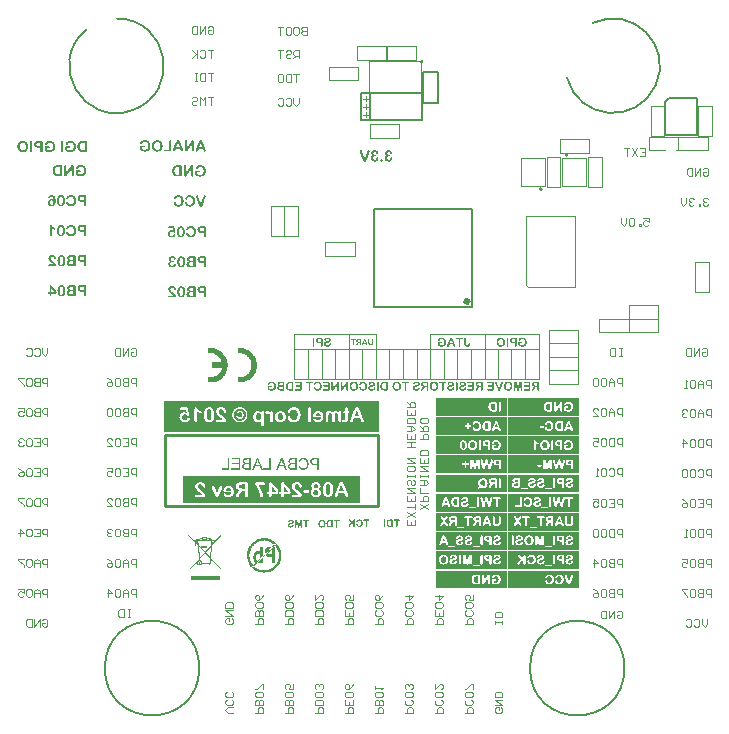
<source format=gbo>
G04 Layer_Color=32896*
%FSLAX43Y43*%
%MOMM*%
G71*
G01*
G75*
%ADD36C,0.254*%
%ADD37C,0.200*%
%ADD75C,0.250*%
%ADD76C,0.100*%
%ADD130C,0.400*%
%ADD131C,0.203*%
%ADD132C,0.112*%
G36*
X-55641Y-23072D02*
X-55608Y-23077D01*
X-55579Y-23084D01*
X-55555Y-23093D01*
X-55544Y-23098D01*
X-55535Y-23103D01*
X-55527Y-23107D01*
X-55520Y-23111D01*
X-55515Y-23113D01*
X-55511Y-23116D01*
X-55508Y-23118D01*
X-55507D01*
X-55482Y-23138D01*
X-55460Y-23159D01*
X-55441Y-23183D01*
X-55426Y-23206D01*
X-55415Y-23226D01*
X-55410Y-23234D01*
X-55406Y-23242D01*
X-55402Y-23248D01*
X-55400Y-23253D01*
X-55398Y-23256D01*
Y-23257D01*
X-55391Y-23278D01*
X-55385Y-23301D01*
X-55380Y-23323D01*
X-55375Y-23343D01*
X-55371Y-23362D01*
X-55370Y-23377D01*
X-55368Y-23382D01*
X-55367Y-23386D01*
Y-23388D01*
Y-23389D01*
X-55363Y-23418D01*
X-55361Y-23448D01*
X-55360Y-23477D01*
X-55358Y-23503D01*
X-55357Y-23527D01*
Y-23536D01*
Y-23544D01*
Y-23552D01*
Y-23557D01*
Y-23559D01*
Y-23561D01*
Y-23588D01*
X-55358Y-23613D01*
X-55360Y-23637D01*
X-55362Y-23657D01*
X-55363Y-23674D01*
X-55365Y-23687D01*
Y-23692D01*
X-55366Y-23696D01*
Y-23697D01*
Y-23698D01*
X-55370Y-23722D01*
X-55375Y-23743D01*
X-55378Y-23763D01*
X-55383Y-23781D01*
X-55388Y-23794D01*
X-55391Y-23806D01*
X-55393Y-23812D01*
X-55395Y-23814D01*
X-55411Y-23848D01*
X-55428Y-23878D01*
X-55448Y-23904D01*
X-55467Y-23925D01*
X-55483Y-23943D01*
X-55497Y-23955D01*
X-55502Y-23959D01*
X-55506Y-23963D01*
X-55508Y-23964D01*
X-55510Y-23965D01*
X-55525Y-23975D01*
X-55538Y-23983D01*
X-55568Y-23997D01*
X-55597Y-24005D01*
X-55623Y-24013D01*
X-55647Y-24017D01*
X-55657Y-24018D01*
X-55664D01*
X-55672Y-24019D01*
X-55681D01*
X-55711Y-24018D01*
X-55739Y-24013D01*
X-55766Y-24007D01*
X-55788Y-23999D01*
X-55806Y-23992D01*
X-55813Y-23988D01*
X-55821Y-23985D01*
X-55826Y-23983D01*
X-55829Y-23980D01*
X-55831Y-23979D01*
X-55832D01*
X-55857Y-23963D01*
X-55878Y-23944D01*
X-55898Y-23925D01*
X-55914Y-23907D01*
X-55927Y-23890D01*
X-55937Y-23877D01*
X-55939Y-23872D01*
X-55942Y-23868D01*
X-55944Y-23865D01*
Y-23864D01*
X-55956Y-23840D01*
X-55966Y-23817D01*
X-55974Y-23794D01*
X-55981Y-23774D01*
X-55984Y-23756D01*
X-55988Y-23742D01*
X-55989Y-23737D01*
X-55991Y-23733D01*
Y-23731D01*
Y-23729D01*
X-55996Y-23701D01*
X-55998Y-23669D01*
X-56001Y-23639D01*
X-56003Y-23612D01*
Y-23599D01*
Y-23587D01*
X-56004Y-23577D01*
Y-23568D01*
Y-23561D01*
Y-23556D01*
Y-23552D01*
Y-23551D01*
Y-23516D01*
X-56002Y-23483D01*
X-55999Y-23452D01*
X-55997Y-23423D01*
X-55993Y-23397D01*
X-55989Y-23373D01*
X-55984Y-23351D01*
X-55981Y-23331D01*
X-55976Y-23313D01*
X-55971Y-23298D01*
X-55967Y-23284D01*
X-55963Y-23273D01*
X-55961Y-23266D01*
X-55958Y-23259D01*
X-55956Y-23256D01*
Y-23254D01*
X-55944Y-23233D01*
X-55933Y-23213D01*
X-55922Y-23196D01*
X-55912Y-23181D01*
X-55902Y-23169D01*
X-55894Y-23161D01*
X-55889Y-23154D01*
X-55888Y-23153D01*
X-55873Y-23138D01*
X-55857Y-23126D01*
X-55841Y-23116D01*
X-55827Y-23107D01*
X-55813Y-23099D01*
X-55803Y-23094D01*
X-55797Y-23092D01*
X-55796Y-23091D01*
X-55794D01*
X-55774Y-23083D01*
X-55753Y-23078D01*
X-55734Y-23074D01*
X-55716Y-23072D01*
X-55699Y-23071D01*
X-55687Y-23069D01*
X-55676D01*
X-55641Y-23072D01*
D02*
G37*
G36*
X-53697Y-23078D02*
X-53679Y-23081D01*
X-53662Y-23086D01*
X-53650Y-23091D01*
X-53640Y-23096D01*
X-53632Y-23101D01*
X-53629Y-23103D01*
X-53627Y-23104D01*
X-53619Y-23116D01*
X-53611Y-23129D01*
X-53606Y-23144D01*
X-53604Y-23158D01*
X-53601Y-23172D01*
X-53600Y-23183D01*
Y-23191D01*
Y-23192D01*
Y-23193D01*
Y-23908D01*
X-53601Y-23927D01*
X-53604Y-23944D01*
X-53607Y-23959D01*
X-53612Y-23970D01*
X-53618Y-23979D01*
X-53621Y-23987D01*
X-53624Y-23990D01*
X-53625Y-23992D01*
X-53635Y-24002D01*
X-53646Y-24008D01*
X-53659Y-24013D01*
X-53669Y-24017D01*
X-53679Y-24019D01*
X-53686Y-24020D01*
X-53694D01*
X-53707Y-24019D01*
X-53721Y-24015D01*
X-53732Y-24012D01*
X-53742Y-24005D01*
X-53750Y-24000D01*
X-53755Y-23997D01*
X-53759Y-23993D01*
X-53760Y-23992D01*
X-53769Y-23979D01*
X-53776Y-23967D01*
X-53781Y-23952D01*
X-53784Y-23938D01*
X-53786Y-23925D01*
X-53787Y-23915D01*
Y-23909D01*
Y-23907D01*
Y-23643D01*
X-53960D01*
X-53991Y-23642D01*
X-54021Y-23639D01*
X-54047Y-23637D01*
X-54074Y-23632D01*
X-54096Y-23627D01*
X-54117Y-23621D01*
X-54137Y-23613D01*
X-54155Y-23607D01*
X-54170Y-23601D01*
X-54184Y-23593D01*
X-54195Y-23587D01*
X-54204Y-23582D01*
X-54211Y-23577D01*
X-54216Y-23573D01*
X-54219Y-23572D01*
X-54220Y-23571D01*
X-54235Y-23556D01*
X-54249Y-23541D01*
X-54260Y-23524D01*
X-54271Y-23507D01*
X-54279Y-23488D01*
X-54286Y-23471D01*
X-54292Y-23453D01*
X-54296Y-23436D01*
X-54300Y-23419D01*
X-54302Y-23404D01*
X-54305Y-23391D01*
X-54306Y-23379D01*
X-54307Y-23369D01*
Y-23362D01*
Y-23357D01*
Y-23356D01*
X-54306Y-23332D01*
X-54304Y-23309D01*
X-54300Y-23289D01*
X-54296Y-23272D01*
X-54292Y-23257D01*
X-54289Y-23246D01*
X-54286Y-23239D01*
X-54285Y-23237D01*
X-54276Y-23218D01*
X-54266Y-23201D01*
X-54256Y-23184D01*
X-54246Y-23172D01*
X-54236Y-23161D01*
X-54229Y-23153D01*
X-54224Y-23148D01*
X-54222Y-23147D01*
X-54206Y-23134D01*
X-54190Y-23123D01*
X-54174Y-23113D01*
X-54159Y-23107D01*
X-54145Y-23101D01*
X-54135Y-23097D01*
X-54127Y-23096D01*
X-54126Y-23094D01*
X-54125D01*
X-54101Y-23088D01*
X-54075Y-23084D01*
X-54047Y-23081D01*
X-54020Y-23079D01*
X-53996Y-23078D01*
X-53986Y-23077D01*
X-53719D01*
X-53697Y-23078D01*
D02*
G37*
G36*
X-31479Y-31247D02*
X-31470Y-31248D01*
X-31462Y-31251D01*
X-31455Y-31253D01*
X-31449Y-31256D01*
X-31444Y-31259D01*
X-31441Y-31260D01*
X-31440Y-31261D01*
X-31432Y-31267D01*
X-31426Y-31273D01*
X-31421Y-31279D01*
X-31416Y-31285D01*
X-31413Y-31290D01*
X-31411Y-31294D01*
X-31409Y-31297D01*
Y-31298D01*
X-31406Y-31306D01*
X-31404Y-31316D01*
X-31402Y-31334D01*
X-31401Y-31342D01*
Y-31349D01*
Y-31353D01*
Y-31355D01*
Y-31927D01*
X-31402Y-31942D01*
X-31404Y-31955D01*
X-31407Y-31966D01*
X-31411Y-31975D01*
X-31414Y-31982D01*
X-31417Y-31987D01*
X-31419Y-31990D01*
X-31420Y-31991D01*
X-31428Y-31998D01*
X-31436Y-32004D01*
X-31445Y-32008D01*
X-31453Y-32010D01*
X-31460Y-32012D01*
X-31466Y-32013D01*
X-31471D01*
X-31482Y-32012D01*
X-31492Y-32010D01*
X-31501Y-32006D01*
X-31508Y-32002D01*
X-31514Y-31999D01*
X-31518Y-31995D01*
X-31521Y-31993D01*
X-31522Y-31992D01*
X-31529Y-31983D01*
X-31534Y-31973D01*
X-31537Y-31962D01*
X-31540Y-31951D01*
X-31541Y-31942D01*
X-31542Y-31934D01*
Y-31929D01*
Y-31927D01*
Y-31493D01*
X-31822Y-31925D01*
X-31831Y-31938D01*
X-31839Y-31949D01*
X-31842Y-31954D01*
X-31844Y-31957D01*
X-31845Y-31959D01*
X-31846Y-31960D01*
X-31856Y-31972D01*
X-31864Y-31981D01*
X-31871Y-31987D01*
X-31872Y-31988D01*
X-31873Y-31989D01*
X-31884Y-31997D01*
X-31893Y-32002D01*
X-31897Y-32004D01*
X-31900Y-32006D01*
X-31902Y-32007D01*
X-31903D01*
X-31916Y-32010D01*
X-31928Y-32012D01*
X-31933Y-32013D01*
X-31940D01*
X-31954Y-32012D01*
X-31967Y-32009D01*
X-31978Y-32004D01*
X-31987Y-31998D01*
X-31995Y-31990D01*
X-32001Y-31982D01*
X-32007Y-31974D01*
X-32011Y-31964D01*
X-32017Y-31947D01*
X-32019Y-31938D01*
X-32020Y-31931D01*
Y-31925D01*
X-32021Y-31920D01*
Y-31917D01*
Y-31916D01*
Y-31333D01*
X-32020Y-31318D01*
X-32018Y-31305D01*
X-32015Y-31294D01*
X-32012Y-31284D01*
X-32008Y-31277D01*
X-32005Y-31272D01*
X-32003Y-31269D01*
X-32002Y-31268D01*
X-31994Y-31261D01*
X-31986Y-31255D01*
X-31978Y-31251D01*
X-31969Y-31249D01*
X-31962Y-31247D01*
X-31956Y-31246D01*
X-31951D01*
X-31940Y-31247D01*
X-31930Y-31249D01*
X-31921Y-31253D01*
X-31914Y-31257D01*
X-31908Y-31261D01*
X-31904Y-31265D01*
X-31902Y-31267D01*
X-31901Y-31268D01*
X-31895Y-31277D01*
X-31891Y-31287D01*
X-31887Y-31298D01*
X-31885Y-31309D01*
X-31884Y-31318D01*
X-31883Y-31326D01*
Y-31331D01*
Y-31332D01*
Y-31333D01*
Y-31773D01*
X-31595Y-31337D01*
X-31586Y-31323D01*
X-31578Y-31311D01*
X-31575Y-31306D01*
X-31573Y-31303D01*
X-31572Y-31301D01*
X-31571Y-31300D01*
X-31563Y-31288D01*
X-31556Y-31279D01*
X-31551Y-31273D01*
X-31550Y-31271D01*
X-31549D01*
X-31540Y-31264D01*
X-31532Y-31258D01*
X-31526Y-31254D01*
X-31524Y-31253D01*
X-31523D01*
X-31512Y-31249D01*
X-31501Y-31247D01*
X-31496Y-31246D01*
X-31489D01*
X-31479Y-31247D01*
D02*
G37*
G36*
X-54556Y-23078D02*
X-54539Y-23081D01*
X-54524Y-23086D01*
X-54511Y-23091D01*
X-54502Y-23096D01*
X-54495Y-23101D01*
X-54491Y-23103D01*
X-54490Y-23104D01*
X-54481Y-23116D01*
X-54475Y-23129D01*
X-54470Y-23144D01*
X-54467Y-23159D01*
X-54465Y-23172D01*
X-54464Y-23183D01*
Y-23191D01*
Y-23192D01*
Y-23193D01*
Y-23889D01*
X-54465Y-23910D01*
X-54467Y-23928D01*
X-54472Y-23943D01*
X-54477Y-23955D01*
X-54481Y-23964D01*
X-54486Y-23972D01*
X-54489Y-23975D01*
X-54490Y-23977D01*
X-54501Y-23985D01*
X-54515Y-23993D01*
X-54529Y-23998D01*
X-54544Y-24000D01*
X-54556Y-24003D01*
X-54567Y-24004D01*
X-54887D01*
X-54912Y-24003D01*
X-54935Y-24002D01*
X-54953Y-24000D01*
X-54968D01*
X-54980Y-23999D01*
X-54987Y-23998D01*
X-54990D01*
X-55010Y-23994D01*
X-55028Y-23990D01*
X-55045Y-23987D01*
X-55060Y-23983D01*
X-55071Y-23979D01*
X-55080Y-23975D01*
X-55085Y-23974D01*
X-55087Y-23973D01*
X-55111Y-23960D01*
X-55132Y-23945D01*
X-55151Y-23930D01*
X-55166Y-23915D01*
X-55178Y-23902D01*
X-55187Y-23890D01*
X-55193Y-23883D01*
X-55195Y-23882D01*
Y-23880D01*
X-55208Y-23857D01*
X-55218Y-23832D01*
X-55225Y-23809D01*
X-55230Y-23787D01*
X-55232Y-23768D01*
X-55233Y-23761D01*
X-55235Y-23753D01*
Y-23748D01*
Y-23744D01*
Y-23742D01*
Y-23741D01*
X-55232Y-23711D01*
X-55227Y-23682D01*
X-55218Y-23657D01*
X-55206Y-23634D01*
X-55192Y-23613D01*
X-55177Y-23594D01*
X-55161Y-23578D01*
X-55143Y-23563D01*
X-55126Y-23551D01*
X-55110Y-23541D01*
X-55095Y-23532D01*
X-55081Y-23524D01*
X-55070Y-23519D01*
X-55060Y-23516D01*
X-55055Y-23514D01*
X-55052Y-23513D01*
X-55077Y-23501D01*
X-55098Y-23486D01*
X-55116Y-23471D01*
X-55132Y-23454D01*
X-55146Y-23438D01*
X-55157Y-23421D01*
X-55166Y-23403D01*
X-55173Y-23387D01*
X-55180Y-23372D01*
X-55183Y-23357D01*
X-55187Y-23344D01*
X-55188Y-23332D01*
X-55190Y-23323D01*
X-55191Y-23316D01*
Y-23311D01*
Y-23309D01*
Y-23294D01*
X-55188Y-23281D01*
X-55187Y-23268D01*
X-55185Y-23256D01*
X-55182Y-23247D01*
X-55180Y-23239D01*
X-55178Y-23234D01*
X-55177Y-23233D01*
X-55166Y-23207D01*
X-55158Y-23196D01*
X-55152Y-23187D01*
X-55147Y-23178D01*
X-55142Y-23172D01*
X-55140Y-23168D01*
X-55138Y-23167D01*
X-55118Y-23147D01*
X-55110Y-23138D01*
X-55101Y-23131D01*
X-55092Y-23124D01*
X-55086Y-23121D01*
X-55082Y-23118D01*
X-55081Y-23117D01*
X-55066Y-23109D01*
X-55051Y-23102D01*
X-55036Y-23097D01*
X-55022Y-23093D01*
X-55011Y-23089D01*
X-55002Y-23087D01*
X-54996Y-23086D01*
X-54993D01*
X-54975Y-23083D01*
X-54955Y-23081D01*
X-54936Y-23079D01*
X-54917Y-23078D01*
X-54902Y-23077D01*
X-54577D01*
X-54556Y-23078D01*
D02*
G37*
G36*
X-56569Y-23066D02*
X-56560Y-23067D01*
X-56552Y-23071D01*
X-56544Y-23074D01*
X-56538Y-23078D01*
X-56533Y-23081D01*
X-56530Y-23083D01*
X-56529Y-23084D01*
X-56521Y-23093D01*
X-56512Y-23103D01*
X-56494Y-23124D01*
X-56487Y-23134D01*
X-56481Y-23142D01*
X-56477Y-23147D01*
X-56476Y-23149D01*
X-56141Y-23598D01*
X-56131Y-23611D01*
X-56123Y-23619D01*
X-56118Y-23626D01*
X-56117Y-23628D01*
X-56109Y-23637D01*
X-56104Y-23646D01*
X-56099Y-23652D01*
X-56098Y-23653D01*
Y-23654D01*
X-56092Y-23664D01*
X-56088Y-23673D01*
X-56086Y-23678D01*
X-56084Y-23681D01*
X-56082Y-23689D01*
X-56081Y-23698D01*
Y-23703D01*
Y-23706D01*
X-56082Y-23722D01*
X-56086Y-23737D01*
X-56091Y-23749D01*
X-56096Y-23759D01*
X-56101Y-23768D01*
X-56106Y-23774D01*
X-56109Y-23778D01*
X-56111Y-23779D01*
X-56123Y-23788D01*
X-56137Y-23794D01*
X-56152Y-23799D01*
X-56167Y-23802D01*
X-56181Y-23804D01*
X-56191Y-23806D01*
X-56519D01*
Y-23924D01*
X-56521Y-23940D01*
X-56523Y-23955D01*
X-56526Y-23968D01*
X-56530Y-23978D01*
X-56534Y-23987D01*
X-56537Y-23992D01*
X-56539Y-23995D01*
X-56541Y-23997D01*
X-56549Y-24004D01*
X-56559Y-24010D01*
X-56568Y-24014D01*
X-56578Y-24018D01*
X-56585Y-24019D01*
X-56592Y-24020D01*
X-56598D01*
X-56610Y-24019D01*
X-56622Y-24017D01*
X-56632Y-24013D01*
X-56640Y-24008D01*
X-56647Y-24004D01*
X-56652Y-24000D01*
X-56654Y-23998D01*
X-56655Y-23997D01*
X-56663Y-23987D01*
X-56668Y-23975D01*
X-56673Y-23963D01*
X-56675Y-23952D01*
X-56677Y-23940D01*
X-56678Y-23932D01*
Y-23927D01*
Y-23924D01*
Y-23806D01*
X-56715D01*
X-56733Y-23804D01*
X-56748Y-23803D01*
X-56760Y-23801D01*
X-56770Y-23797D01*
X-56778Y-23794D01*
X-56783Y-23792D01*
X-56787Y-23791D01*
X-56788Y-23789D01*
X-56795Y-23782D01*
X-56802Y-23774D01*
X-56805Y-23766D01*
X-56809Y-23757D01*
X-56810Y-23748D01*
X-56812Y-23742D01*
Y-23737D01*
Y-23736D01*
X-56810Y-23721D01*
X-56807Y-23708D01*
X-56802Y-23698D01*
X-56797Y-23691D01*
X-56792Y-23684D01*
X-56787Y-23681D01*
X-56783Y-23679D01*
X-56782Y-23678D01*
X-56770Y-23673D01*
X-56758Y-23671D01*
X-56744Y-23668D01*
X-56732Y-23666D01*
X-56722D01*
X-56712Y-23664D01*
X-56678D01*
Y-23176D01*
X-56677Y-23156D01*
X-56674Y-23139D01*
X-56669Y-23124D01*
X-56663Y-23112D01*
X-56655Y-23101D01*
X-56647Y-23092D01*
X-56638Y-23084D01*
X-56629Y-23078D01*
X-56620Y-23073D01*
X-56612Y-23071D01*
X-56595Y-23066D01*
X-56589D01*
X-56584Y-23064D01*
X-56580D01*
X-56569Y-23066D01*
D02*
G37*
G36*
X-16733Y-31260D02*
X-16719Y-31262D01*
X-16708Y-31264D01*
X-16698Y-31267D01*
X-16690Y-31271D01*
X-16685Y-31273D01*
X-16681Y-31275D01*
X-16680Y-31276D01*
X-16672Y-31284D01*
X-16666Y-31293D01*
X-16661Y-31304D01*
X-16658Y-31315D01*
X-16656Y-31326D01*
X-16655Y-31334D01*
Y-31340D01*
Y-31341D01*
Y-31342D01*
Y-31928D01*
X-16656Y-31943D01*
X-16658Y-31956D01*
X-16661Y-31967D01*
X-16665Y-31976D01*
X-16668Y-31983D01*
X-16671Y-31988D01*
X-16673Y-31991D01*
X-16674Y-31992D01*
X-16682Y-31999D01*
X-16690Y-32004D01*
X-16698Y-32008D01*
X-16706Y-32010D01*
X-16713Y-32012D01*
X-16718Y-32013D01*
X-16723D01*
X-16734Y-32012D01*
X-16745Y-32010D01*
X-16753Y-32006D01*
X-16761Y-32002D01*
X-16766Y-31999D01*
X-16771Y-31995D01*
X-16773Y-31993D01*
X-16774Y-31992D01*
X-16780Y-31983D01*
X-16785Y-31973D01*
X-16788Y-31962D01*
X-16791Y-31952D01*
X-16792Y-31943D01*
X-16793Y-31935D01*
Y-31930D01*
Y-31928D01*
Y-31416D01*
X-16911Y-31889D01*
X-16915Y-31906D01*
X-16917Y-31913D01*
X-16919Y-31920D01*
X-16921Y-31926D01*
X-16922Y-31930D01*
X-16923Y-31933D01*
Y-31934D01*
X-16928Y-31949D01*
X-16933Y-31961D01*
X-16936Y-31966D01*
X-16937Y-31970D01*
X-16939Y-31972D01*
Y-31973D01*
X-16948Y-31985D01*
X-16957Y-31994D01*
X-16961Y-31998D01*
X-16964Y-32000D01*
X-16966Y-32001D01*
X-16967Y-32002D01*
X-16974Y-32006D01*
X-16982Y-32008D01*
X-16997Y-32012D01*
X-17003D01*
X-17008Y-32013D01*
X-17012D01*
X-17024Y-32012D01*
X-17035Y-32010D01*
X-17044Y-32008D01*
X-17052Y-32004D01*
X-17058Y-32001D01*
X-17063Y-31999D01*
X-17065Y-31997D01*
X-17066Y-31996D01*
X-17073Y-31989D01*
X-17079Y-31982D01*
X-17083Y-31976D01*
X-17087Y-31970D01*
X-17090Y-31965D01*
X-17092Y-31961D01*
X-17093Y-31958D01*
Y-31957D01*
X-17096Y-31948D01*
X-17100Y-31937D01*
X-17103Y-31926D01*
X-17106Y-31915D01*
X-17109Y-31905D01*
X-17111Y-31896D01*
X-17113Y-31891D01*
Y-31889D01*
X-17231Y-31416D01*
Y-31928D01*
X-17232Y-31943D01*
X-17234Y-31956D01*
X-17237Y-31967D01*
X-17241Y-31976D01*
X-17244Y-31983D01*
X-17247Y-31988D01*
X-17249Y-31991D01*
X-17250Y-31992D01*
X-17258Y-31999D01*
X-17266Y-32004D01*
X-17274Y-32008D01*
X-17282Y-32010D01*
X-17289Y-32012D01*
X-17294Y-32013D01*
X-17299D01*
X-17310Y-32012D01*
X-17321Y-32010D01*
X-17329Y-32006D01*
X-17337Y-32002D01*
X-17342Y-31999D01*
X-17347Y-31995D01*
X-17349Y-31993D01*
X-17350Y-31992D01*
X-17356Y-31983D01*
X-17361Y-31973D01*
X-17364Y-31962D01*
X-17367Y-31952D01*
X-17368Y-31943D01*
X-17369Y-31935D01*
Y-31930D01*
Y-31928D01*
Y-31342D01*
X-17368Y-31325D01*
X-17365Y-31311D01*
X-17361Y-31300D01*
X-17356Y-31291D01*
X-17351Y-31284D01*
X-17347Y-31279D01*
X-17344Y-31277D01*
X-17343Y-31276D01*
X-17333Y-31270D01*
X-17322Y-31266D01*
X-17311Y-31263D01*
X-17300Y-31261D01*
X-17290Y-31260D01*
X-17282Y-31259D01*
X-17213D01*
X-17201Y-31260D01*
X-17190Y-31261D01*
X-17183Y-31263D01*
X-17176Y-31264D01*
X-17172Y-31266D01*
X-17169Y-31267D01*
X-17168D01*
X-17162Y-31270D01*
X-17156Y-31275D01*
X-17147Y-31284D01*
X-17144Y-31288D01*
X-17142Y-31292D01*
X-17140Y-31294D01*
Y-31295D01*
X-17137Y-31303D01*
X-17133Y-31313D01*
X-17127Y-31334D01*
X-17124Y-31344D01*
X-17122Y-31352D01*
X-17121Y-31357D01*
X-17120Y-31358D01*
Y-31359D01*
X-17012Y-31764D01*
X-16904Y-31359D01*
X-16900Y-31343D01*
X-16896Y-31330D01*
X-16893Y-31319D01*
X-16889Y-31310D01*
X-16887Y-31303D01*
X-16885Y-31299D01*
X-16883Y-31296D01*
Y-31295D01*
X-16879Y-31288D01*
X-16875Y-31282D01*
X-16870Y-31277D01*
X-16866Y-31273D01*
X-16862Y-31271D01*
X-16858Y-31269D01*
X-16856Y-31267D01*
X-16855D01*
X-16847Y-31264D01*
X-16838Y-31262D01*
X-16818Y-31260D01*
X-16809Y-31259D01*
X-16748D01*
X-16733Y-31260D01*
D02*
G37*
G36*
X-11850Y-39000D02*
X-17850D01*
Y-37500D01*
X-11850D01*
Y-39000D01*
D02*
G37*
G36*
X-17975Y-39000D02*
X-23975D01*
Y-37500D01*
X-17975D01*
Y-39000D01*
D02*
G37*
G36*
X-56427Y-20532D02*
X-56401Y-20534D01*
X-56376Y-20538D01*
X-56356Y-20543D01*
X-56339Y-20548D01*
X-56327Y-20552D01*
X-56322Y-20553D01*
X-56318Y-20554D01*
X-56317Y-20556D01*
X-56316D01*
X-56294Y-20566D01*
X-56274Y-20576D01*
X-56258Y-20586D01*
X-56244Y-20596D01*
X-56232Y-20604D01*
X-56224Y-20612D01*
X-56218Y-20617D01*
X-56217Y-20618D01*
X-56203Y-20633D01*
X-56192Y-20647D01*
X-56182Y-20662D01*
X-56173Y-20674D01*
X-56167Y-20686D01*
X-56162Y-20696D01*
X-56159Y-20701D01*
X-56158Y-20703D01*
X-56152Y-20721D01*
X-56147Y-20737D01*
X-56143Y-20753D01*
X-56141Y-20767D01*
X-56139Y-20778D01*
X-56138Y-20787D01*
Y-20792D01*
Y-20794D01*
X-56139Y-20807D01*
X-56142Y-20818D01*
X-56144Y-20828D01*
X-56149Y-20837D01*
X-56153Y-20843D01*
X-56156Y-20848D01*
X-56158Y-20851D01*
X-56159Y-20852D01*
X-56168Y-20859D01*
X-56177Y-20864D01*
X-56186Y-20868D01*
X-56193Y-20871D01*
X-56201Y-20872D01*
X-56207Y-20873D01*
X-56212D01*
X-56224Y-20872D01*
X-56236Y-20869D01*
X-56246Y-20866D01*
X-56253Y-20862D01*
X-56259Y-20858D01*
X-56263Y-20854D01*
X-56266Y-20852D01*
X-56267Y-20851D01*
X-56273Y-20841D01*
X-56281Y-20831D01*
X-56291Y-20808D01*
X-56294Y-20799D01*
X-56298Y-20792D01*
X-56299Y-20786D01*
X-56301Y-20784D01*
X-56306Y-20769D01*
X-56311Y-20758D01*
X-56314Y-20749D01*
X-56317Y-20743D01*
X-56319Y-20738D01*
X-56321Y-20736D01*
X-56322Y-20733D01*
X-56331Y-20721D01*
X-56341Y-20708D01*
X-56352Y-20699D01*
X-56362Y-20691D01*
X-56373Y-20683D01*
X-56384Y-20677D01*
X-56404Y-20668D01*
X-56423Y-20663D01*
X-56438Y-20661D01*
X-56444Y-20659D01*
X-56452D01*
X-56466Y-20661D01*
X-56479Y-20662D01*
X-56492Y-20666D01*
X-56503Y-20668D01*
X-56512Y-20672D01*
X-56518Y-20676D01*
X-56523Y-20677D01*
X-56524Y-20678D01*
X-56537Y-20686D01*
X-56547Y-20693D01*
X-56556Y-20702D01*
X-56563Y-20709D01*
X-56569Y-20717D01*
X-56573Y-20723D01*
X-56575Y-20727D01*
X-56577Y-20728D01*
X-56583Y-20741D01*
X-56588Y-20752D01*
X-56592Y-20764D01*
X-56594Y-20776D01*
X-56595Y-20786D01*
X-56597Y-20793D01*
Y-20798D01*
Y-20799D01*
X-56595Y-20813D01*
X-56594Y-20827D01*
X-56590Y-20841D01*
X-56588Y-20852D01*
X-56584Y-20862D01*
X-56580Y-20869D01*
X-56579Y-20876D01*
X-56578Y-20877D01*
X-56570Y-20891D01*
X-56563Y-20906D01*
X-56554Y-20918D01*
X-56546Y-20929D01*
X-56538Y-20939D01*
X-56532Y-20947D01*
X-56527Y-20952D01*
X-56526Y-20953D01*
X-56512Y-20967D01*
X-56497Y-20979D01*
X-56483Y-20992D01*
X-56469Y-21003D01*
X-56457Y-21012D01*
X-56448Y-21019D01*
X-56442Y-21024D01*
X-56439Y-21026D01*
X-56427Y-21034D01*
X-56412Y-21047D01*
X-56396Y-21061D01*
X-56379Y-21074D01*
X-56366Y-21087D01*
X-56353Y-21098D01*
X-56348Y-21102D01*
X-56344Y-21106D01*
X-56343Y-21107D01*
X-56342Y-21108D01*
X-56316Y-21132D01*
X-56289Y-21158D01*
X-56264Y-21183D01*
X-56241Y-21207D01*
X-56221Y-21227D01*
X-56212Y-21236D01*
X-56204Y-21243D01*
X-56199Y-21249D01*
X-56194Y-21254D01*
X-56192Y-21257D01*
X-56191Y-21258D01*
X-56183Y-21267D01*
X-56177Y-21275D01*
X-56164Y-21295D01*
X-56159Y-21304D01*
X-56156Y-21310D01*
X-56154Y-21315D01*
X-56153Y-21317D01*
X-56147Y-21330D01*
X-56143Y-21342D01*
X-56139Y-21352D01*
X-56138Y-21360D01*
X-56137Y-21368D01*
X-56136Y-21373D01*
Y-21375D01*
Y-21377D01*
X-56137Y-21389D01*
X-56139Y-21402D01*
X-56144Y-21413D01*
X-56149Y-21422D01*
X-56153Y-21429D01*
X-56158Y-21434D01*
X-56161Y-21438D01*
X-56162Y-21439D01*
X-56173Y-21448D01*
X-56186Y-21454D01*
X-56198Y-21458D01*
X-56209Y-21460D01*
X-56221Y-21463D01*
X-56229Y-21464D01*
X-56703D01*
X-56718Y-21463D01*
X-56730Y-21460D01*
X-56740Y-21458D01*
X-56749Y-21453D01*
X-56755Y-21449D01*
X-56760Y-21447D01*
X-56763Y-21444D01*
X-56764Y-21443D01*
X-56772Y-21434D01*
X-56777Y-21425D01*
X-56780Y-21417D01*
X-56783Y-21409D01*
X-56784Y-21402D01*
X-56785Y-21395D01*
Y-21392D01*
Y-21390D01*
X-56784Y-21378D01*
X-56782Y-21368D01*
X-56777Y-21358D01*
X-56773Y-21350D01*
X-56768Y-21344D01*
X-56763Y-21340D01*
X-56760Y-21338D01*
X-56759Y-21337D01*
X-56749Y-21329D01*
X-56737Y-21324D01*
X-56724Y-21320D01*
X-56713Y-21318D01*
X-56702Y-21317D01*
X-56693Y-21315D01*
X-56354D01*
X-56366Y-21299D01*
X-56376Y-21287D01*
X-56379Y-21282D01*
X-56383Y-21278D01*
X-56384Y-21277D01*
X-56386Y-21275D01*
X-56393Y-21267D01*
X-56402Y-21258D01*
X-56421Y-21238D01*
X-56442Y-21218D01*
X-56464Y-21198D01*
X-56484Y-21181D01*
X-56493Y-21173D01*
X-56501Y-21167D01*
X-56507Y-21162D01*
X-56512Y-21158D01*
X-56514Y-21156D01*
X-56516Y-21154D01*
X-56533Y-21141D01*
X-56548Y-21127D01*
X-56577Y-21103D01*
X-56600Y-21083D01*
X-56619Y-21067D01*
X-56633Y-21054D01*
X-56643Y-21046D01*
X-56649Y-21041D01*
X-56650Y-21039D01*
X-56665Y-21024D01*
X-56680Y-21008D01*
X-56694Y-20992D01*
X-56705Y-20976D01*
X-56715Y-20962D01*
X-56724Y-20949D01*
X-56729Y-20942D01*
X-56730Y-20941D01*
Y-20939D01*
X-56744Y-20914D01*
X-56754Y-20889D01*
X-56760Y-20866D01*
X-56765Y-20843D01*
X-56768Y-20824D01*
X-56769Y-20816D01*
X-56770Y-20809D01*
Y-20803D01*
Y-20799D01*
Y-20797D01*
Y-20796D01*
X-56769Y-20777D01*
X-56768Y-20759D01*
X-56764Y-20743D01*
X-56762Y-20728D01*
X-56758Y-20717D01*
X-56754Y-20707D01*
X-56753Y-20702D01*
X-56752Y-20699D01*
X-56744Y-20683D01*
X-56735Y-20667D01*
X-56727Y-20653D01*
X-56718Y-20642D01*
X-56710Y-20632D01*
X-56704Y-20624D01*
X-56700Y-20619D01*
X-56699Y-20618D01*
X-56687Y-20606D01*
X-56673Y-20594D01*
X-56659Y-20584D01*
X-56647Y-20577D01*
X-56637Y-20571D01*
X-56628Y-20566D01*
X-56623Y-20563D01*
X-56620Y-20562D01*
X-56594Y-20552D01*
X-56567Y-20544D01*
X-56539Y-20538D01*
X-56513Y-20534D01*
X-56491Y-20532D01*
X-56481D01*
X-56472Y-20531D01*
X-56456D01*
X-56427Y-20532D01*
D02*
G37*
G36*
X-17975Y-40625D02*
X-23975D01*
Y-39125D01*
X-17975D01*
Y-40625D01*
D02*
G37*
G36*
X-55594Y-10858D02*
X-55582Y-10861D01*
X-55569Y-10865D01*
X-55561Y-10870D01*
X-55552Y-10876D01*
X-55547Y-10880D01*
X-55543Y-10884D01*
X-55542Y-10885D01*
X-55533Y-10898D01*
X-55527Y-10910D01*
X-55523Y-10925D01*
X-55521Y-10939D01*
X-55518Y-10951D01*
X-55517Y-10961D01*
Y-10969D01*
Y-10970D01*
Y-10971D01*
Y-11703D01*
X-55518Y-11723D01*
X-55521Y-11740D01*
X-55524Y-11754D01*
X-55529Y-11766D01*
X-55534Y-11775D01*
X-55538Y-11783D01*
X-55541Y-11786D01*
X-55542Y-11788D01*
X-55552Y-11797D01*
X-55563Y-11804D01*
X-55574Y-11809D01*
X-55586Y-11812D01*
X-55594Y-11815D01*
X-55603Y-11816D01*
X-55609D01*
X-55624Y-11815D01*
X-55638Y-11812D01*
X-55649Y-11807D01*
X-55659Y-11802D01*
X-55668Y-11797D01*
X-55673Y-11792D01*
X-55677Y-11790D01*
X-55678Y-11789D01*
X-55687Y-11776D01*
X-55693Y-11763D01*
X-55698Y-11749D01*
X-55701Y-11735D01*
X-55703Y-11723D01*
X-55704Y-11713D01*
Y-11705D01*
Y-11703D01*
Y-10971D01*
X-55703Y-10951D01*
X-55701Y-10934D01*
X-55696Y-10919D01*
X-55692Y-10906D01*
X-55687Y-10898D01*
X-55682Y-10890D01*
X-55679Y-10886D01*
X-55678Y-10885D01*
X-55668Y-10875D01*
X-55657Y-10869D01*
X-55644Y-10864D01*
X-55634Y-10860D01*
X-55624Y-10858D01*
X-55617Y-10856D01*
X-55609D01*
X-55594Y-10858D01*
D02*
G37*
G36*
X-57363Y-10874D02*
X-57344Y-10876D01*
X-57328Y-10881D01*
X-57315Y-10886D01*
X-57305Y-10891D01*
X-57298Y-10896D01*
X-57294Y-10899D01*
X-57293Y-10900D01*
X-57284Y-10911D01*
X-57277Y-10925D01*
X-57272Y-10940D01*
X-57269Y-10954D01*
X-57267Y-10968D01*
X-57265Y-10979D01*
Y-10986D01*
Y-10988D01*
Y-10989D01*
Y-11704D01*
X-57267Y-11723D01*
X-57269Y-11740D01*
X-57273Y-11755D01*
X-57278Y-11766D01*
X-57283Y-11775D01*
X-57287Y-11783D01*
X-57289Y-11786D01*
X-57290Y-11788D01*
X-57300Y-11797D01*
X-57312Y-11804D01*
X-57324Y-11809D01*
X-57334Y-11812D01*
X-57344Y-11815D01*
X-57352Y-11816D01*
X-57359D01*
X-57373Y-11815D01*
X-57387Y-11811D01*
X-57398Y-11807D01*
X-57408Y-11801D01*
X-57415Y-11796D01*
X-57420Y-11792D01*
X-57424Y-11789D01*
X-57425Y-11788D01*
X-57434Y-11775D01*
X-57442Y-11763D01*
X-57446Y-11748D01*
X-57449Y-11734D01*
X-57451Y-11721D01*
X-57453Y-11711D01*
Y-11705D01*
Y-11703D01*
Y-11439D01*
X-57625D01*
X-57656Y-11438D01*
X-57686Y-11435D01*
X-57713Y-11433D01*
X-57739Y-11428D01*
X-57761Y-11423D01*
X-57783Y-11416D01*
X-57803Y-11409D01*
X-57820Y-11403D01*
X-57835Y-11396D01*
X-57849Y-11389D01*
X-57860Y-11383D01*
X-57869Y-11378D01*
X-57876Y-11373D01*
X-57881Y-11369D01*
X-57884Y-11368D01*
X-57885Y-11366D01*
X-57900Y-11351D01*
X-57914Y-11336D01*
X-57925Y-11320D01*
X-57936Y-11303D01*
X-57944Y-11284D01*
X-57951Y-11266D01*
X-57958Y-11249D01*
X-57961Y-11231D01*
X-57965Y-11215D01*
X-57968Y-11200D01*
X-57970Y-11186D01*
X-57971Y-11175D01*
X-57973Y-11165D01*
Y-11158D01*
Y-11153D01*
Y-11151D01*
X-57971Y-11128D01*
X-57969Y-11105D01*
X-57965Y-11085D01*
X-57961Y-11068D01*
X-57958Y-11053D01*
X-57954Y-11041D01*
X-57951Y-11035D01*
X-57950Y-11033D01*
X-57941Y-11014D01*
X-57931Y-10996D01*
X-57921Y-10980D01*
X-57911Y-10968D01*
X-57901Y-10956D01*
X-57894Y-10949D01*
X-57889Y-10944D01*
X-57888Y-10943D01*
X-57871Y-10930D01*
X-57855Y-10919D01*
X-57839Y-10909D01*
X-57824Y-10903D01*
X-57810Y-10896D01*
X-57800Y-10893D01*
X-57793Y-10891D01*
X-57791Y-10890D01*
X-57790D01*
X-57766Y-10884D01*
X-57740Y-10880D01*
X-57713Y-10876D01*
X-57685Y-10875D01*
X-57661Y-10874D01*
X-57651Y-10873D01*
X-57384D01*
X-57363Y-10874D01*
D02*
G37*
G36*
X-56643Y-10858D02*
X-56604Y-10861D01*
X-56569Y-10868D01*
X-56554Y-10870D01*
X-56539Y-10873D01*
X-56527Y-10876D01*
X-56515Y-10879D01*
X-56505Y-10883D01*
X-56497Y-10885D01*
X-56489Y-10886D01*
X-56484Y-10889D01*
X-56482Y-10890D01*
X-56480D01*
X-56448Y-10904D01*
X-56419Y-10919D01*
X-56393Y-10935D01*
X-56371Y-10951D01*
X-56353Y-10965D01*
X-56346Y-10971D01*
X-56339Y-10976D01*
X-56334Y-10980D01*
X-56331Y-10984D01*
X-56329Y-10985D01*
X-56328Y-10986D01*
X-56306Y-11011D01*
X-56287Y-11036D01*
X-56271Y-11063D01*
X-56257Y-11086D01*
X-56247Y-11108D01*
X-56243Y-11116D01*
X-56239Y-11124D01*
X-56237Y-11130D01*
X-56234Y-11135D01*
X-56233Y-11138D01*
Y-11139D01*
X-56223Y-11173D01*
X-56216Y-11208D01*
X-56209Y-11241D01*
X-56206Y-11271D01*
X-56204Y-11285D01*
X-56203Y-11298D01*
Y-11309D01*
X-56202Y-11318D01*
Y-11326D01*
Y-11331D01*
Y-11335D01*
Y-11336D01*
X-56203Y-11376D01*
X-56207Y-11415D01*
X-56212Y-11449D01*
X-56216Y-11464D01*
X-56218Y-11479D01*
X-56221Y-11491D01*
X-56224Y-11503D01*
X-56227Y-11514D01*
X-56229Y-11521D01*
X-56232Y-11529D01*
X-56233Y-11534D01*
X-56234Y-11536D01*
Y-11538D01*
X-56248Y-11570D01*
X-56263Y-11599D01*
X-56279Y-11624D01*
X-56294Y-11646D01*
X-56308Y-11664D01*
X-56314Y-11671D01*
X-56319Y-11678D01*
X-56323Y-11683D01*
X-56327Y-11686D01*
X-56328Y-11688D01*
X-56329Y-11689D01*
X-56354Y-11711D01*
X-56379Y-11730D01*
X-56404Y-11746D01*
X-56428Y-11760D01*
X-56448Y-11770D01*
X-56457Y-11774D01*
X-56464Y-11778D01*
X-56471Y-11780D01*
X-56475Y-11783D01*
X-56478Y-11784D01*
X-56479D01*
X-56513Y-11795D01*
X-56547Y-11802D01*
X-56579Y-11809D01*
X-56609Y-11812D01*
X-56623Y-11814D01*
X-56635Y-11815D01*
X-56647D01*
X-56657Y-11816D01*
X-56674D01*
X-56708Y-11815D01*
X-56739Y-11812D01*
X-56768Y-11810D01*
X-56793Y-11806D01*
X-56804Y-11804D01*
X-56814Y-11802D01*
X-56822Y-11801D01*
X-56829Y-11799D01*
X-56835Y-11797D01*
X-56839D01*
X-56842Y-11796D01*
X-56843D01*
X-56873Y-11788D01*
X-56902Y-11778D01*
X-56929Y-11766D01*
X-56954Y-11755D01*
X-56975Y-11745D01*
X-56984Y-11741D01*
X-56992Y-11738D01*
X-56997Y-11734D01*
X-57002Y-11733D01*
X-57004Y-11730D01*
X-57005D01*
X-57025Y-11718D01*
X-57033Y-11713D01*
X-57040Y-11708D01*
X-57045Y-11704D01*
X-57049Y-11700D01*
X-57052Y-11699D01*
X-57053Y-11698D01*
X-57065Y-11684D01*
X-57073Y-11671D01*
X-57075Y-11666D01*
X-57078Y-11663D01*
X-57079Y-11660D01*
Y-11659D01*
X-57082Y-11650D01*
X-57084Y-11641D01*
X-57085Y-11623D01*
X-57087Y-11614D01*
Y-11608D01*
Y-11603D01*
Y-11601D01*
Y-11424D01*
X-57085Y-11406D01*
X-57084Y-11391D01*
X-57082Y-11379D01*
X-57078Y-11369D01*
X-57074Y-11361D01*
X-57072Y-11356D01*
X-57070Y-11353D01*
X-57069Y-11351D01*
X-57063Y-11343D01*
X-57055Y-11336D01*
X-57048Y-11331D01*
X-57042Y-11326D01*
X-57035Y-11324D01*
X-57030Y-11321D01*
X-57027Y-11320D01*
X-57025D01*
X-57003Y-11315D01*
X-56993Y-11314D01*
X-56982D01*
X-56973Y-11313D01*
X-56745D01*
X-56732Y-11314D01*
X-56719Y-11316D01*
X-56709Y-11319D01*
X-56700Y-11323D01*
X-56693Y-11328D01*
X-56688Y-11330D01*
X-56685Y-11333D01*
X-56684Y-11334D01*
X-56677Y-11341D01*
X-56672Y-11350D01*
X-56667Y-11359D01*
X-56664Y-11366D01*
X-56663Y-11374D01*
X-56662Y-11380D01*
Y-11384D01*
Y-11385D01*
X-56663Y-11398D01*
X-56665Y-11409D01*
X-56670Y-11419D01*
X-56675Y-11426D01*
X-56679Y-11431D01*
X-56684Y-11435D01*
X-56687Y-11438D01*
X-56688Y-11439D01*
X-56699Y-11444D01*
X-56712Y-11448D01*
X-56725Y-11450D01*
X-56738Y-11451D01*
X-56750Y-11453D01*
X-56759Y-11454D01*
X-56914D01*
Y-11606D01*
X-56892Y-11618D01*
X-56870Y-11628D01*
X-56850Y-11635D01*
X-56833Y-11643D01*
X-56818Y-11648D01*
X-56807Y-11651D01*
X-56799Y-11654D01*
X-56798Y-11655D01*
X-56797D01*
X-56775Y-11660D01*
X-56754Y-11664D01*
X-56734Y-11668D01*
X-56715Y-11669D01*
X-56699Y-11670D01*
X-56687Y-11671D01*
X-56675D01*
X-56650Y-11670D01*
X-56628Y-11668D01*
X-56605Y-11664D01*
X-56585Y-11658D01*
X-56567Y-11651D01*
X-56549Y-11644D01*
X-56534Y-11635D01*
X-56520Y-11628D01*
X-56507Y-11619D01*
X-56497Y-11611D01*
X-56487Y-11604D01*
X-56479Y-11598D01*
X-56473Y-11591D01*
X-56469Y-11588D01*
X-56467Y-11585D01*
X-56465Y-11584D01*
X-56453Y-11566D01*
X-56442Y-11548D01*
X-56432Y-11528D01*
X-56423Y-11508D01*
X-56416Y-11486D01*
X-56409Y-11466D01*
X-56401Y-11425D01*
X-56398Y-11406D01*
X-56396Y-11389D01*
X-56394Y-11373D01*
X-56393Y-11360D01*
X-56392Y-11349D01*
Y-11340D01*
Y-11334D01*
Y-11333D01*
X-56393Y-11305D01*
X-56394Y-11279D01*
X-56398Y-11255D01*
X-56402Y-11235D01*
X-56404Y-11219D01*
X-56408Y-11206D01*
X-56409Y-11201D01*
Y-11198D01*
X-56411Y-11196D01*
Y-11195D01*
X-56418Y-11173D01*
X-56427Y-11153D01*
X-56437Y-11134D01*
X-56445Y-11119D01*
X-56453Y-11106D01*
X-56459Y-11098D01*
X-56464Y-11093D01*
X-56465Y-11090D01*
X-56480Y-11075D01*
X-56495Y-11061D01*
X-56510Y-11050D01*
X-56524Y-11040D01*
X-56535Y-11034D01*
X-56545Y-11028D01*
X-56552Y-11025D01*
X-56554Y-11024D01*
X-56574Y-11016D01*
X-56594Y-11011D01*
X-56613Y-11006D01*
X-56632Y-11004D01*
X-56647Y-11003D01*
X-56659Y-11001D01*
X-56670D01*
X-56693Y-11003D01*
X-56713Y-11004D01*
X-56730Y-11008D01*
X-56745Y-11011D01*
X-56758Y-11015D01*
X-56767Y-11018D01*
X-56773Y-11020D01*
X-56774Y-11021D01*
X-56789Y-11029D01*
X-56802Y-11036D01*
X-56813Y-11044D01*
X-56822Y-11051D01*
X-56829Y-11058D01*
X-56835Y-11063D01*
X-56838Y-11066D01*
X-56839Y-11068D01*
X-56849Y-11079D01*
X-56858Y-11093D01*
X-56868Y-11106D01*
X-56878Y-11119D01*
X-56885Y-11131D01*
X-56892Y-11141D01*
X-56897Y-11148D01*
X-56898Y-11149D01*
Y-11150D01*
X-56908Y-11161D01*
X-56918Y-11170D01*
X-56927Y-11175D01*
X-56928Y-11178D01*
X-56929D01*
X-56943Y-11183D01*
X-56955Y-11185D01*
X-56960Y-11186D01*
X-56968D01*
X-56982Y-11185D01*
X-56994Y-11183D01*
X-57004Y-11179D01*
X-57014Y-11174D01*
X-57022Y-11169D01*
X-57027Y-11165D01*
X-57030Y-11163D01*
X-57032Y-11161D01*
X-57040Y-11151D01*
X-57047Y-11141D01*
X-57052Y-11131D01*
X-57054Y-11121D01*
X-57057Y-11113D01*
X-57058Y-11106D01*
Y-11101D01*
Y-11100D01*
X-57057Y-11088D01*
X-57054Y-11075D01*
X-57050Y-11063D01*
X-57047Y-11050D01*
X-57042Y-11040D01*
X-57038Y-11033D01*
X-57035Y-11026D01*
X-57034Y-11025D01*
X-57025Y-11009D01*
X-57014Y-10995D01*
X-57003Y-10981D01*
X-56992Y-10969D01*
X-56982Y-10959D01*
X-56974Y-10951D01*
X-56969Y-10946D01*
X-56967Y-10945D01*
X-56949Y-10931D01*
X-56929Y-10919D01*
X-56909Y-10908D01*
X-56892Y-10899D01*
X-56874Y-10891D01*
X-56862Y-10886D01*
X-56857Y-10884D01*
X-56853Y-10883D01*
X-56850Y-10881D01*
X-56849D01*
X-56822Y-10873D01*
X-56793Y-10866D01*
X-56765Y-10863D01*
X-56740Y-10859D01*
X-56718Y-10858D01*
X-56708D01*
X-56700Y-10856D01*
X-56684D01*
X-56643Y-10858D01*
D02*
G37*
G36*
X-53617Y-10874D02*
X-53600Y-10876D01*
X-53585Y-10881D01*
X-53572Y-10886D01*
X-53564Y-10891D01*
X-53556Y-10896D01*
X-53552Y-10899D01*
X-53551Y-10900D01*
X-53542Y-10911D01*
X-53536Y-10925D01*
X-53531Y-10940D01*
X-53529Y-10955D01*
X-53526Y-10968D01*
X-53525Y-10979D01*
Y-10986D01*
Y-10988D01*
Y-10989D01*
Y-11669D01*
Y-11685D01*
X-53526Y-11699D01*
X-53528Y-11711D01*
X-53529Y-11723D01*
X-53530Y-11731D01*
X-53531Y-11738D01*
X-53533Y-11741D01*
Y-11743D01*
X-53536Y-11753D01*
X-53541Y-11761D01*
X-53546Y-11768D01*
X-53552Y-11774D01*
X-53557Y-11779D01*
X-53562Y-11783D01*
X-53565Y-11784D01*
X-53566Y-11785D01*
X-53577Y-11790D01*
X-53590Y-11794D01*
X-53615Y-11797D01*
X-53626Y-11799D01*
X-53635Y-11800D01*
X-53912D01*
X-53934Y-11799D01*
X-53952Y-11797D01*
X-53970Y-11796D01*
X-53984Y-11795D01*
X-53994Y-11794D01*
X-54000Y-11792D01*
X-54002D01*
X-54021Y-11789D01*
X-54039Y-11784D01*
X-54055Y-11780D01*
X-54069Y-11775D01*
X-54081Y-11770D01*
X-54090Y-11768D01*
X-54095Y-11765D01*
X-54097Y-11764D01*
X-54114Y-11756D01*
X-54130Y-11746D01*
X-54144Y-11738D01*
X-54156Y-11729D01*
X-54166Y-11721D01*
X-54174Y-11715D01*
X-54179Y-11711D01*
X-54180Y-11710D01*
X-54197Y-11694D01*
X-54212Y-11676D01*
X-54225Y-11660D01*
X-54236Y-11644D01*
X-54245Y-11631D01*
X-54252Y-11620D01*
X-54256Y-11614D01*
X-54257Y-11611D01*
X-54267Y-11590D01*
X-54277Y-11569D01*
X-54285Y-11548D01*
X-54291Y-11529D01*
X-54296Y-11513D01*
X-54300Y-11499D01*
X-54301Y-11494D01*
Y-11490D01*
X-54302Y-11489D01*
Y-11488D01*
X-54307Y-11461D01*
X-54311Y-11434D01*
X-54314Y-11409D01*
X-54316Y-11385D01*
Y-11365D01*
X-54317Y-11356D01*
Y-11349D01*
Y-11343D01*
Y-11339D01*
Y-11336D01*
Y-11335D01*
X-54316Y-11289D01*
X-54311Y-11246D01*
X-54304Y-11206D01*
X-54295Y-11169D01*
X-54284Y-11135D01*
X-54271Y-11104D01*
X-54259Y-11076D01*
X-54245Y-11051D01*
X-54231Y-11029D01*
X-54219Y-11010D01*
X-54206Y-10994D01*
X-54195Y-10981D01*
X-54186Y-10970D01*
X-54179Y-10964D01*
X-54174Y-10959D01*
X-54172Y-10958D01*
X-54151Y-10940D01*
X-54129Y-10926D01*
X-54109Y-10915D01*
X-54089Y-10906D01*
X-54072Y-10899D01*
X-54059Y-10895D01*
X-54054Y-10894D01*
X-54050Y-10893D01*
X-54049Y-10891D01*
X-54047D01*
X-54021Y-10885D01*
X-53994Y-10880D01*
X-53966Y-10878D01*
X-53940Y-10875D01*
X-53917Y-10874D01*
X-53909Y-10873D01*
X-53639D01*
X-53617Y-10874D01*
D02*
G37*
G36*
X-58215Y-10858D02*
X-58203Y-10861D01*
X-58190Y-10865D01*
X-58181Y-10870D01*
X-58173Y-10876D01*
X-58168Y-10880D01*
X-58164Y-10884D01*
X-58163Y-10885D01*
X-58154Y-10898D01*
X-58148Y-10910D01*
X-58144Y-10925D01*
X-58141Y-10939D01*
X-58139Y-10951D01*
X-58138Y-10961D01*
Y-10969D01*
Y-10970D01*
Y-10971D01*
Y-11703D01*
X-58139Y-11723D01*
X-58141Y-11740D01*
X-58145Y-11754D01*
X-58150Y-11766D01*
X-58155Y-11775D01*
X-58159Y-11783D01*
X-58161Y-11786D01*
X-58163Y-11788D01*
X-58173Y-11797D01*
X-58184Y-11804D01*
X-58195Y-11809D01*
X-58206Y-11812D01*
X-58215Y-11815D01*
X-58224Y-11816D01*
X-58230D01*
X-58245Y-11815D01*
X-58259Y-11812D01*
X-58270Y-11807D01*
X-58280Y-11802D01*
X-58289Y-11797D01*
X-58294Y-11792D01*
X-58298Y-11790D01*
X-58299Y-11789D01*
X-58308Y-11776D01*
X-58314Y-11763D01*
X-58319Y-11749D01*
X-58321Y-11735D01*
X-58324Y-11723D01*
X-58325Y-11713D01*
Y-11705D01*
Y-11703D01*
Y-10971D01*
X-58324Y-10951D01*
X-58321Y-10934D01*
X-58316Y-10919D01*
X-58313Y-10906D01*
X-58308Y-10898D01*
X-58303Y-10890D01*
X-58300Y-10886D01*
X-58299Y-10885D01*
X-58289Y-10875D01*
X-58278Y-10869D01*
X-58265Y-10864D01*
X-58255Y-10860D01*
X-58245Y-10858D01*
X-58238Y-10856D01*
X-58230D01*
X-58215Y-10858D01*
D02*
G37*
G36*
X-18354Y-31247D02*
X-18344Y-31249D01*
X-18335Y-31253D01*
X-18327Y-31257D01*
X-18321Y-31261D01*
X-18317Y-31265D01*
X-18314Y-31267D01*
X-18313Y-31268D01*
X-18306Y-31276D01*
X-18302Y-31284D01*
X-18299Y-31292D01*
X-18297Y-31299D01*
X-18295Y-31306D01*
X-18294Y-31311D01*
Y-31314D01*
Y-31315D01*
X-18295Y-31323D01*
X-18296Y-31331D01*
X-18297Y-31337D01*
Y-31339D01*
Y-31340D01*
X-18300Y-31350D01*
X-18302Y-31359D01*
X-18304Y-31365D01*
X-18305Y-31366D01*
Y-31367D01*
X-18309Y-31377D01*
X-18310Y-31385D01*
X-18312Y-31391D01*
X-18313Y-31392D01*
Y-31393D01*
X-18490Y-31873D01*
X-18497Y-31893D01*
X-18500Y-31902D01*
X-18503Y-31910D01*
X-18505Y-31917D01*
X-18507Y-31922D01*
X-18509Y-31925D01*
Y-31926D01*
X-18517Y-31944D01*
X-18520Y-31951D01*
X-18524Y-31958D01*
X-18527Y-31963D01*
X-18529Y-31967D01*
X-18530Y-31970D01*
X-18531Y-31971D01*
X-18542Y-31984D01*
X-18553Y-31993D01*
X-18558Y-31996D01*
X-18562Y-31999D01*
X-18564Y-32000D01*
X-18565Y-32001D01*
X-18573Y-32005D01*
X-18582Y-32008D01*
X-18599Y-32011D01*
X-18606Y-32012D01*
X-18612Y-32013D01*
X-18617D01*
X-18628Y-32012D01*
X-18638Y-32011D01*
X-18646Y-32009D01*
X-18654Y-32007D01*
X-18660Y-32005D01*
X-18664Y-32003D01*
X-18667Y-32001D01*
X-18668D01*
X-18682Y-31991D01*
X-18692Y-31981D01*
X-18696Y-31977D01*
X-18699Y-31973D01*
X-18700Y-31971D01*
X-18701Y-31970D01*
X-18710Y-31955D01*
X-18717Y-31941D01*
X-18720Y-31935D01*
X-18722Y-31930D01*
X-18724Y-31927D01*
Y-31926D01*
X-18731Y-31907D01*
X-18734Y-31898D01*
X-18737Y-31890D01*
X-18740Y-31883D01*
X-18741Y-31878D01*
X-18743Y-31874D01*
Y-31873D01*
X-18922Y-31389D01*
X-18925Y-31380D01*
X-18928Y-31372D01*
X-18929Y-31366D01*
X-18930Y-31365D01*
Y-31364D01*
X-18933Y-31354D01*
X-18936Y-31346D01*
X-18937Y-31340D01*
X-18938Y-31339D01*
Y-31338D01*
X-18940Y-31329D01*
X-18942Y-31321D01*
Y-31316D01*
Y-31314D01*
X-18940Y-31302D01*
X-18937Y-31292D01*
X-18935Y-31288D01*
X-18934Y-31285D01*
X-18932Y-31283D01*
Y-31282D01*
X-18924Y-31271D01*
X-18916Y-31263D01*
X-18912Y-31260D01*
X-18909Y-31258D01*
X-18907Y-31256D01*
X-18906D01*
X-18894Y-31250D01*
X-18883Y-31247D01*
X-18878Y-31246D01*
X-18872D01*
X-18862Y-31247D01*
X-18854Y-31248D01*
X-18847Y-31250D01*
X-18841Y-31252D01*
X-18836Y-31255D01*
X-18833Y-31257D01*
X-18831Y-31258D01*
X-18830Y-31259D01*
X-18820Y-31268D01*
X-18813Y-31277D01*
X-18811Y-31281D01*
X-18809Y-31284D01*
X-18808Y-31286D01*
Y-31287D01*
X-18805Y-31294D01*
X-18803Y-31302D01*
X-18796Y-31320D01*
X-18793Y-31329D01*
X-18791Y-31335D01*
X-18790Y-31340D01*
X-18789Y-31342D01*
X-18620Y-31842D01*
X-18452Y-31345D01*
X-18446Y-31327D01*
X-18440Y-31312D01*
X-18435Y-31299D01*
X-18430Y-31288D01*
X-18426Y-31280D01*
X-18423Y-31275D01*
X-18421Y-31271D01*
X-18420Y-31270D01*
X-18413Y-31262D01*
X-18405Y-31256D01*
X-18396Y-31252D01*
X-18387Y-31249D01*
X-18378Y-31247D01*
X-18371Y-31246D01*
X-18365D01*
X-18354Y-31247D01*
D02*
G37*
G36*
X-32266D02*
X-32257Y-31248D01*
X-32249Y-31251D01*
X-32242Y-31253D01*
X-32236Y-31256D01*
X-32231Y-31259D01*
X-32228Y-31260D01*
X-32227Y-31261D01*
X-32219Y-31267D01*
X-32213Y-31273D01*
X-32208Y-31279D01*
X-32203Y-31285D01*
X-32200Y-31290D01*
X-32198Y-31294D01*
X-32196Y-31297D01*
Y-31298D01*
X-32193Y-31306D01*
X-32191Y-31316D01*
X-32189Y-31334D01*
X-32188Y-31342D01*
Y-31349D01*
Y-31353D01*
Y-31355D01*
Y-31927D01*
X-32189Y-31942D01*
X-32191Y-31955D01*
X-32194Y-31966D01*
X-32198Y-31975D01*
X-32201Y-31982D01*
X-32204Y-31987D01*
X-32206Y-31990D01*
X-32207Y-31991D01*
X-32215Y-31998D01*
X-32223Y-32004D01*
X-32232Y-32008D01*
X-32240Y-32010D01*
X-32247Y-32012D01*
X-32253Y-32013D01*
X-32258D01*
X-32269Y-32012D01*
X-32279Y-32010D01*
X-32288Y-32006D01*
X-32295Y-32002D01*
X-32301Y-31999D01*
X-32305Y-31995D01*
X-32308Y-31993D01*
X-32309Y-31992D01*
X-32316Y-31983D01*
X-32321Y-31973D01*
X-32324Y-31962D01*
X-32326Y-31951D01*
X-32327Y-31942D01*
X-32328Y-31934D01*
Y-31929D01*
Y-31927D01*
Y-31493D01*
X-32609Y-31925D01*
X-32618Y-31938D01*
X-32626Y-31949D01*
X-32629Y-31954D01*
X-32631Y-31957D01*
X-32632Y-31959D01*
X-32633Y-31960D01*
X-32643Y-31972D01*
X-32651Y-31981D01*
X-32658Y-31987D01*
X-32659Y-31988D01*
X-32660Y-31989D01*
X-32671Y-31997D01*
X-32680Y-32002D01*
X-32684Y-32004D01*
X-32687Y-32006D01*
X-32689Y-32007D01*
X-32690D01*
X-32703Y-32010D01*
X-32715Y-32012D01*
X-32720Y-32013D01*
X-32727D01*
X-32741Y-32012D01*
X-32754Y-32009D01*
X-32765Y-32004D01*
X-32774Y-31998D01*
X-32782Y-31990D01*
X-32788Y-31982D01*
X-32794Y-31974D01*
X-32798Y-31964D01*
X-32804Y-31947D01*
X-32806Y-31938D01*
X-32807Y-31931D01*
Y-31925D01*
X-32808Y-31920D01*
Y-31917D01*
Y-31916D01*
Y-31333D01*
X-32807Y-31318D01*
X-32805Y-31305D01*
X-32802Y-31294D01*
X-32799Y-31284D01*
X-32795Y-31277D01*
X-32792Y-31272D01*
X-32790Y-31269D01*
X-32789Y-31268D01*
X-32781Y-31261D01*
X-32773Y-31255D01*
X-32765Y-31251D01*
X-32756Y-31249D01*
X-32749Y-31247D01*
X-32743Y-31246D01*
X-32738D01*
X-32727Y-31247D01*
X-32717Y-31249D01*
X-32708Y-31253D01*
X-32701Y-31257D01*
X-32695Y-31261D01*
X-32691Y-31265D01*
X-32689Y-31267D01*
X-32688Y-31268D01*
X-32682Y-31277D01*
X-32678Y-31287D01*
X-32674Y-31298D01*
X-32672Y-31309D01*
X-32671Y-31318D01*
X-32670Y-31326D01*
Y-31331D01*
Y-31332D01*
Y-31333D01*
Y-31773D01*
X-32381Y-31337D01*
X-32372Y-31323D01*
X-32364Y-31311D01*
X-32361Y-31306D01*
X-32359Y-31303D01*
X-32358Y-31301D01*
X-32357Y-31300D01*
X-32349Y-31288D01*
X-32342Y-31279D01*
X-32337Y-31273D01*
X-32336Y-31271D01*
X-32335D01*
X-32326Y-31264D01*
X-32319Y-31258D01*
X-32313Y-31254D01*
X-32311Y-31253D01*
X-32310D01*
X-32299Y-31249D01*
X-32288Y-31247D01*
X-32283Y-31246D01*
X-32276D01*
X-32266Y-31247D01*
D02*
G37*
G36*
X-58905Y-10858D02*
X-58869Y-10861D01*
X-58837Y-10868D01*
X-58809Y-10873D01*
X-58796Y-10876D01*
X-58786Y-10879D01*
X-58776Y-10883D01*
X-58769Y-10885D01*
X-58762Y-10886D01*
X-58757Y-10889D01*
X-58755Y-10890D01*
X-58754D01*
X-58724Y-10904D01*
X-58697Y-10919D01*
X-58672Y-10935D01*
X-58652Y-10951D01*
X-58635Y-10965D01*
X-58622Y-10976D01*
X-58619Y-10980D01*
X-58615Y-10984D01*
X-58614Y-10985D01*
X-58612Y-10986D01*
X-58592Y-11011D01*
X-58575Y-11036D01*
X-58559Y-11063D01*
X-58546Y-11086D01*
X-58536Y-11108D01*
X-58532Y-11116D01*
X-58530Y-11124D01*
X-58527Y-11130D01*
X-58525Y-11135D01*
X-58524Y-11138D01*
Y-11139D01*
X-58514Y-11173D01*
X-58506Y-11206D01*
X-58501Y-11240D01*
X-58497Y-11270D01*
X-58496Y-11283D01*
X-58495Y-11295D01*
Y-11306D01*
X-58494Y-11316D01*
Y-11324D01*
Y-11329D01*
Y-11333D01*
Y-11334D01*
X-58495Y-11373D01*
X-58499Y-11409D01*
X-58502Y-11441D01*
X-58509Y-11470D01*
X-58511Y-11484D01*
X-58514Y-11495D01*
X-58516Y-11505D01*
X-58517Y-11513D01*
X-58520Y-11520D01*
X-58521Y-11525D01*
X-58522Y-11528D01*
Y-11529D01*
X-58535Y-11561D01*
X-58549Y-11591D01*
X-58564Y-11618D01*
X-58577Y-11639D01*
X-58590Y-11658D01*
X-58596Y-11665D01*
X-58600Y-11671D01*
X-58605Y-11676D01*
X-58607Y-11680D01*
X-58610Y-11681D01*
Y-11683D01*
X-58632Y-11705D01*
X-58656Y-11725D01*
X-58680Y-11741D01*
X-58702Y-11756D01*
X-58722Y-11766D01*
X-58731Y-11771D01*
X-58739Y-11775D01*
X-58744Y-11778D01*
X-58749Y-11780D01*
X-58751Y-11781D01*
X-58752D01*
X-58786Y-11792D01*
X-58820Y-11801D01*
X-58852Y-11807D01*
X-58882Y-11811D01*
X-58896Y-11814D01*
X-58909D01*
X-58920Y-11815D01*
X-58929Y-11816D01*
X-58947D01*
X-58987Y-11815D01*
X-59024Y-11811D01*
X-59056Y-11805D01*
X-59071Y-11802D01*
X-59085Y-11799D01*
X-59097Y-11796D01*
X-59109Y-11794D01*
X-59119Y-11790D01*
X-59126Y-11788D01*
X-59132Y-11785D01*
X-59137Y-11784D01*
X-59140Y-11783D01*
X-59141D01*
X-59171Y-11769D01*
X-59200Y-11753D01*
X-59224Y-11736D01*
X-59245Y-11720D01*
X-59261Y-11706D01*
X-59274Y-11695D01*
X-59277Y-11690D01*
X-59281Y-11686D01*
X-59282Y-11685D01*
X-59284Y-11684D01*
X-59305Y-11659D01*
X-59322Y-11633D01*
X-59337Y-11608D01*
X-59350Y-11583D01*
X-59359Y-11563D01*
X-59362Y-11554D01*
X-59366Y-11546D01*
X-59368Y-11540D01*
X-59370Y-11535D01*
X-59371Y-11533D01*
Y-11531D01*
X-59381Y-11498D01*
X-59389Y-11464D01*
X-59394Y-11431D01*
X-59397Y-11400D01*
X-59398Y-11386D01*
X-59400Y-11374D01*
Y-11363D01*
X-59401Y-11354D01*
Y-11345D01*
Y-11340D01*
Y-11336D01*
Y-11335D01*
Y-11309D01*
X-59398Y-11283D01*
X-59396Y-11258D01*
X-59392Y-11234D01*
X-59389Y-11213D01*
X-59383Y-11191D01*
X-59380Y-11173D01*
X-59375Y-11154D01*
X-59370Y-11139D01*
X-59365Y-11124D01*
X-59360Y-11111D01*
X-59356Y-11101D01*
X-59352Y-11094D01*
X-59350Y-11088D01*
X-59349Y-11084D01*
X-59347Y-11083D01*
X-59326Y-11044D01*
X-59301Y-11010D01*
X-59275Y-10981D01*
X-59262Y-10969D01*
X-59250Y-10958D01*
X-59237Y-10948D01*
X-59227Y-10939D01*
X-59217Y-10933D01*
X-59209Y-10926D01*
X-59201Y-10921D01*
X-59196Y-10918D01*
X-59192Y-10916D01*
X-59191Y-10915D01*
X-59171Y-10905D01*
X-59151Y-10895D01*
X-59109Y-10881D01*
X-59067Y-10870D01*
X-59029Y-10864D01*
X-59011Y-10861D01*
X-58995Y-10859D01*
X-58980Y-10858D01*
X-58967D01*
X-58957Y-10856D01*
X-58944D01*
X-58905Y-10858D01*
D02*
G37*
G36*
X-17975Y-45500D02*
X-23975D01*
Y-44000D01*
X-17975D01*
Y-45500D01*
D02*
G37*
G36*
Y-37375D02*
X-23975D01*
Y-35875D01*
X-17975D01*
Y-37375D01*
D02*
G37*
G36*
X-17883Y-27522D02*
X-17873Y-27525D01*
X-17863Y-27528D01*
X-17856Y-27532D01*
X-17849Y-27537D01*
X-17845Y-27540D01*
X-17842Y-27543D01*
X-17841Y-27544D01*
X-17834Y-27554D01*
X-17829Y-27564D01*
X-17826Y-27576D01*
X-17824Y-27587D01*
X-17822Y-27597D01*
X-17821Y-27605D01*
Y-27611D01*
Y-27612D01*
Y-27613D01*
Y-28197D01*
X-17822Y-28213D01*
X-17824Y-28227D01*
X-17827Y-28238D01*
X-17831Y-28248D01*
X-17835Y-28255D01*
X-17838Y-28261D01*
X-17840Y-28264D01*
X-17841Y-28265D01*
X-17849Y-28273D01*
X-17858Y-28278D01*
X-17867Y-28282D01*
X-17876Y-28285D01*
X-17883Y-28287D01*
X-17890Y-28288D01*
X-17895D01*
X-17907Y-28287D01*
X-17918Y-28285D01*
X-17927Y-28281D01*
X-17935Y-28277D01*
X-17942Y-28273D01*
X-17946Y-28269D01*
X-17949Y-28267D01*
X-17950Y-28266D01*
X-17957Y-28256D01*
X-17962Y-28245D01*
X-17966Y-28234D01*
X-17968Y-28223D01*
X-17970Y-28213D01*
X-17971Y-28205D01*
Y-28199D01*
Y-28197D01*
Y-27613D01*
X-17970Y-27597D01*
X-17968Y-27583D01*
X-17964Y-27571D01*
X-17961Y-27561D01*
X-17957Y-27554D01*
X-17953Y-27548D01*
X-17951Y-27545D01*
X-17950Y-27544D01*
X-17942Y-27536D01*
X-17933Y-27531D01*
X-17923Y-27527D01*
X-17915Y-27524D01*
X-17907Y-27522D01*
X-17901Y-27521D01*
X-17895D01*
X-17883Y-27522D01*
D02*
G37*
G36*
X-56479Y-15452D02*
X-56451Y-15456D01*
X-56426Y-15461D01*
X-56403Y-15467D01*
X-56384Y-15473D01*
X-56377Y-15476D01*
X-56371Y-15478D01*
X-56366Y-15481D01*
X-56362Y-15482D01*
X-56361Y-15483D01*
X-56359D01*
X-56336Y-15496D01*
X-56314Y-15511D01*
X-56296Y-15527D01*
X-56279Y-15542D01*
X-56266Y-15556D01*
X-56257Y-15567D01*
X-56251Y-15574D01*
X-56248Y-15576D01*
Y-15577D01*
X-56232Y-15601D01*
X-56218Y-15627D01*
X-56206Y-15653D01*
X-56196Y-15678D01*
X-56187Y-15699D01*
X-56184Y-15709D01*
X-56182Y-15717D01*
X-56179Y-15724D01*
X-56178Y-15729D01*
X-56177Y-15732D01*
Y-15733D01*
X-56169Y-15769D01*
X-56163Y-15806D01*
X-56159Y-15842D01*
X-56156Y-15876D01*
Y-15891D01*
X-56154Y-15904D01*
Y-15916D01*
X-56153Y-15927D01*
Y-15936D01*
Y-15942D01*
Y-15946D01*
Y-15947D01*
X-56154Y-15999D01*
X-56157Y-16024D01*
X-56159Y-16048D01*
X-56162Y-16069D01*
X-56166Y-16091D01*
X-56169Y-16109D01*
X-56173Y-16127D01*
X-56177Y-16142D01*
X-56181Y-16156D01*
X-56184Y-16168D01*
X-56187Y-16177D01*
X-56189Y-16185D01*
X-56192Y-16191D01*
X-56193Y-16194D01*
Y-16195D01*
X-56211Y-16232D01*
X-56229Y-16262D01*
X-56248Y-16288D01*
X-56267Y-16310D01*
X-56284Y-16327D01*
X-56298Y-16339D01*
X-56303Y-16344D01*
X-56307Y-16347D01*
X-56309Y-16348D01*
X-56311Y-16349D01*
X-56341Y-16367D01*
X-56372Y-16379D01*
X-56403Y-16388D01*
X-56432Y-16394D01*
X-56444Y-16397D01*
X-56457Y-16398D01*
X-56467Y-16399D01*
X-56477D01*
X-56484Y-16400D01*
X-56494D01*
X-56528Y-16399D01*
X-56559Y-16394D01*
X-56587Y-16388D01*
X-56612Y-16380D01*
X-56632Y-16373D01*
X-56639Y-16369D01*
X-56647Y-16367D01*
X-56652Y-16364D01*
X-56655Y-16362D01*
X-56658Y-16360D01*
X-56659D01*
X-56685Y-16344D01*
X-56708Y-16325D01*
X-56728Y-16307D01*
X-56744Y-16288D01*
X-56757Y-16272D01*
X-56767Y-16259D01*
X-56770Y-16254D01*
X-56772Y-16250D01*
X-56774Y-16248D01*
Y-16247D01*
X-56788Y-16219D01*
X-56798Y-16191D01*
X-56805Y-16163D01*
X-56810Y-16138D01*
X-56813Y-16117D01*
X-56814Y-16107D01*
X-56815Y-16099D01*
Y-16093D01*
Y-16088D01*
Y-16086D01*
Y-16084D01*
X-56814Y-16062D01*
X-56812Y-16041D01*
X-56809Y-16021D01*
X-56805Y-16003D01*
X-56800Y-15988D01*
X-56798Y-15977D01*
X-56795Y-15969D01*
X-56794Y-15967D01*
X-56785Y-15947D01*
X-56775Y-15928D01*
X-56765Y-15912D01*
X-56757Y-15897D01*
X-56748Y-15886D01*
X-56740Y-15877D01*
X-56735Y-15871D01*
X-56734Y-15869D01*
X-56719Y-15854D01*
X-56704Y-15841D01*
X-56689Y-15831D01*
X-56675Y-15821D01*
X-56664Y-15813D01*
X-56654Y-15808D01*
X-56648Y-15806D01*
X-56645Y-15804D01*
X-56625Y-15797D01*
X-56607Y-15792D01*
X-56588Y-15787D01*
X-56570Y-15784D01*
X-56556Y-15783D01*
X-56544Y-15782D01*
X-56534D01*
X-56512Y-15783D01*
X-56491Y-15786D01*
X-56471Y-15789D01*
X-56454Y-15794D01*
X-56441Y-15799D01*
X-56429Y-15803D01*
X-56423Y-15806D01*
X-56421Y-15807D01*
X-56402Y-15817D01*
X-56384Y-15829D01*
X-56369Y-15842D01*
X-56356Y-15854D01*
X-56343Y-15866D01*
X-56334Y-15874D01*
X-56329Y-15881D01*
X-56327Y-15883D01*
X-56329Y-15852D01*
X-56332Y-15823D01*
X-56336Y-15797D01*
X-56339Y-15773D01*
X-56343Y-15752D01*
X-56348Y-15732D01*
X-56353Y-15714D01*
X-56358Y-15699D01*
X-56362Y-15686D01*
X-56367Y-15674D01*
X-56371Y-15664D01*
X-56374Y-15657D01*
X-56378Y-15652D01*
X-56379Y-15648D01*
X-56382Y-15646D01*
Y-15644D01*
X-56391Y-15632D01*
X-56401Y-15622D01*
X-56409Y-15613D01*
X-56418Y-15606D01*
X-56427Y-15599D01*
X-56433Y-15596D01*
X-56437Y-15593D01*
X-56438Y-15592D01*
X-56451Y-15586D01*
X-56463Y-15581D01*
X-56474Y-15577D01*
X-56484Y-15574D01*
X-56492Y-15573D01*
X-56499Y-15572D01*
X-56504D01*
X-56519Y-15573D01*
X-56534Y-15576D01*
X-56547Y-15579D01*
X-56557Y-15583D01*
X-56565Y-15588D01*
X-56573Y-15592D01*
X-56577Y-15594D01*
X-56578Y-15596D01*
X-56589Y-15604D01*
X-56599Y-15614D01*
X-56607Y-15624D01*
X-56613Y-15634D01*
X-56618Y-15643D01*
X-56622Y-15651D01*
X-56624Y-15656D01*
Y-15657D01*
X-56629Y-15667D01*
X-56634Y-15677D01*
X-56640Y-15684D01*
X-56645Y-15691D01*
X-56650Y-15697D01*
X-56654Y-15701D01*
X-56657Y-15702D01*
X-56658Y-15703D01*
X-56667Y-15708D01*
X-56675Y-15712D01*
X-56692Y-15717D01*
X-56698Y-15718D01*
X-56703Y-15719D01*
X-56708D01*
X-56719Y-15718D01*
X-56728Y-15716D01*
X-56737Y-15713D01*
X-56744Y-15708D01*
X-56749Y-15704D01*
X-56753Y-15702D01*
X-56755Y-15699D01*
X-56757Y-15698D01*
X-56763Y-15689D01*
X-56768Y-15682D01*
X-56772Y-15674D01*
X-56774Y-15667D01*
X-56775Y-15661D01*
X-56777Y-15656D01*
Y-15653D01*
Y-15652D01*
X-56775Y-15636D01*
X-56772Y-15619D01*
X-56767Y-15604D01*
X-56762Y-15591D01*
X-56755Y-15579D01*
X-56750Y-15569D01*
X-56747Y-15564D01*
X-56745Y-15562D01*
X-56733Y-15544D01*
X-56718Y-15529D01*
X-56702Y-15516D01*
X-56687Y-15504D01*
X-56673Y-15496D01*
X-56662Y-15488D01*
X-56654Y-15484D01*
X-56653Y-15483D01*
X-56652D01*
X-56628Y-15472D01*
X-56604Y-15464D01*
X-56580Y-15458D01*
X-56558Y-15454D01*
X-56539Y-15452D01*
X-56530D01*
X-56524Y-15451D01*
X-56511D01*
X-56479Y-15452D01*
D02*
G37*
G36*
X-54836Y-15442D02*
X-54803Y-15446D01*
X-54773Y-15452D01*
X-54747Y-15457D01*
X-54736Y-15461D01*
X-54726Y-15463D01*
X-54717Y-15467D01*
X-54710Y-15469D01*
X-54703Y-15471D01*
X-54698Y-15473D01*
X-54696Y-15474D01*
X-54695D01*
X-54666Y-15488D01*
X-54638Y-15503D01*
X-54615Y-15519D01*
X-54593Y-15534D01*
X-54577Y-15548D01*
X-54565Y-15561D01*
X-54560Y-15564D01*
X-54556Y-15568D01*
X-54555Y-15569D01*
X-54554Y-15571D01*
X-54532Y-15596D01*
X-54514Y-15621D01*
X-54499Y-15646D01*
X-54485Y-15669D01*
X-54475Y-15691D01*
X-54471Y-15699D01*
X-54467Y-15707D01*
X-54465Y-15713D01*
X-54462Y-15718D01*
X-54461Y-15721D01*
Y-15722D01*
X-54450Y-15756D01*
X-54442Y-15791D01*
X-54436Y-15824D01*
X-54432Y-15856D01*
X-54431Y-15869D01*
X-54430Y-15883D01*
Y-15894D01*
X-54429Y-15904D01*
Y-15912D01*
Y-15918D01*
Y-15922D01*
Y-15923D01*
Y-15948D01*
X-54431Y-15972D01*
X-54432Y-15994D01*
X-54435Y-16014D01*
X-54437Y-16031D01*
X-54439Y-16042D01*
X-54440Y-16047D01*
X-54441Y-16051D01*
Y-16052D01*
Y-16053D01*
X-54446Y-16076D01*
X-54452Y-16097D01*
X-54459Y-16117D01*
X-54465Y-16134D01*
X-54471Y-16148D01*
X-54476Y-16159D01*
X-54479Y-16167D01*
X-54480Y-16168D01*
Y-16169D01*
X-54490Y-16189D01*
X-54501Y-16207D01*
X-54511Y-16224D01*
X-54521Y-16238D01*
X-54530Y-16250D01*
X-54536Y-16259D01*
X-54541Y-16264D01*
X-54542Y-16267D01*
X-54559Y-16284D01*
X-54574Y-16299D01*
X-54589Y-16312D01*
X-54602Y-16323D01*
X-54615Y-16332D01*
X-54623Y-16339D01*
X-54630Y-16343D01*
X-54632Y-16344D01*
X-54651Y-16354D01*
X-54670Y-16363D01*
X-54688Y-16370D01*
X-54705Y-16377D01*
X-54720Y-16380D01*
X-54731Y-16384D01*
X-54738Y-16385D01*
X-54740Y-16387D01*
X-54741D01*
X-54763Y-16392D01*
X-54787Y-16394D01*
X-54810Y-16397D01*
X-54831Y-16399D01*
X-54848D01*
X-54862Y-16400D01*
X-54875D01*
X-54910Y-16399D01*
X-54942Y-16395D01*
X-54971Y-16390D01*
X-54996Y-16385D01*
X-55007Y-16383D01*
X-55017Y-16380D01*
X-55025Y-16378D01*
X-55032Y-16375D01*
X-55037Y-16373D01*
X-55041Y-16372D01*
X-55043Y-16370D01*
X-55045D01*
X-55071Y-16358D01*
X-55093Y-16344D01*
X-55115Y-16330D01*
X-55131Y-16318D01*
X-55145Y-16307D01*
X-55155Y-16298D01*
X-55161Y-16292D01*
X-55163Y-16289D01*
X-55180Y-16270D01*
X-55195Y-16252D01*
X-55206Y-16235D01*
X-55216Y-16219D01*
X-55223Y-16207D01*
X-55228Y-16197D01*
X-55231Y-16191D01*
X-55232Y-16188D01*
X-55240Y-16169D01*
X-55245Y-16152D01*
X-55250Y-16136D01*
X-55252Y-16122D01*
X-55253Y-16109D01*
X-55255Y-16101D01*
Y-16096D01*
Y-16093D01*
X-55253Y-16081D01*
X-55251Y-16069D01*
X-55247Y-16059D01*
X-55242Y-16051D01*
X-55237Y-16043D01*
X-55233Y-16038D01*
X-55231Y-16036D01*
X-55230Y-16034D01*
X-55221Y-16027D01*
X-55211Y-16021D01*
X-55201Y-16017D01*
X-55192Y-16013D01*
X-55185Y-16012D01*
X-55178Y-16011D01*
X-55173D01*
X-55160Y-16012D01*
X-55147Y-16014D01*
X-55137Y-16018D01*
X-55130Y-16022D01*
X-55123Y-16027D01*
X-55120Y-16031D01*
X-55117Y-16033D01*
X-55116Y-16034D01*
X-55110Y-16043D01*
X-55103Y-16053D01*
X-55095Y-16073D01*
X-55091Y-16082D01*
X-55088Y-16088D01*
X-55086Y-16093D01*
Y-16094D01*
X-55075Y-16122D01*
X-55061Y-16146D01*
X-55046Y-16166D01*
X-55032Y-16182D01*
X-55020Y-16195D01*
X-55010Y-16204D01*
X-55003Y-16209D01*
X-55002Y-16212D01*
X-55001D01*
X-54980Y-16225D01*
X-54956Y-16234D01*
X-54933Y-16242D01*
X-54912Y-16247D01*
X-54893Y-16249D01*
X-54885Y-16250D01*
X-54878D01*
X-54872Y-16252D01*
X-54865D01*
X-54837Y-16250D01*
X-54812Y-16247D01*
X-54790Y-16240D01*
X-54771Y-16234D01*
X-54755Y-16228D01*
X-54743Y-16222D01*
X-54736Y-16218D01*
X-54735Y-16217D01*
X-54733D01*
X-54713Y-16202D01*
X-54697Y-16185D01*
X-54682Y-16167D01*
X-54671Y-16149D01*
X-54661Y-16134D01*
X-54653Y-16121D01*
X-54652Y-16117D01*
X-54650Y-16113D01*
X-54648Y-16111D01*
Y-16109D01*
X-54638Y-16081D01*
X-54631Y-16051D01*
X-54626Y-16021D01*
X-54622Y-15992D01*
X-54621Y-15979D01*
X-54620Y-15967D01*
Y-15957D01*
X-54618Y-15947D01*
Y-15939D01*
Y-15934D01*
Y-15931D01*
Y-15929D01*
X-54620Y-15899D01*
X-54621Y-15872D01*
X-54625Y-15846D01*
X-54628Y-15822D01*
X-54635Y-15799D01*
X-54640Y-15778D01*
X-54646Y-15759D01*
X-54652Y-15743D01*
X-54658Y-15728D01*
X-54665Y-15714D01*
X-54671Y-15703D01*
X-54676Y-15694D01*
X-54680Y-15687D01*
X-54683Y-15682D01*
X-54685Y-15679D01*
X-54686Y-15678D01*
X-54700Y-15662D01*
X-54713Y-15649D01*
X-54728Y-15637D01*
X-54743Y-15627D01*
X-54760Y-15618D01*
X-54775Y-15611D01*
X-54790Y-15606D01*
X-54805Y-15601D01*
X-54818Y-15597D01*
X-54831Y-15594D01*
X-54842Y-15592D01*
X-54852Y-15591D01*
X-54860Y-15589D01*
X-54871D01*
X-54897Y-15591D01*
X-54921Y-15594D01*
X-54942Y-15601D01*
X-54960Y-15607D01*
X-54973Y-15613D01*
X-54985Y-15619D01*
X-54991Y-15623D01*
X-54993Y-15624D01*
X-55011Y-15638D01*
X-55028Y-15654D01*
X-55042Y-15672D01*
X-55056Y-15689D01*
X-55066Y-15704D01*
X-55073Y-15717D01*
X-55076Y-15722D01*
X-55078Y-15726D01*
X-55080Y-15727D01*
Y-15728D01*
X-55088Y-15742D01*
X-55096Y-15754D01*
X-55102Y-15764D01*
X-55108Y-15773D01*
X-55113Y-15779D01*
X-55117Y-15783D01*
X-55118Y-15786D01*
X-55120Y-15787D01*
X-55127Y-15793D01*
X-55136Y-15797D01*
X-55155Y-15802D01*
X-55162Y-15803D01*
X-55168Y-15804D01*
X-55175D01*
X-55186Y-15803D01*
X-55196Y-15801D01*
X-55206Y-15797D01*
X-55213Y-15792D01*
X-55220Y-15787D01*
X-55225Y-15783D01*
X-55227Y-15781D01*
X-55228Y-15779D01*
X-55236Y-15769D01*
X-55242Y-15759D01*
X-55246Y-15751D01*
X-55250Y-15741D01*
X-55251Y-15733D01*
X-55252Y-15727D01*
Y-15723D01*
Y-15722D01*
X-55250Y-15699D01*
X-55245Y-15678D01*
X-55237Y-15657D01*
X-55228Y-15637D01*
X-55220Y-15621D01*
X-55212Y-15608D01*
X-55210Y-15603D01*
X-55207Y-15599D01*
X-55205Y-15598D01*
Y-15597D01*
X-55186Y-15573D01*
X-55165Y-15552D01*
X-55142Y-15533D01*
X-55120Y-15517D01*
X-55100Y-15503D01*
X-55092Y-15498D01*
X-55085Y-15493D01*
X-55078Y-15491D01*
X-55073Y-15488D01*
X-55071Y-15486D01*
X-55070D01*
X-55036Y-15471D01*
X-55002Y-15459D01*
X-54968Y-15452D01*
X-54937Y-15446D01*
X-54922Y-15444D01*
X-54910Y-15443D01*
X-54898Y-15442D01*
X-54888D01*
X-54881Y-15441D01*
X-54870D01*
X-54836Y-15442D01*
D02*
G37*
G36*
X-17202Y-27535D02*
X-17187Y-27537D01*
X-17174Y-27541D01*
X-17164Y-27545D01*
X-17156Y-27549D01*
X-17150Y-27553D01*
X-17147Y-27555D01*
X-17146Y-27556D01*
X-17139Y-27565D01*
X-17133Y-27576D01*
X-17129Y-27588D01*
X-17127Y-27599D01*
X-17125Y-27610D01*
X-17124Y-27619D01*
Y-27625D01*
Y-27626D01*
Y-27627D01*
Y-28198D01*
X-17125Y-28213D01*
X-17127Y-28227D01*
X-17130Y-28239D01*
X-17134Y-28248D01*
X-17138Y-28255D01*
X-17141Y-28261D01*
X-17143Y-28264D01*
X-17144Y-28265D01*
X-17152Y-28273D01*
X-17161Y-28278D01*
X-17171Y-28282D01*
X-17179Y-28285D01*
X-17187Y-28287D01*
X-17193Y-28288D01*
X-17199D01*
X-17210Y-28287D01*
X-17221Y-28284D01*
X-17230Y-28281D01*
X-17238Y-28276D01*
X-17244Y-28272D01*
X-17248Y-28269D01*
X-17251Y-28266D01*
X-17252Y-28265D01*
X-17259Y-28255D01*
X-17265Y-28245D01*
X-17269Y-28233D01*
X-17271Y-28222D01*
X-17273Y-28212D01*
X-17274Y-28204D01*
Y-28199D01*
Y-28197D01*
Y-27987D01*
X-17412D01*
X-17437Y-27986D01*
X-17461Y-27984D01*
X-17482Y-27982D01*
X-17503Y-27978D01*
X-17521Y-27974D01*
X-17538Y-27969D01*
X-17554Y-27963D01*
X-17568Y-27958D01*
X-17580Y-27953D01*
X-17591Y-27947D01*
X-17600Y-27942D01*
X-17607Y-27938D01*
X-17613Y-27934D01*
X-17617Y-27931D01*
X-17619Y-27930D01*
X-17620Y-27929D01*
X-17632Y-27917D01*
X-17643Y-27905D01*
X-17652Y-27892D01*
X-17661Y-27878D01*
X-17667Y-27863D01*
X-17673Y-27849D01*
X-17677Y-27835D01*
X-17680Y-27821D01*
X-17683Y-27808D01*
X-17685Y-27796D01*
X-17687Y-27785D01*
X-17688Y-27776D01*
X-17689Y-27768D01*
Y-27762D01*
Y-27758D01*
Y-27757D01*
X-17688Y-27738D01*
X-17686Y-27720D01*
X-17683Y-27704D01*
X-17680Y-27690D01*
X-17677Y-27678D01*
X-17674Y-27669D01*
X-17673Y-27664D01*
X-17672Y-27662D01*
X-17665Y-27647D01*
X-17657Y-27633D01*
X-17649Y-27620D01*
X-17641Y-27610D01*
X-17633Y-27601D01*
X-17627Y-27595D01*
X-17623Y-27591D01*
X-17622Y-27590D01*
X-17609Y-27580D01*
X-17596Y-27571D01*
X-17583Y-27563D01*
X-17571Y-27558D01*
X-17560Y-27553D01*
X-17552Y-27550D01*
X-17546Y-27549D01*
X-17545Y-27548D01*
X-17544D01*
X-17525Y-27543D01*
X-17504Y-27540D01*
X-17482Y-27537D01*
X-17460Y-27536D01*
X-17441Y-27535D01*
X-17433Y-27534D01*
X-17219D01*
X-17202Y-27535D01*
D02*
G37*
G36*
X-46277Y-23172D02*
X-46251Y-23174D01*
X-46226Y-23178D01*
X-46206Y-23183D01*
X-46189Y-23188D01*
X-46177Y-23192D01*
X-46172Y-23193D01*
X-46168Y-23194D01*
X-46167Y-23196D01*
X-46166D01*
X-46144Y-23206D01*
X-46124Y-23216D01*
X-46108Y-23226D01*
X-46094Y-23236D01*
X-46082Y-23244D01*
X-46074Y-23252D01*
X-46068Y-23257D01*
X-46067Y-23258D01*
X-46053Y-23273D01*
X-46042Y-23287D01*
X-46032Y-23302D01*
X-46023Y-23314D01*
X-46017Y-23326D01*
X-46012Y-23336D01*
X-46009Y-23341D01*
X-46008Y-23343D01*
X-46002Y-23361D01*
X-45997Y-23377D01*
X-45993Y-23393D01*
X-45991Y-23407D01*
X-45989Y-23418D01*
X-45988Y-23427D01*
Y-23432D01*
Y-23434D01*
X-45989Y-23447D01*
X-45992Y-23458D01*
X-45994Y-23468D01*
X-45999Y-23477D01*
X-46003Y-23483D01*
X-46006Y-23488D01*
X-46008Y-23491D01*
X-46009Y-23492D01*
X-46018Y-23499D01*
X-46027Y-23504D01*
X-46036Y-23508D01*
X-46043Y-23511D01*
X-46051Y-23512D01*
X-46057Y-23513D01*
X-46062D01*
X-46074Y-23512D01*
X-46086Y-23509D01*
X-46096Y-23506D01*
X-46103Y-23502D01*
X-46109Y-23498D01*
X-46113Y-23494D01*
X-46116Y-23492D01*
X-46117Y-23491D01*
X-46123Y-23481D01*
X-46131Y-23471D01*
X-46141Y-23448D01*
X-46144Y-23439D01*
X-46148Y-23432D01*
X-46149Y-23426D01*
X-46151Y-23424D01*
X-46156Y-23409D01*
X-46161Y-23398D01*
X-46164Y-23389D01*
X-46167Y-23383D01*
X-46169Y-23378D01*
X-46171Y-23376D01*
X-46172Y-23373D01*
X-46181Y-23361D01*
X-46191Y-23348D01*
X-46202Y-23339D01*
X-46212Y-23331D01*
X-46223Y-23323D01*
X-46234Y-23317D01*
X-46254Y-23308D01*
X-46273Y-23303D01*
X-46288Y-23301D01*
X-46294Y-23299D01*
X-46302D01*
X-46316Y-23301D01*
X-46329Y-23302D01*
X-46342Y-23306D01*
X-46353Y-23308D01*
X-46362Y-23312D01*
X-46368Y-23316D01*
X-46373Y-23317D01*
X-46374Y-23318D01*
X-46387Y-23326D01*
X-46397Y-23333D01*
X-46405Y-23342D01*
X-46413Y-23349D01*
X-46419Y-23357D01*
X-46423Y-23363D01*
X-46425Y-23367D01*
X-46427Y-23368D01*
X-46433Y-23381D01*
X-46438Y-23392D01*
X-46442Y-23404D01*
X-46444Y-23416D01*
X-46445Y-23426D01*
X-46447Y-23433D01*
Y-23438D01*
Y-23439D01*
X-46445Y-23453D01*
X-46444Y-23467D01*
X-46440Y-23481D01*
X-46438Y-23492D01*
X-46434Y-23502D01*
X-46430Y-23509D01*
X-46429Y-23516D01*
X-46428Y-23517D01*
X-46420Y-23531D01*
X-46413Y-23546D01*
X-46404Y-23558D01*
X-46396Y-23569D01*
X-46388Y-23579D01*
X-46382Y-23587D01*
X-46377Y-23592D01*
X-46375Y-23593D01*
X-46362Y-23607D01*
X-46347Y-23619D01*
X-46333Y-23632D01*
X-46319Y-23643D01*
X-46307Y-23652D01*
X-46298Y-23659D01*
X-46292Y-23664D01*
X-46289Y-23666D01*
X-46277Y-23674D01*
X-46262Y-23687D01*
X-46246Y-23701D01*
X-46229Y-23714D01*
X-46216Y-23727D01*
X-46203Y-23738D01*
X-46198Y-23742D01*
X-46194Y-23746D01*
X-46193Y-23747D01*
X-46192Y-23748D01*
X-46166Y-23772D01*
X-46139Y-23798D01*
X-46114Y-23823D01*
X-46091Y-23847D01*
X-46071Y-23867D01*
X-46062Y-23876D01*
X-46054Y-23883D01*
X-46049Y-23889D01*
X-46044Y-23894D01*
X-46042Y-23897D01*
X-46041Y-23898D01*
X-46033Y-23907D01*
X-46027Y-23916D01*
X-46014Y-23935D01*
X-46009Y-23944D01*
X-46006Y-23950D01*
X-46004Y-23955D01*
X-46003Y-23957D01*
X-45997Y-23970D01*
X-45993Y-23982D01*
X-45989Y-23992D01*
X-45988Y-24000D01*
X-45987Y-24008D01*
X-45986Y-24013D01*
Y-24015D01*
Y-24017D01*
X-45987Y-24029D01*
X-45989Y-24042D01*
X-45994Y-24053D01*
X-45999Y-24062D01*
X-46003Y-24069D01*
X-46008Y-24074D01*
X-46011Y-24078D01*
X-46012Y-24079D01*
X-46023Y-24088D01*
X-46036Y-24094D01*
X-46048Y-24098D01*
X-46059Y-24100D01*
X-46071Y-24103D01*
X-46079Y-24104D01*
X-46553D01*
X-46568Y-24103D01*
X-46580Y-24100D01*
X-46590Y-24098D01*
X-46599Y-24093D01*
X-46605Y-24089D01*
X-46610Y-24087D01*
X-46613Y-24084D01*
X-46614Y-24083D01*
X-46622Y-24074D01*
X-46627Y-24065D01*
X-46630Y-24057D01*
X-46633Y-24049D01*
X-46634Y-24042D01*
X-46635Y-24035D01*
Y-24032D01*
Y-24030D01*
X-46634Y-24018D01*
X-46632Y-24008D01*
X-46627Y-23998D01*
X-46623Y-23990D01*
X-46618Y-23984D01*
X-46613Y-23980D01*
X-46610Y-23978D01*
X-46609Y-23977D01*
X-46599Y-23969D01*
X-46587Y-23964D01*
X-46574Y-23960D01*
X-46563Y-23958D01*
X-46552Y-23957D01*
X-46543Y-23955D01*
X-46204D01*
X-46216Y-23939D01*
X-46226Y-23927D01*
X-46229Y-23922D01*
X-46233Y-23918D01*
X-46234Y-23917D01*
X-46236Y-23916D01*
X-46243Y-23907D01*
X-46252Y-23898D01*
X-46271Y-23878D01*
X-46292Y-23858D01*
X-46314Y-23838D01*
X-46334Y-23821D01*
X-46343Y-23813D01*
X-46351Y-23807D01*
X-46357Y-23802D01*
X-46362Y-23798D01*
X-46364Y-23796D01*
X-46366Y-23794D01*
X-46383Y-23781D01*
X-46398Y-23767D01*
X-46427Y-23743D01*
X-46450Y-23723D01*
X-46469Y-23707D01*
X-46483Y-23694D01*
X-46493Y-23686D01*
X-46499Y-23681D01*
X-46500Y-23679D01*
X-46515Y-23664D01*
X-46530Y-23648D01*
X-46544Y-23632D01*
X-46555Y-23616D01*
X-46565Y-23602D01*
X-46574Y-23589D01*
X-46579Y-23582D01*
X-46580Y-23581D01*
Y-23579D01*
X-46594Y-23554D01*
X-46604Y-23529D01*
X-46610Y-23506D01*
X-46615Y-23483D01*
X-46618Y-23464D01*
X-46619Y-23456D01*
X-46620Y-23449D01*
Y-23443D01*
Y-23439D01*
Y-23437D01*
Y-23436D01*
X-46619Y-23417D01*
X-46618Y-23399D01*
X-46614Y-23383D01*
X-46612Y-23368D01*
X-46608Y-23357D01*
X-46604Y-23347D01*
X-46603Y-23342D01*
X-46602Y-23339D01*
X-46594Y-23323D01*
X-46585Y-23307D01*
X-46577Y-23293D01*
X-46568Y-23282D01*
X-46560Y-23272D01*
X-46554Y-23264D01*
X-46550Y-23259D01*
X-46549Y-23258D01*
X-46537Y-23246D01*
X-46523Y-23234D01*
X-46509Y-23224D01*
X-46497Y-23217D01*
X-46487Y-23211D01*
X-46478Y-23206D01*
X-46473Y-23203D01*
X-46470Y-23202D01*
X-46444Y-23192D01*
X-46417Y-23184D01*
X-46389Y-23178D01*
X-46363Y-23174D01*
X-46341Y-23172D01*
X-46331D01*
X-46322Y-23171D01*
X-46306D01*
X-46277Y-23172D01*
D02*
G37*
G36*
X-16627Y-27522D02*
X-16596Y-27525D01*
X-16568Y-27530D01*
X-16556Y-27532D01*
X-16545Y-27534D01*
X-16535Y-27537D01*
X-16526Y-27539D01*
X-16518Y-27542D01*
X-16511Y-27544D01*
X-16505Y-27545D01*
X-16501Y-27547D01*
X-16499Y-27548D01*
X-16498D01*
X-16472Y-27559D01*
X-16449Y-27571D01*
X-16428Y-27584D01*
X-16410Y-27597D01*
X-16396Y-27608D01*
X-16390Y-27613D01*
X-16385Y-27617D01*
X-16381Y-27620D01*
X-16378Y-27623D01*
X-16377Y-27624D01*
X-16376Y-27625D01*
X-16358Y-27645D01*
X-16343Y-27665D01*
X-16330Y-27686D01*
X-16319Y-27705D01*
X-16311Y-27722D01*
X-16308Y-27729D01*
X-16305Y-27735D01*
X-16303Y-27740D01*
X-16301Y-27744D01*
X-16300Y-27746D01*
Y-27747D01*
X-16292Y-27774D01*
X-16286Y-27802D01*
X-16281Y-27829D01*
X-16278Y-27853D01*
X-16277Y-27864D01*
X-16276Y-27874D01*
Y-27883D01*
X-16275Y-27890D01*
Y-27897D01*
Y-27901D01*
Y-27904D01*
Y-27905D01*
X-16276Y-27937D01*
X-16279Y-27968D01*
X-16283Y-27994D01*
X-16286Y-28006D01*
X-16288Y-28018D01*
X-16290Y-28028D01*
X-16293Y-28037D01*
X-16295Y-28046D01*
X-16297Y-28052D01*
X-16299Y-28058D01*
X-16300Y-28062D01*
X-16301Y-28064D01*
Y-28065D01*
X-16312Y-28091D01*
X-16324Y-28114D01*
X-16337Y-28134D01*
X-16349Y-28152D01*
X-16360Y-28166D01*
X-16365Y-28172D01*
X-16369Y-28177D01*
X-16372Y-28181D01*
X-16375Y-28184D01*
X-16376Y-28185D01*
X-16377Y-28186D01*
X-16397Y-28204D01*
X-16417Y-28219D01*
X-16437Y-28232D01*
X-16456Y-28243D01*
X-16472Y-28251D01*
X-16479Y-28254D01*
X-16485Y-28257D01*
X-16490Y-28259D01*
X-16494Y-28261D01*
X-16496Y-28262D01*
X-16497D01*
X-16524Y-28271D01*
X-16551Y-28277D01*
X-16576Y-28282D01*
X-16600Y-28285D01*
X-16611Y-28286D01*
X-16621Y-28287D01*
X-16630D01*
X-16638Y-28288D01*
X-16652D01*
X-16679Y-28287D01*
X-16704Y-28285D01*
X-16727Y-28283D01*
X-16747Y-28280D01*
X-16756Y-28278D01*
X-16764Y-28277D01*
X-16770Y-28276D01*
X-16776Y-28274D01*
X-16781Y-28273D01*
X-16784D01*
X-16786Y-28272D01*
X-16787D01*
X-16811Y-28265D01*
X-16834Y-28257D01*
X-16856Y-28248D01*
X-16876Y-28239D01*
X-16893Y-28231D01*
X-16900Y-28228D01*
X-16906Y-28225D01*
X-16910Y-28222D01*
X-16914Y-28221D01*
X-16916Y-28219D01*
X-16917D01*
X-16933Y-28209D01*
X-16939Y-28205D01*
X-16945Y-28201D01*
X-16949Y-28198D01*
X-16952Y-28195D01*
X-16954Y-28194D01*
X-16955Y-28193D01*
X-16965Y-28182D01*
X-16971Y-28172D01*
X-16973Y-28168D01*
X-16975Y-28165D01*
X-16976Y-28163D01*
Y-28162D01*
X-16978Y-28155D01*
X-16980Y-28148D01*
X-16981Y-28133D01*
X-16982Y-28126D01*
Y-28121D01*
Y-28117D01*
Y-28116D01*
Y-27975D01*
X-16981Y-27961D01*
X-16980Y-27949D01*
X-16978Y-27939D01*
X-16975Y-27931D01*
X-16972Y-27925D01*
X-16970Y-27921D01*
X-16969Y-27918D01*
X-16968Y-27917D01*
X-16963Y-27910D01*
X-16957Y-27905D01*
X-16951Y-27901D01*
X-16946Y-27897D01*
X-16941Y-27895D01*
X-16937Y-27893D01*
X-16934Y-27892D01*
X-16933D01*
X-16915Y-27888D01*
X-16907Y-27887D01*
X-16898D01*
X-16891Y-27886D01*
X-16709D01*
X-16698Y-27887D01*
X-16688Y-27889D01*
X-16680Y-27891D01*
X-16673Y-27894D01*
X-16667Y-27898D01*
X-16663Y-27900D01*
X-16661Y-27902D01*
X-16660Y-27903D01*
X-16654Y-27909D01*
X-16650Y-27916D01*
X-16646Y-27923D01*
X-16644Y-27929D01*
X-16643Y-27935D01*
X-16642Y-27940D01*
Y-27943D01*
Y-27944D01*
X-16643Y-27954D01*
X-16645Y-27963D01*
X-16649Y-27971D01*
X-16653Y-27977D01*
X-16656Y-27981D01*
X-16660Y-27984D01*
X-16662Y-27986D01*
X-16663Y-27987D01*
X-16672Y-27991D01*
X-16682Y-27993D01*
X-16693Y-27996D01*
X-16703Y-27997D01*
X-16713Y-27997D01*
X-16720Y-27998D01*
X-16844D01*
Y-28120D01*
X-16826Y-28129D01*
X-16809Y-28137D01*
X-16793Y-28143D01*
X-16779Y-28149D01*
X-16767Y-28153D01*
X-16758Y-28156D01*
X-16752Y-28158D01*
X-16751Y-28159D01*
X-16750D01*
X-16733Y-28163D01*
X-16716Y-28166D01*
X-16700Y-28169D01*
X-16685Y-28170D01*
X-16672Y-28171D01*
X-16662Y-28172D01*
X-16653D01*
X-16633Y-28171D01*
X-16615Y-28169D01*
X-16597Y-28166D01*
X-16581Y-28161D01*
X-16566Y-28156D01*
X-16552Y-28150D01*
X-16541Y-28143D01*
X-16530Y-28137D01*
X-16519Y-28130D01*
X-16511Y-28124D01*
X-16503Y-28118D01*
X-16497Y-28113D01*
X-16492Y-28108D01*
X-16489Y-28105D01*
X-16487Y-28103D01*
X-16486Y-28102D01*
X-16476Y-28088D01*
X-16467Y-28073D01*
X-16459Y-28057D01*
X-16452Y-28041D01*
X-16446Y-28024D01*
X-16441Y-28008D01*
X-16434Y-27976D01*
X-16432Y-27961D01*
X-16430Y-27947D01*
X-16429Y-27934D01*
X-16428Y-27924D01*
X-16427Y-27915D01*
Y-27908D01*
Y-27903D01*
Y-27902D01*
X-16428Y-27880D01*
X-16429Y-27859D01*
X-16432Y-27840D01*
X-16435Y-27824D01*
X-16437Y-27811D01*
X-16440Y-27801D01*
X-16441Y-27797D01*
Y-27794D01*
X-16442Y-27793D01*
Y-27792D01*
X-16448Y-27774D01*
X-16455Y-27758D01*
X-16463Y-27743D01*
X-16470Y-27731D01*
X-16476Y-27721D01*
X-16481Y-27714D01*
X-16485Y-27710D01*
X-16486Y-27708D01*
X-16498Y-27696D01*
X-16510Y-27685D01*
X-16522Y-27676D01*
X-16533Y-27668D01*
X-16542Y-27663D01*
X-16550Y-27658D01*
X-16555Y-27656D01*
X-16556Y-27655D01*
X-16572Y-27649D01*
X-16588Y-27645D01*
X-16603Y-27641D01*
X-16618Y-27639D01*
X-16630Y-27638D01*
X-16640Y-27637D01*
X-16649D01*
X-16667Y-27638D01*
X-16683Y-27639D01*
X-16697Y-27642D01*
X-16709Y-27645D01*
X-16719Y-27648D01*
X-16726Y-27650D01*
X-16731Y-27652D01*
X-16732Y-27653D01*
X-16744Y-27659D01*
X-16754Y-27665D01*
X-16763Y-27671D01*
X-16770Y-27677D01*
X-16776Y-27682D01*
X-16781Y-27686D01*
X-16783Y-27689D01*
X-16784Y-27690D01*
X-16792Y-27699D01*
X-16799Y-27710D01*
X-16807Y-27721D01*
X-16815Y-27731D01*
X-16821Y-27741D01*
X-16826Y-27749D01*
X-16830Y-27754D01*
X-16831Y-27755D01*
Y-27756D01*
X-16839Y-27765D01*
X-16847Y-27772D01*
X-16854Y-27776D01*
X-16855Y-27778D01*
X-16856D01*
X-16867Y-27782D01*
X-16877Y-27784D01*
X-16881Y-27785D01*
X-16887D01*
X-16898Y-27784D01*
X-16908Y-27782D01*
X-16916Y-27779D01*
X-16924Y-27775D01*
X-16930Y-27771D01*
X-16934Y-27768D01*
X-16937Y-27766D01*
X-16938Y-27765D01*
X-16945Y-27757D01*
X-16950Y-27749D01*
X-16954Y-27741D01*
X-16956Y-27733D01*
X-16958Y-27726D01*
X-16959Y-27721D01*
Y-27717D01*
Y-27716D01*
X-16958Y-27706D01*
X-16956Y-27696D01*
X-16953Y-27686D01*
X-16950Y-27676D01*
X-16946Y-27668D01*
X-16943Y-27662D01*
X-16941Y-27657D01*
X-16940Y-27656D01*
X-16933Y-27643D01*
X-16924Y-27632D01*
X-16915Y-27621D01*
X-16906Y-27611D01*
X-16898Y-27603D01*
X-16892Y-27597D01*
X-16888Y-27593D01*
X-16886Y-27592D01*
X-16872Y-27581D01*
X-16856Y-27571D01*
X-16840Y-27562D01*
X-16826Y-27555D01*
X-16812Y-27549D01*
X-16802Y-27545D01*
X-16798Y-27543D01*
X-16795Y-27542D01*
X-16793Y-27541D01*
X-16792D01*
X-16770Y-27534D01*
X-16747Y-27529D01*
X-16725Y-27526D01*
X-16705Y-27523D01*
X-16687Y-27522D01*
X-16679D01*
X-16673Y-27521D01*
X-16660D01*
X-16627Y-27522D01*
D02*
G37*
G36*
X-55668Y-15452D02*
X-55636Y-15457D01*
X-55607Y-15464D01*
X-55582Y-15473D01*
X-55572Y-15478D01*
X-55562Y-15483D01*
X-55555Y-15487D01*
X-55547Y-15491D01*
X-55542Y-15493D01*
X-55538Y-15496D01*
X-55536Y-15498D01*
X-55535D01*
X-55510Y-15518D01*
X-55487Y-15539D01*
X-55468Y-15563D01*
X-55453Y-15586D01*
X-55442Y-15606D01*
X-55437Y-15614D01*
X-55433Y-15622D01*
X-55430Y-15628D01*
X-55427Y-15633D01*
X-55426Y-15636D01*
Y-15637D01*
X-55418Y-15658D01*
X-55412Y-15681D01*
X-55407Y-15703D01*
X-55402Y-15723D01*
X-55398Y-15742D01*
X-55397Y-15757D01*
X-55396Y-15762D01*
X-55395Y-15766D01*
Y-15768D01*
Y-15769D01*
X-55391Y-15798D01*
X-55388Y-15828D01*
X-55387Y-15857D01*
X-55386Y-15883D01*
X-55385Y-15907D01*
Y-15916D01*
Y-15924D01*
Y-15932D01*
Y-15937D01*
Y-15939D01*
Y-15941D01*
Y-15968D01*
X-55386Y-15993D01*
X-55387Y-16017D01*
X-55390Y-16037D01*
X-55391Y-16054D01*
X-55392Y-16067D01*
Y-16072D01*
X-55393Y-16076D01*
Y-16077D01*
Y-16078D01*
X-55397Y-16102D01*
X-55402Y-16123D01*
X-55406Y-16143D01*
X-55411Y-16161D01*
X-55416Y-16174D01*
X-55418Y-16185D01*
X-55421Y-16192D01*
X-55422Y-16194D01*
X-55438Y-16228D01*
X-55456Y-16258D01*
X-55476Y-16284D01*
X-55495Y-16305D01*
X-55511Y-16323D01*
X-55525Y-16335D01*
X-55530Y-16339D01*
X-55533Y-16343D01*
X-55536Y-16344D01*
X-55537Y-16345D01*
X-55552Y-16355D01*
X-55566Y-16363D01*
X-55596Y-16377D01*
X-55624Y-16385D01*
X-55651Y-16393D01*
X-55674Y-16397D01*
X-55684Y-16398D01*
X-55692D01*
X-55699Y-16399D01*
X-55708D01*
X-55738Y-16398D01*
X-55767Y-16393D01*
X-55793Y-16387D01*
X-55816Y-16379D01*
X-55833Y-16372D01*
X-55841Y-16368D01*
X-55848Y-16365D01*
X-55853Y-16363D01*
X-55857Y-16360D01*
X-55858Y-16359D01*
X-55859D01*
X-55884Y-16343D01*
X-55906Y-16324D01*
X-55926Y-16305D01*
X-55942Y-16287D01*
X-55954Y-16270D01*
X-55964Y-16257D01*
X-55967Y-16252D01*
X-55969Y-16248D01*
X-55972Y-16245D01*
Y-16244D01*
X-55983Y-16220D01*
X-55993Y-16197D01*
X-56002Y-16174D01*
X-56008Y-16154D01*
X-56012Y-16136D01*
X-56016Y-16122D01*
X-56017Y-16117D01*
X-56018Y-16113D01*
Y-16111D01*
Y-16109D01*
X-56023Y-16081D01*
X-56026Y-16049D01*
X-56028Y-16019D01*
X-56031Y-15992D01*
Y-15979D01*
Y-15967D01*
X-56032Y-15957D01*
Y-15948D01*
Y-15941D01*
Y-15936D01*
Y-15932D01*
Y-15931D01*
Y-15896D01*
X-56029Y-15863D01*
X-56027Y-15832D01*
X-56024Y-15803D01*
X-56021Y-15777D01*
X-56017Y-15753D01*
X-56012Y-15731D01*
X-56008Y-15711D01*
X-56003Y-15693D01*
X-55998Y-15678D01*
X-55994Y-15664D01*
X-55991Y-15653D01*
X-55988Y-15646D01*
X-55986Y-15639D01*
X-55983Y-15636D01*
Y-15634D01*
X-55972Y-15613D01*
X-55961Y-15593D01*
X-55949Y-15576D01*
X-55939Y-15561D01*
X-55929Y-15549D01*
X-55922Y-15541D01*
X-55917Y-15534D01*
X-55916Y-15533D01*
X-55901Y-15518D01*
X-55884Y-15506D01*
X-55868Y-15496D01*
X-55854Y-15487D01*
X-55841Y-15479D01*
X-55831Y-15474D01*
X-55824Y-15472D01*
X-55823Y-15471D01*
X-55822D01*
X-55802Y-15463D01*
X-55781Y-15458D01*
X-55762Y-15454D01*
X-55743Y-15452D01*
X-55727Y-15451D01*
X-55714Y-15449D01*
X-55703D01*
X-55668Y-15452D01*
D02*
G37*
G36*
X-53697Y-15458D02*
X-53679Y-15461D01*
X-53662Y-15466D01*
X-53650Y-15471D01*
X-53640Y-15476D01*
X-53632Y-15481D01*
X-53629Y-15483D01*
X-53627Y-15484D01*
X-53619Y-15496D01*
X-53611Y-15509D01*
X-53606Y-15524D01*
X-53604Y-15538D01*
X-53601Y-15552D01*
X-53600Y-15563D01*
Y-15571D01*
Y-15572D01*
Y-15573D01*
Y-16288D01*
X-53601Y-16307D01*
X-53604Y-16324D01*
X-53607Y-16339D01*
X-53612Y-16350D01*
X-53618Y-16359D01*
X-53621Y-16367D01*
X-53624Y-16370D01*
X-53625Y-16372D01*
X-53635Y-16382D01*
X-53646Y-16388D01*
X-53659Y-16393D01*
X-53669Y-16397D01*
X-53679Y-16399D01*
X-53686Y-16400D01*
X-53694D01*
X-53707Y-16399D01*
X-53721Y-16395D01*
X-53732Y-16392D01*
X-53742Y-16385D01*
X-53750Y-16380D01*
X-53755Y-16377D01*
X-53759Y-16373D01*
X-53760Y-16372D01*
X-53769Y-16359D01*
X-53776Y-16347D01*
X-53781Y-16332D01*
X-53784Y-16318D01*
X-53786Y-16305D01*
X-53787Y-16295D01*
Y-16289D01*
Y-16287D01*
Y-16023D01*
X-53960D01*
X-53991Y-16022D01*
X-54021Y-16019D01*
X-54047Y-16017D01*
X-54074Y-16012D01*
X-54096Y-16007D01*
X-54117Y-16001D01*
X-54137Y-15993D01*
X-54155Y-15987D01*
X-54170Y-15981D01*
X-54184Y-15973D01*
X-54195Y-15967D01*
X-54204Y-15962D01*
X-54211Y-15957D01*
X-54216Y-15953D01*
X-54219Y-15952D01*
X-54220Y-15951D01*
X-54235Y-15936D01*
X-54249Y-15921D01*
X-54260Y-15904D01*
X-54271Y-15887D01*
X-54279Y-15868D01*
X-54286Y-15851D01*
X-54292Y-15833D01*
X-54296Y-15816D01*
X-54300Y-15799D01*
X-54302Y-15784D01*
X-54305Y-15771D01*
X-54306Y-15759D01*
X-54307Y-15749D01*
Y-15742D01*
Y-15737D01*
Y-15736D01*
X-54306Y-15712D01*
X-54304Y-15689D01*
X-54300Y-15669D01*
X-54296Y-15652D01*
X-54292Y-15637D01*
X-54289Y-15626D01*
X-54286Y-15619D01*
X-54285Y-15617D01*
X-54276Y-15598D01*
X-54266Y-15581D01*
X-54256Y-15564D01*
X-54246Y-15552D01*
X-54236Y-15541D01*
X-54229Y-15533D01*
X-54224Y-15528D01*
X-54222Y-15527D01*
X-54206Y-15514D01*
X-54190Y-15503D01*
X-54174Y-15493D01*
X-54159Y-15487D01*
X-54145Y-15481D01*
X-54135Y-15477D01*
X-54127Y-15476D01*
X-54126Y-15474D01*
X-54125D01*
X-54101Y-15468D01*
X-54075Y-15464D01*
X-54047Y-15461D01*
X-54020Y-15459D01*
X-53996Y-15458D01*
X-53986Y-15457D01*
X-53719D01*
X-53697Y-15458D01*
D02*
G37*
G36*
X-11850Y-45500D02*
X-17850D01*
Y-44000D01*
X-11850D01*
Y-45500D01*
D02*
G37*
G36*
X-53697Y-20538D02*
X-53679Y-20541D01*
X-53662Y-20546D01*
X-53650Y-20551D01*
X-53640Y-20556D01*
X-53632Y-20561D01*
X-53629Y-20563D01*
X-53627Y-20564D01*
X-53619Y-20576D01*
X-53611Y-20589D01*
X-53606Y-20604D01*
X-53604Y-20618D01*
X-53601Y-20632D01*
X-53600Y-20643D01*
Y-20651D01*
Y-20652D01*
Y-20653D01*
Y-21368D01*
X-53601Y-21387D01*
X-53604Y-21404D01*
X-53607Y-21419D01*
X-53612Y-21430D01*
X-53618Y-21439D01*
X-53621Y-21447D01*
X-53624Y-21450D01*
X-53625Y-21452D01*
X-53635Y-21462D01*
X-53646Y-21468D01*
X-53659Y-21473D01*
X-53669Y-21477D01*
X-53679Y-21479D01*
X-53686Y-21480D01*
X-53694D01*
X-53707Y-21479D01*
X-53721Y-21475D01*
X-53732Y-21472D01*
X-53742Y-21465D01*
X-53750Y-21460D01*
X-53755Y-21457D01*
X-53759Y-21453D01*
X-53760Y-21452D01*
X-53769Y-21439D01*
X-53776Y-21427D01*
X-53781Y-21412D01*
X-53784Y-21398D01*
X-53786Y-21385D01*
X-53787Y-21375D01*
Y-21369D01*
Y-21367D01*
Y-21103D01*
X-53960D01*
X-53991Y-21102D01*
X-54021Y-21099D01*
X-54047Y-21097D01*
X-54074Y-21092D01*
X-54096Y-21087D01*
X-54117Y-21081D01*
X-54137Y-21073D01*
X-54155Y-21067D01*
X-54170Y-21061D01*
X-54184Y-21053D01*
X-54195Y-21047D01*
X-54204Y-21042D01*
X-54211Y-21037D01*
X-54216Y-21033D01*
X-54219Y-21032D01*
X-54220Y-21031D01*
X-54235Y-21016D01*
X-54249Y-21001D01*
X-54260Y-20984D01*
X-54271Y-20967D01*
X-54279Y-20948D01*
X-54286Y-20931D01*
X-54292Y-20913D01*
X-54296Y-20896D01*
X-54300Y-20879D01*
X-54302Y-20864D01*
X-54305Y-20851D01*
X-54306Y-20839D01*
X-54307Y-20829D01*
Y-20822D01*
Y-20817D01*
Y-20816D01*
X-54306Y-20792D01*
X-54304Y-20769D01*
X-54300Y-20749D01*
X-54296Y-20732D01*
X-54292Y-20717D01*
X-54289Y-20706D01*
X-54286Y-20699D01*
X-54285Y-20697D01*
X-54276Y-20678D01*
X-54266Y-20661D01*
X-54256Y-20644D01*
X-54246Y-20632D01*
X-54236Y-20621D01*
X-54229Y-20613D01*
X-54224Y-20608D01*
X-54222Y-20607D01*
X-54206Y-20594D01*
X-54190Y-20583D01*
X-54174Y-20573D01*
X-54159Y-20567D01*
X-54145Y-20561D01*
X-54135Y-20557D01*
X-54127Y-20556D01*
X-54126Y-20554D01*
X-54125D01*
X-54101Y-20548D01*
X-54075Y-20544D01*
X-54047Y-20541D01*
X-54020Y-20539D01*
X-53996Y-20538D01*
X-53986Y-20537D01*
X-53719D01*
X-53697Y-20538D01*
D02*
G37*
G36*
X-56538Y-17993D02*
X-56530Y-17994D01*
X-56526Y-17997D01*
X-56521Y-17999D01*
X-56518Y-18001D01*
X-56516Y-18003D01*
X-56511Y-18009D01*
X-56504Y-18017D01*
X-56497Y-18027D01*
X-56489Y-18038D01*
X-56482Y-18048D01*
X-56476Y-18057D01*
X-56471Y-18062D01*
X-56469Y-18064D01*
X-56456Y-18082D01*
X-56442Y-18099D01*
X-56428Y-18114D01*
X-56416Y-18127D01*
X-56404Y-18138D01*
X-56396Y-18146D01*
X-56391Y-18152D01*
X-56388Y-18153D01*
X-56371Y-18168D01*
X-56351Y-18182D01*
X-56331Y-18194D01*
X-56311Y-18206D01*
X-56293Y-18216D01*
X-56279Y-18223D01*
X-56274Y-18226D01*
X-56271Y-18228D01*
X-56268Y-18229D01*
X-56267D01*
X-56249Y-18238D01*
X-56234Y-18246D01*
X-56222Y-18252D01*
X-56212Y-18258D01*
X-56204Y-18262D01*
X-56198Y-18266D01*
X-56196Y-18267D01*
X-56194Y-18268D01*
X-56188Y-18274D01*
X-56183Y-18282D01*
X-56179Y-18289D01*
X-56177Y-18297D01*
X-56176Y-18304D01*
X-56174Y-18311D01*
Y-18314D01*
Y-18316D01*
X-56176Y-18326D01*
X-56178Y-18336D01*
X-56181Y-18344D01*
X-56184Y-18352D01*
X-56188Y-18357D01*
X-56192Y-18362D01*
X-56193Y-18364D01*
X-56194Y-18366D01*
X-56203Y-18372D01*
X-56211Y-18377D01*
X-56219Y-18381D01*
X-56226Y-18383D01*
X-56232Y-18384D01*
X-56237Y-18386D01*
X-56242D01*
X-56253Y-18384D01*
X-56267Y-18381D01*
X-56283Y-18374D01*
X-56299Y-18366D01*
X-56317Y-18357D01*
X-56336Y-18347D01*
X-56372Y-18323D01*
X-56389Y-18312D01*
X-56406Y-18301D01*
X-56421Y-18291D01*
X-56433Y-18281D01*
X-56444Y-18273D01*
X-56452Y-18267D01*
X-56458Y-18263D01*
X-56459Y-18262D01*
Y-18838D01*
X-56461Y-18855D01*
X-56463Y-18872D01*
X-56467Y-18885D01*
X-56471Y-18895D01*
X-56474Y-18904D01*
X-56478Y-18910D01*
X-56481Y-18914D01*
X-56482Y-18915D01*
X-56492Y-18924D01*
X-56502Y-18930D01*
X-56512Y-18934D01*
X-56522Y-18937D01*
X-56530Y-18939D01*
X-56538Y-18940D01*
X-56544D01*
X-56559Y-18939D01*
X-56573Y-18935D01*
X-56584Y-18929D01*
X-56595Y-18920D01*
X-56603Y-18912D01*
X-56610Y-18900D01*
X-56617Y-18889D01*
X-56620Y-18877D01*
X-56627Y-18854D01*
X-56629Y-18843D01*
X-56630Y-18834D01*
X-56632Y-18825D01*
Y-18819D01*
Y-18815D01*
Y-18814D01*
Y-18089D01*
X-56630Y-18073D01*
X-56628Y-18058D01*
X-56625Y-18046D01*
X-56622Y-18036D01*
X-56617Y-18028D01*
X-56614Y-18022D01*
X-56612Y-18018D01*
X-56610Y-18017D01*
X-56603Y-18008D01*
X-56594Y-18002D01*
X-56584Y-17997D01*
X-56577Y-17994D01*
X-56568Y-17992D01*
X-56563Y-17991D01*
X-56547D01*
X-56538Y-17993D01*
D02*
G37*
G36*
X-54556Y-20538D02*
X-54539Y-20541D01*
X-54524Y-20546D01*
X-54511Y-20551D01*
X-54502Y-20556D01*
X-54495Y-20561D01*
X-54491Y-20563D01*
X-54490Y-20564D01*
X-54481Y-20576D01*
X-54475Y-20589D01*
X-54470Y-20604D01*
X-54467Y-20619D01*
X-54465Y-20632D01*
X-54464Y-20643D01*
Y-20651D01*
Y-20652D01*
Y-20653D01*
Y-21349D01*
X-54465Y-21370D01*
X-54467Y-21388D01*
X-54472Y-21403D01*
X-54477Y-21415D01*
X-54481Y-21424D01*
X-54486Y-21432D01*
X-54489Y-21435D01*
X-54490Y-21437D01*
X-54501Y-21445D01*
X-54515Y-21453D01*
X-54529Y-21458D01*
X-54544Y-21460D01*
X-54556Y-21463D01*
X-54567Y-21464D01*
X-54887D01*
X-54912Y-21463D01*
X-54935Y-21462D01*
X-54953Y-21460D01*
X-54968D01*
X-54980Y-21459D01*
X-54987Y-21458D01*
X-54990D01*
X-55010Y-21454D01*
X-55028Y-21450D01*
X-55045Y-21447D01*
X-55060Y-21443D01*
X-55071Y-21439D01*
X-55080Y-21435D01*
X-55085Y-21434D01*
X-55087Y-21433D01*
X-55111Y-21420D01*
X-55132Y-21405D01*
X-55151Y-21390D01*
X-55166Y-21375D01*
X-55178Y-21362D01*
X-55187Y-21350D01*
X-55193Y-21343D01*
X-55195Y-21342D01*
Y-21340D01*
X-55208Y-21317D01*
X-55218Y-21292D01*
X-55225Y-21269D01*
X-55230Y-21247D01*
X-55232Y-21228D01*
X-55233Y-21221D01*
X-55235Y-21213D01*
Y-21208D01*
Y-21204D01*
Y-21202D01*
Y-21201D01*
X-55232Y-21171D01*
X-55227Y-21142D01*
X-55218Y-21117D01*
X-55206Y-21094D01*
X-55192Y-21073D01*
X-55177Y-21054D01*
X-55161Y-21038D01*
X-55143Y-21023D01*
X-55126Y-21011D01*
X-55110Y-21001D01*
X-55095Y-20992D01*
X-55081Y-20984D01*
X-55070Y-20979D01*
X-55060Y-20976D01*
X-55055Y-20974D01*
X-55052Y-20973D01*
X-55077Y-20961D01*
X-55098Y-20946D01*
X-55116Y-20931D01*
X-55132Y-20914D01*
X-55146Y-20898D01*
X-55157Y-20881D01*
X-55166Y-20863D01*
X-55173Y-20847D01*
X-55180Y-20832D01*
X-55183Y-20817D01*
X-55187Y-20804D01*
X-55188Y-20792D01*
X-55190Y-20783D01*
X-55191Y-20776D01*
Y-20771D01*
Y-20769D01*
Y-20754D01*
X-55188Y-20741D01*
X-55187Y-20728D01*
X-55185Y-20716D01*
X-55182Y-20707D01*
X-55180Y-20699D01*
X-55178Y-20694D01*
X-55177Y-20693D01*
X-55166Y-20667D01*
X-55158Y-20656D01*
X-55152Y-20647D01*
X-55147Y-20638D01*
X-55142Y-20632D01*
X-55140Y-20628D01*
X-55138Y-20627D01*
X-55118Y-20607D01*
X-55110Y-20598D01*
X-55101Y-20591D01*
X-55092Y-20584D01*
X-55086Y-20581D01*
X-55082Y-20578D01*
X-55081Y-20577D01*
X-55066Y-20569D01*
X-55051Y-20562D01*
X-55036Y-20557D01*
X-55022Y-20553D01*
X-55011Y-20549D01*
X-55002Y-20547D01*
X-54996Y-20546D01*
X-54993D01*
X-54975Y-20543D01*
X-54955Y-20541D01*
X-54936Y-20539D01*
X-54917Y-20538D01*
X-54902Y-20537D01*
X-54577D01*
X-54556Y-20538D01*
D02*
G37*
G36*
X-55641Y-20532D02*
X-55608Y-20537D01*
X-55579Y-20544D01*
X-55555Y-20553D01*
X-55544Y-20558D01*
X-55535Y-20563D01*
X-55527Y-20567D01*
X-55520Y-20571D01*
X-55515Y-20573D01*
X-55511Y-20576D01*
X-55508Y-20578D01*
X-55507D01*
X-55482Y-20598D01*
X-55460Y-20619D01*
X-55441Y-20643D01*
X-55426Y-20666D01*
X-55415Y-20686D01*
X-55410Y-20694D01*
X-55406Y-20702D01*
X-55402Y-20708D01*
X-55400Y-20713D01*
X-55398Y-20716D01*
Y-20717D01*
X-55391Y-20738D01*
X-55385Y-20761D01*
X-55380Y-20783D01*
X-55375Y-20803D01*
X-55371Y-20822D01*
X-55370Y-20837D01*
X-55368Y-20842D01*
X-55367Y-20846D01*
Y-20848D01*
Y-20849D01*
X-55363Y-20878D01*
X-55361Y-20908D01*
X-55360Y-20937D01*
X-55358Y-20963D01*
X-55357Y-20987D01*
Y-20996D01*
Y-21004D01*
Y-21012D01*
Y-21017D01*
Y-21019D01*
Y-21021D01*
Y-21048D01*
X-55358Y-21073D01*
X-55360Y-21097D01*
X-55362Y-21117D01*
X-55363Y-21134D01*
X-55365Y-21147D01*
Y-21152D01*
X-55366Y-21156D01*
Y-21157D01*
Y-21158D01*
X-55370Y-21182D01*
X-55375Y-21203D01*
X-55378Y-21223D01*
X-55383Y-21241D01*
X-55388Y-21254D01*
X-55391Y-21265D01*
X-55393Y-21272D01*
X-55395Y-21274D01*
X-55411Y-21308D01*
X-55428Y-21338D01*
X-55448Y-21364D01*
X-55467Y-21385D01*
X-55483Y-21403D01*
X-55497Y-21415D01*
X-55502Y-21419D01*
X-55506Y-21423D01*
X-55508Y-21424D01*
X-55510Y-21425D01*
X-55525Y-21435D01*
X-55538Y-21443D01*
X-55568Y-21457D01*
X-55597Y-21465D01*
X-55623Y-21473D01*
X-55647Y-21477D01*
X-55657Y-21478D01*
X-55664D01*
X-55672Y-21479D01*
X-55681D01*
X-55711Y-21478D01*
X-55739Y-21473D01*
X-55766Y-21467D01*
X-55788Y-21459D01*
X-55806Y-21452D01*
X-55813Y-21448D01*
X-55821Y-21445D01*
X-55826Y-21443D01*
X-55829Y-21440D01*
X-55831Y-21439D01*
X-55832D01*
X-55857Y-21423D01*
X-55878Y-21404D01*
X-55898Y-21385D01*
X-55914Y-21367D01*
X-55927Y-21350D01*
X-55937Y-21337D01*
X-55939Y-21332D01*
X-55942Y-21328D01*
X-55944Y-21325D01*
Y-21324D01*
X-55956Y-21300D01*
X-55966Y-21277D01*
X-55974Y-21254D01*
X-55981Y-21234D01*
X-55984Y-21216D01*
X-55988Y-21202D01*
X-55989Y-21197D01*
X-55991Y-21193D01*
Y-21191D01*
Y-21189D01*
X-55996Y-21161D01*
X-55998Y-21129D01*
X-56001Y-21099D01*
X-56003Y-21072D01*
Y-21059D01*
Y-21047D01*
X-56004Y-21037D01*
Y-21028D01*
Y-21021D01*
Y-21016D01*
Y-21012D01*
Y-21011D01*
Y-20976D01*
X-56002Y-20943D01*
X-55999Y-20912D01*
X-55997Y-20883D01*
X-55993Y-20857D01*
X-55989Y-20833D01*
X-55984Y-20811D01*
X-55981Y-20791D01*
X-55976Y-20773D01*
X-55971Y-20758D01*
X-55967Y-20744D01*
X-55963Y-20733D01*
X-55961Y-20726D01*
X-55958Y-20719D01*
X-55956Y-20716D01*
Y-20714D01*
X-55944Y-20693D01*
X-55933Y-20673D01*
X-55922Y-20656D01*
X-55912Y-20641D01*
X-55902Y-20629D01*
X-55894Y-20621D01*
X-55889Y-20614D01*
X-55888Y-20613D01*
X-55873Y-20598D01*
X-55857Y-20586D01*
X-55841Y-20576D01*
X-55827Y-20567D01*
X-55813Y-20559D01*
X-55803Y-20554D01*
X-55797Y-20552D01*
X-55796Y-20551D01*
X-55794D01*
X-55774Y-20543D01*
X-55753Y-20538D01*
X-55734Y-20534D01*
X-55716Y-20532D01*
X-55699Y-20531D01*
X-55687Y-20529D01*
X-55676D01*
X-55641Y-20532D01*
D02*
G37*
G36*
X-11850Y-37375D02*
X-17850D01*
Y-35875D01*
X-11850D01*
Y-37375D01*
D02*
G37*
G36*
X-55668Y-17992D02*
X-55636Y-17997D01*
X-55607Y-18004D01*
X-55582Y-18013D01*
X-55572Y-18018D01*
X-55562Y-18023D01*
X-55555Y-18027D01*
X-55547Y-18031D01*
X-55542Y-18033D01*
X-55538Y-18036D01*
X-55536Y-18038D01*
X-55535D01*
X-55510Y-18058D01*
X-55487Y-18079D01*
X-55468Y-18103D01*
X-55453Y-18126D01*
X-55442Y-18146D01*
X-55437Y-18154D01*
X-55433Y-18162D01*
X-55430Y-18168D01*
X-55427Y-18173D01*
X-55426Y-18176D01*
Y-18177D01*
X-55418Y-18198D01*
X-55412Y-18221D01*
X-55407Y-18243D01*
X-55402Y-18263D01*
X-55398Y-18282D01*
X-55397Y-18297D01*
X-55396Y-18302D01*
X-55395Y-18306D01*
Y-18308D01*
Y-18309D01*
X-55391Y-18338D01*
X-55388Y-18368D01*
X-55387Y-18397D01*
X-55386Y-18423D01*
X-55385Y-18447D01*
Y-18456D01*
Y-18464D01*
Y-18472D01*
Y-18477D01*
Y-18479D01*
Y-18481D01*
Y-18508D01*
X-55386Y-18533D01*
X-55387Y-18557D01*
X-55390Y-18577D01*
X-55391Y-18594D01*
X-55392Y-18607D01*
Y-18612D01*
X-55393Y-18616D01*
Y-18617D01*
Y-18618D01*
X-55397Y-18642D01*
X-55402Y-18663D01*
X-55406Y-18683D01*
X-55411Y-18701D01*
X-55416Y-18714D01*
X-55418Y-18726D01*
X-55421Y-18732D01*
X-55422Y-18734D01*
X-55438Y-18768D01*
X-55456Y-18798D01*
X-55476Y-18824D01*
X-55495Y-18845D01*
X-55511Y-18863D01*
X-55525Y-18875D01*
X-55530Y-18879D01*
X-55533Y-18883D01*
X-55536Y-18884D01*
X-55537Y-18885D01*
X-55552Y-18895D01*
X-55566Y-18903D01*
X-55596Y-18917D01*
X-55624Y-18925D01*
X-55651Y-18933D01*
X-55674Y-18937D01*
X-55684Y-18938D01*
X-55692D01*
X-55699Y-18939D01*
X-55708D01*
X-55738Y-18938D01*
X-55767Y-18933D01*
X-55793Y-18927D01*
X-55816Y-18919D01*
X-55833Y-18912D01*
X-55841Y-18908D01*
X-55848Y-18905D01*
X-55853Y-18903D01*
X-55857Y-18900D01*
X-55858Y-18899D01*
X-55859D01*
X-55884Y-18883D01*
X-55906Y-18864D01*
X-55926Y-18845D01*
X-55942Y-18827D01*
X-55954Y-18810D01*
X-55964Y-18797D01*
X-55967Y-18792D01*
X-55969Y-18788D01*
X-55972Y-18785D01*
Y-18784D01*
X-55983Y-18760D01*
X-55993Y-18737D01*
X-56002Y-18714D01*
X-56008Y-18694D01*
X-56012Y-18676D01*
X-56016Y-18662D01*
X-56017Y-18657D01*
X-56018Y-18653D01*
Y-18651D01*
Y-18649D01*
X-56023Y-18621D01*
X-56026Y-18589D01*
X-56028Y-18559D01*
X-56031Y-18532D01*
Y-18519D01*
Y-18507D01*
X-56032Y-18497D01*
Y-18488D01*
Y-18481D01*
Y-18476D01*
Y-18472D01*
Y-18471D01*
Y-18436D01*
X-56029Y-18403D01*
X-56027Y-18372D01*
X-56024Y-18343D01*
X-56021Y-18317D01*
X-56017Y-18293D01*
X-56012Y-18271D01*
X-56008Y-18251D01*
X-56003Y-18233D01*
X-55998Y-18218D01*
X-55994Y-18204D01*
X-55991Y-18193D01*
X-55988Y-18186D01*
X-55986Y-18179D01*
X-55983Y-18176D01*
Y-18174D01*
X-55972Y-18153D01*
X-55961Y-18133D01*
X-55949Y-18116D01*
X-55939Y-18101D01*
X-55929Y-18089D01*
X-55922Y-18081D01*
X-55917Y-18074D01*
X-55916Y-18073D01*
X-55901Y-18058D01*
X-55884Y-18046D01*
X-55868Y-18036D01*
X-55854Y-18027D01*
X-55841Y-18019D01*
X-55831Y-18014D01*
X-55824Y-18012D01*
X-55823Y-18011D01*
X-55822D01*
X-55802Y-18003D01*
X-55781Y-17998D01*
X-55762Y-17994D01*
X-55743Y-17992D01*
X-55727Y-17991D01*
X-55714Y-17989D01*
X-55703D01*
X-55668Y-17992D01*
D02*
G37*
G36*
X-53697Y-17998D02*
X-53679Y-18001D01*
X-53662Y-18006D01*
X-53650Y-18011D01*
X-53640Y-18016D01*
X-53632Y-18021D01*
X-53629Y-18023D01*
X-53627Y-18024D01*
X-53619Y-18036D01*
X-53611Y-18049D01*
X-53606Y-18064D01*
X-53604Y-18078D01*
X-53601Y-18092D01*
X-53600Y-18103D01*
Y-18111D01*
Y-18112D01*
Y-18113D01*
Y-18828D01*
X-53601Y-18847D01*
X-53604Y-18864D01*
X-53607Y-18879D01*
X-53612Y-18890D01*
X-53618Y-18899D01*
X-53621Y-18907D01*
X-53624Y-18910D01*
X-53625Y-18912D01*
X-53635Y-18922D01*
X-53646Y-18928D01*
X-53659Y-18933D01*
X-53669Y-18937D01*
X-53679Y-18939D01*
X-53686Y-18940D01*
X-53694D01*
X-53707Y-18939D01*
X-53721Y-18935D01*
X-53732Y-18932D01*
X-53742Y-18925D01*
X-53750Y-18920D01*
X-53755Y-18917D01*
X-53759Y-18913D01*
X-53760Y-18912D01*
X-53769Y-18899D01*
X-53776Y-18887D01*
X-53781Y-18872D01*
X-53784Y-18858D01*
X-53786Y-18845D01*
X-53787Y-18835D01*
Y-18829D01*
Y-18827D01*
Y-18563D01*
X-53960D01*
X-53991Y-18562D01*
X-54021Y-18559D01*
X-54047Y-18557D01*
X-54074Y-18552D01*
X-54096Y-18547D01*
X-54117Y-18541D01*
X-54137Y-18533D01*
X-54155Y-18527D01*
X-54170Y-18521D01*
X-54184Y-18513D01*
X-54195Y-18507D01*
X-54204Y-18502D01*
X-54211Y-18497D01*
X-54216Y-18493D01*
X-54219Y-18492D01*
X-54220Y-18491D01*
X-54235Y-18476D01*
X-54249Y-18461D01*
X-54260Y-18444D01*
X-54271Y-18427D01*
X-54279Y-18408D01*
X-54286Y-18391D01*
X-54292Y-18373D01*
X-54296Y-18356D01*
X-54300Y-18339D01*
X-54302Y-18324D01*
X-54305Y-18311D01*
X-54306Y-18299D01*
X-54307Y-18289D01*
Y-18282D01*
Y-18277D01*
Y-18276D01*
X-54306Y-18252D01*
X-54304Y-18229D01*
X-54300Y-18209D01*
X-54296Y-18192D01*
X-54292Y-18177D01*
X-54289Y-18166D01*
X-54286Y-18159D01*
X-54285Y-18157D01*
X-54276Y-18138D01*
X-54266Y-18121D01*
X-54256Y-18104D01*
X-54246Y-18092D01*
X-54236Y-18081D01*
X-54229Y-18073D01*
X-54224Y-18068D01*
X-54222Y-18067D01*
X-54206Y-18054D01*
X-54190Y-18043D01*
X-54174Y-18033D01*
X-54159Y-18027D01*
X-54145Y-18021D01*
X-54135Y-18017D01*
X-54127Y-18016D01*
X-54126Y-18014D01*
X-54125D01*
X-54101Y-18008D01*
X-54075Y-18004D01*
X-54047Y-18001D01*
X-54020Y-17999D01*
X-53996Y-17998D01*
X-53986Y-17997D01*
X-53719D01*
X-53697Y-17998D01*
D02*
G37*
G36*
X-54836Y-17982D02*
X-54803Y-17986D01*
X-54773Y-17992D01*
X-54747Y-17997D01*
X-54736Y-18001D01*
X-54726Y-18003D01*
X-54717Y-18007D01*
X-54710Y-18009D01*
X-54703Y-18011D01*
X-54698Y-18013D01*
X-54696Y-18014D01*
X-54695D01*
X-54666Y-18028D01*
X-54638Y-18043D01*
X-54615Y-18059D01*
X-54593Y-18074D01*
X-54577Y-18088D01*
X-54565Y-18101D01*
X-54560Y-18104D01*
X-54556Y-18108D01*
X-54555Y-18109D01*
X-54554Y-18111D01*
X-54532Y-18136D01*
X-54514Y-18161D01*
X-54499Y-18186D01*
X-54485Y-18209D01*
X-54475Y-18231D01*
X-54471Y-18239D01*
X-54467Y-18247D01*
X-54465Y-18253D01*
X-54462Y-18258D01*
X-54461Y-18261D01*
Y-18262D01*
X-54450Y-18296D01*
X-54442Y-18331D01*
X-54436Y-18364D01*
X-54432Y-18396D01*
X-54431Y-18409D01*
X-54430Y-18423D01*
Y-18434D01*
X-54429Y-18444D01*
Y-18452D01*
Y-18458D01*
Y-18462D01*
Y-18463D01*
Y-18488D01*
X-54431Y-18512D01*
X-54432Y-18534D01*
X-54435Y-18554D01*
X-54437Y-18571D01*
X-54439Y-18582D01*
X-54440Y-18587D01*
X-54441Y-18591D01*
Y-18592D01*
Y-18593D01*
X-54446Y-18616D01*
X-54452Y-18637D01*
X-54459Y-18657D01*
X-54465Y-18674D01*
X-54471Y-18688D01*
X-54476Y-18699D01*
X-54479Y-18707D01*
X-54480Y-18708D01*
Y-18709D01*
X-54490Y-18729D01*
X-54501Y-18747D01*
X-54511Y-18764D01*
X-54521Y-18778D01*
X-54530Y-18790D01*
X-54536Y-18799D01*
X-54541Y-18804D01*
X-54542Y-18807D01*
X-54559Y-18824D01*
X-54574Y-18839D01*
X-54589Y-18852D01*
X-54602Y-18863D01*
X-54615Y-18872D01*
X-54623Y-18879D01*
X-54630Y-18883D01*
X-54632Y-18884D01*
X-54651Y-18894D01*
X-54670Y-18903D01*
X-54688Y-18910D01*
X-54705Y-18917D01*
X-54720Y-18920D01*
X-54731Y-18924D01*
X-54738Y-18925D01*
X-54740Y-18927D01*
X-54741D01*
X-54763Y-18932D01*
X-54787Y-18934D01*
X-54810Y-18937D01*
X-54831Y-18939D01*
X-54848D01*
X-54862Y-18940D01*
X-54875D01*
X-54910Y-18939D01*
X-54942Y-18935D01*
X-54971Y-18930D01*
X-54996Y-18925D01*
X-55007Y-18923D01*
X-55017Y-18920D01*
X-55025Y-18918D01*
X-55032Y-18915D01*
X-55037Y-18913D01*
X-55041Y-18912D01*
X-55043Y-18910D01*
X-55045D01*
X-55071Y-18898D01*
X-55093Y-18884D01*
X-55115Y-18870D01*
X-55131Y-18858D01*
X-55145Y-18847D01*
X-55155Y-18838D01*
X-55161Y-18832D01*
X-55163Y-18829D01*
X-55180Y-18810D01*
X-55195Y-18792D01*
X-55206Y-18775D01*
X-55216Y-18759D01*
X-55223Y-18747D01*
X-55228Y-18737D01*
X-55231Y-18730D01*
X-55232Y-18728D01*
X-55240Y-18709D01*
X-55245Y-18692D01*
X-55250Y-18676D01*
X-55252Y-18662D01*
X-55253Y-18649D01*
X-55255Y-18641D01*
Y-18636D01*
Y-18633D01*
X-55253Y-18621D01*
X-55251Y-18609D01*
X-55247Y-18599D01*
X-55242Y-18591D01*
X-55237Y-18583D01*
X-55233Y-18578D01*
X-55231Y-18576D01*
X-55230Y-18574D01*
X-55221Y-18567D01*
X-55211Y-18561D01*
X-55201Y-18557D01*
X-55192Y-18553D01*
X-55185Y-18552D01*
X-55178Y-18551D01*
X-55173D01*
X-55160Y-18552D01*
X-55147Y-18554D01*
X-55137Y-18558D01*
X-55130Y-18562D01*
X-55123Y-18567D01*
X-55120Y-18571D01*
X-55117Y-18573D01*
X-55116Y-18574D01*
X-55110Y-18583D01*
X-55103Y-18593D01*
X-55095Y-18613D01*
X-55091Y-18622D01*
X-55088Y-18628D01*
X-55086Y-18633D01*
Y-18634D01*
X-55075Y-18662D01*
X-55061Y-18686D01*
X-55046Y-18705D01*
X-55032Y-18722D01*
X-55020Y-18736D01*
X-55010Y-18744D01*
X-55003Y-18749D01*
X-55002Y-18752D01*
X-55001D01*
X-54980Y-18765D01*
X-54956Y-18774D01*
X-54933Y-18782D01*
X-54912Y-18787D01*
X-54893Y-18789D01*
X-54885Y-18790D01*
X-54878D01*
X-54872Y-18792D01*
X-54865D01*
X-54837Y-18790D01*
X-54812Y-18787D01*
X-54790Y-18780D01*
X-54771Y-18774D01*
X-54755Y-18768D01*
X-54743Y-18762D01*
X-54736Y-18758D01*
X-54735Y-18757D01*
X-54733D01*
X-54713Y-18742D01*
X-54697Y-18726D01*
X-54682Y-18707D01*
X-54671Y-18689D01*
X-54661Y-18674D01*
X-54653Y-18661D01*
X-54652Y-18657D01*
X-54650Y-18653D01*
X-54648Y-18651D01*
Y-18649D01*
X-54638Y-18621D01*
X-54631Y-18591D01*
X-54626Y-18561D01*
X-54622Y-18532D01*
X-54621Y-18519D01*
X-54620Y-18507D01*
Y-18497D01*
X-54618Y-18487D01*
Y-18479D01*
Y-18474D01*
Y-18471D01*
Y-18469D01*
X-54620Y-18439D01*
X-54621Y-18412D01*
X-54625Y-18386D01*
X-54628Y-18362D01*
X-54635Y-18339D01*
X-54640Y-18318D01*
X-54646Y-18299D01*
X-54652Y-18283D01*
X-54658Y-18268D01*
X-54665Y-18254D01*
X-54671Y-18243D01*
X-54676Y-18234D01*
X-54680Y-18227D01*
X-54683Y-18222D01*
X-54685Y-18219D01*
X-54686Y-18218D01*
X-54700Y-18202D01*
X-54713Y-18189D01*
X-54728Y-18177D01*
X-54743Y-18167D01*
X-54760Y-18158D01*
X-54775Y-18151D01*
X-54790Y-18146D01*
X-54805Y-18141D01*
X-54818Y-18137D01*
X-54831Y-18134D01*
X-54842Y-18132D01*
X-54852Y-18131D01*
X-54860Y-18129D01*
X-54871D01*
X-54897Y-18131D01*
X-54921Y-18134D01*
X-54942Y-18141D01*
X-54960Y-18147D01*
X-54973Y-18153D01*
X-54985Y-18159D01*
X-54991Y-18163D01*
X-54993Y-18164D01*
X-55011Y-18178D01*
X-55028Y-18194D01*
X-55042Y-18212D01*
X-55056Y-18229D01*
X-55066Y-18244D01*
X-55073Y-18257D01*
X-55076Y-18262D01*
X-55078Y-18266D01*
X-55080Y-18267D01*
Y-18268D01*
X-55088Y-18282D01*
X-55096Y-18294D01*
X-55102Y-18304D01*
X-55108Y-18313D01*
X-55113Y-18319D01*
X-55117Y-18323D01*
X-55118Y-18326D01*
X-55120Y-18327D01*
X-55127Y-18333D01*
X-55136Y-18337D01*
X-55155Y-18342D01*
X-55162Y-18343D01*
X-55168Y-18344D01*
X-55175D01*
X-55186Y-18343D01*
X-55196Y-18341D01*
X-55206Y-18337D01*
X-55213Y-18332D01*
X-55220Y-18327D01*
X-55225Y-18323D01*
X-55227Y-18321D01*
X-55228Y-18319D01*
X-55236Y-18309D01*
X-55242Y-18299D01*
X-55246Y-18291D01*
X-55250Y-18281D01*
X-55251Y-18273D01*
X-55252Y-18267D01*
Y-18263D01*
Y-18262D01*
X-55250Y-18239D01*
X-55245Y-18218D01*
X-55237Y-18197D01*
X-55228Y-18177D01*
X-55220Y-18161D01*
X-55212Y-18148D01*
X-55210Y-18143D01*
X-55207Y-18139D01*
X-55205Y-18138D01*
Y-18137D01*
X-55186Y-18113D01*
X-55165Y-18092D01*
X-55142Y-18073D01*
X-55120Y-18057D01*
X-55100Y-18043D01*
X-55092Y-18038D01*
X-55085Y-18033D01*
X-55078Y-18031D01*
X-55073Y-18028D01*
X-55071Y-18026D01*
X-55070D01*
X-55036Y-18011D01*
X-55002Y-17999D01*
X-54968Y-17992D01*
X-54937Y-17986D01*
X-54922Y-17984D01*
X-54910Y-17983D01*
X-54898Y-17982D01*
X-54888D01*
X-54881Y-17981D01*
X-54870D01*
X-54836Y-17982D01*
D02*
G37*
G36*
X-18434Y-27522D02*
X-18405Y-27525D01*
X-18380Y-27530D01*
X-18357Y-27534D01*
X-18347Y-27537D01*
X-18339Y-27539D01*
X-18331Y-27542D01*
X-18325Y-27544D01*
X-18320Y-27545D01*
X-18316Y-27547D01*
X-18314Y-27548D01*
X-18313D01*
X-18289Y-27559D01*
X-18268Y-27571D01*
X-18248Y-27584D01*
X-18233Y-27597D01*
X-18219Y-27608D01*
X-18209Y-27617D01*
X-18206Y-27620D01*
X-18203Y-27623D01*
X-18202Y-27624D01*
X-18201Y-27625D01*
X-18185Y-27645D01*
X-18171Y-27665D01*
X-18158Y-27686D01*
X-18148Y-27705D01*
X-18140Y-27722D01*
X-18137Y-27729D01*
X-18135Y-27735D01*
X-18133Y-27740D01*
X-18131Y-27744D01*
X-18130Y-27746D01*
Y-27747D01*
X-18122Y-27774D01*
X-18116Y-27801D01*
X-18112Y-27828D01*
X-18109Y-27852D01*
X-18108Y-27862D01*
X-18107Y-27872D01*
Y-27881D01*
X-18106Y-27889D01*
Y-27895D01*
Y-27899D01*
Y-27902D01*
Y-27903D01*
X-18107Y-27934D01*
X-18110Y-27963D01*
X-18113Y-27989D01*
X-18118Y-28011D01*
X-18120Y-28022D01*
X-18122Y-28031D01*
X-18124Y-28039D01*
X-18125Y-28045D01*
X-18127Y-28051D01*
X-18128Y-28055D01*
X-18129Y-28057D01*
Y-28058D01*
X-18139Y-28084D01*
X-18150Y-28108D01*
X-18162Y-28129D01*
X-18173Y-28146D01*
X-18183Y-28161D01*
X-18188Y-28167D01*
X-18191Y-28172D01*
X-18195Y-28176D01*
X-18197Y-28179D01*
X-18199Y-28180D01*
Y-28181D01*
X-18217Y-28199D01*
X-18236Y-28215D01*
X-18254Y-28228D01*
X-18272Y-28240D01*
X-18288Y-28248D01*
X-18295Y-28252D01*
X-18301Y-28255D01*
X-18305Y-28257D01*
X-18309Y-28259D01*
X-18311Y-28260D01*
X-18312D01*
X-18339Y-28269D01*
X-18366Y-28276D01*
X-18392Y-28281D01*
X-18416Y-28284D01*
X-18427Y-28286D01*
X-18437D01*
X-18446Y-28287D01*
X-18453Y-28288D01*
X-18468D01*
X-18500Y-28287D01*
X-18529Y-28284D01*
X-18555Y-28279D01*
X-18567Y-28277D01*
X-18578Y-28274D01*
X-18588Y-28272D01*
X-18597Y-28270D01*
X-18605Y-28267D01*
X-18611Y-28265D01*
X-18616Y-28263D01*
X-18620Y-28262D01*
X-18622Y-28261D01*
X-18623D01*
X-18647Y-28250D01*
X-18670Y-28237D01*
X-18689Y-28224D01*
X-18706Y-28211D01*
X-18719Y-28200D01*
X-18729Y-28191D01*
X-18732Y-28187D01*
X-18735Y-28184D01*
X-18736Y-28183D01*
X-18737Y-28182D01*
X-18754Y-28162D01*
X-18768Y-28141D01*
X-18780Y-28121D01*
X-18790Y-28101D01*
X-18796Y-28085D01*
X-18799Y-28078D01*
X-18802Y-28072D01*
X-18804Y-28067D01*
X-18805Y-28063D01*
X-18806Y-28061D01*
Y-28060D01*
X-18814Y-28033D01*
X-18820Y-28006D01*
X-18824Y-27981D01*
X-18827Y-27956D01*
X-18828Y-27945D01*
X-18829Y-27935D01*
Y-27926D01*
X-18830Y-27919D01*
Y-27912D01*
Y-27908D01*
Y-27905D01*
Y-27904D01*
Y-27883D01*
X-18828Y-27862D01*
X-18826Y-27842D01*
X-18823Y-27823D01*
X-18820Y-27806D01*
X-18816Y-27789D01*
X-18813Y-27774D01*
X-18809Y-27759D01*
X-18805Y-27747D01*
X-18801Y-27735D01*
X-18798Y-27725D01*
X-18795Y-27717D01*
X-18792Y-27711D01*
X-18790Y-27706D01*
X-18789Y-27703D01*
X-18788Y-27702D01*
X-18771Y-27671D01*
X-18751Y-27644D01*
X-18730Y-27621D01*
X-18720Y-27611D01*
X-18710Y-27602D01*
X-18700Y-27594D01*
X-18692Y-27587D01*
X-18684Y-27582D01*
X-18677Y-27577D01*
X-18671Y-27573D01*
X-18667Y-27570D01*
X-18664Y-27569D01*
X-18663Y-27568D01*
X-18647Y-27560D01*
X-18631Y-27552D01*
X-18597Y-27541D01*
X-18564Y-27532D01*
X-18533Y-27527D01*
X-18519Y-27525D01*
X-18506Y-27523D01*
X-18494Y-27522D01*
X-18484D01*
X-18476Y-27521D01*
X-18465D01*
X-18434Y-27522D01*
D02*
G37*
G36*
X-54887Y-10858D02*
X-54848Y-10861D01*
X-54813Y-10868D01*
X-54798Y-10870D01*
X-54783Y-10873D01*
X-54771Y-10876D01*
X-54760Y-10879D01*
X-54750Y-10883D01*
X-54741Y-10885D01*
X-54733Y-10886D01*
X-54728Y-10889D01*
X-54726Y-10890D01*
X-54725D01*
X-54692Y-10904D01*
X-54663Y-10919D01*
X-54637Y-10935D01*
X-54615Y-10951D01*
X-54597Y-10965D01*
X-54590Y-10971D01*
X-54583Y-10976D01*
X-54578Y-10980D01*
X-54575Y-10984D01*
X-54573Y-10985D01*
X-54572Y-10986D01*
X-54550Y-11011D01*
X-54531Y-11036D01*
X-54515Y-11063D01*
X-54501Y-11086D01*
X-54491Y-11108D01*
X-54487Y-11116D01*
X-54484Y-11124D01*
X-54481Y-11130D01*
X-54479Y-11135D01*
X-54477Y-11138D01*
Y-11139D01*
X-54467Y-11173D01*
X-54460Y-11208D01*
X-54454Y-11241D01*
X-54450Y-11271D01*
X-54449Y-11285D01*
X-54447Y-11298D01*
Y-11309D01*
X-54446Y-11318D01*
Y-11326D01*
Y-11331D01*
Y-11335D01*
Y-11336D01*
X-54447Y-11376D01*
X-54451Y-11415D01*
X-54456Y-11449D01*
X-54460Y-11464D01*
X-54462Y-11479D01*
X-54465Y-11491D01*
X-54469Y-11503D01*
X-54471Y-11514D01*
X-54474Y-11521D01*
X-54476Y-11529D01*
X-54477Y-11534D01*
X-54479Y-11536D01*
Y-11538D01*
X-54492Y-11570D01*
X-54507Y-11599D01*
X-54523Y-11624D01*
X-54538Y-11646D01*
X-54552Y-11664D01*
X-54558Y-11671D01*
X-54563Y-11678D01*
X-54567Y-11683D01*
X-54571Y-11686D01*
X-54572Y-11688D01*
X-54573Y-11689D01*
X-54598Y-11711D01*
X-54623Y-11730D01*
X-54648Y-11746D01*
X-54672Y-11760D01*
X-54692Y-11770D01*
X-54701Y-11774D01*
X-54708Y-11778D01*
X-54715Y-11780D01*
X-54720Y-11783D01*
X-54722Y-11784D01*
X-54723D01*
X-54757Y-11795D01*
X-54791Y-11802D01*
X-54823Y-11809D01*
X-54853Y-11812D01*
X-54867Y-11814D01*
X-54880Y-11815D01*
X-54891D01*
X-54901Y-11816D01*
X-54918D01*
X-54952Y-11815D01*
X-54983Y-11812D01*
X-55012Y-11810D01*
X-55037Y-11806D01*
X-55048Y-11804D01*
X-55058Y-11802D01*
X-55066Y-11801D01*
X-55073Y-11799D01*
X-55080Y-11797D01*
X-55083D01*
X-55086Y-11796D01*
X-55087D01*
X-55117Y-11788D01*
X-55146Y-11778D01*
X-55173Y-11766D01*
X-55198Y-11755D01*
X-55220Y-11745D01*
X-55228Y-11741D01*
X-55236Y-11738D01*
X-55241Y-11734D01*
X-55246Y-11733D01*
X-55248Y-11730D01*
X-55250D01*
X-55270Y-11718D01*
X-55277Y-11713D01*
X-55285Y-11708D01*
X-55290Y-11704D01*
X-55293Y-11700D01*
X-55296Y-11699D01*
X-55297Y-11698D01*
X-55310Y-11684D01*
X-55317Y-11671D01*
X-55320Y-11666D01*
X-55322Y-11663D01*
X-55323Y-11660D01*
Y-11659D01*
X-55326Y-11650D01*
X-55328Y-11641D01*
X-55330Y-11623D01*
X-55331Y-11614D01*
Y-11608D01*
Y-11603D01*
Y-11601D01*
Y-11424D01*
X-55330Y-11406D01*
X-55328Y-11391D01*
X-55326Y-11379D01*
X-55322Y-11369D01*
X-55318Y-11361D01*
X-55316Y-11356D01*
X-55315Y-11353D01*
X-55313Y-11351D01*
X-55307Y-11343D01*
X-55300Y-11336D01*
X-55292Y-11331D01*
X-55286Y-11326D01*
X-55280Y-11324D01*
X-55275Y-11321D01*
X-55271Y-11320D01*
X-55270D01*
X-55247Y-11315D01*
X-55237Y-11314D01*
X-55226D01*
X-55217Y-11313D01*
X-54990D01*
X-54976Y-11314D01*
X-54963Y-11316D01*
X-54953Y-11319D01*
X-54945Y-11323D01*
X-54937Y-11328D01*
X-54932Y-11330D01*
X-54930Y-11333D01*
X-54928Y-11334D01*
X-54921Y-11341D01*
X-54916Y-11350D01*
X-54911Y-11359D01*
X-54908Y-11366D01*
X-54907Y-11374D01*
X-54906Y-11380D01*
Y-11384D01*
Y-11385D01*
X-54907Y-11398D01*
X-54910Y-11409D01*
X-54915Y-11419D01*
X-54920Y-11426D01*
X-54923Y-11431D01*
X-54928Y-11435D01*
X-54931Y-11438D01*
X-54932Y-11439D01*
X-54943Y-11444D01*
X-54956Y-11448D01*
X-54970Y-11450D01*
X-54982Y-11451D01*
X-54995Y-11453D01*
X-55003Y-11454D01*
X-55158D01*
Y-11606D01*
X-55136Y-11618D01*
X-55115Y-11628D01*
X-55095Y-11635D01*
X-55077Y-11643D01*
X-55062Y-11648D01*
X-55051Y-11651D01*
X-55043Y-11654D01*
X-55042Y-11655D01*
X-55041D01*
X-55020Y-11660D01*
X-54998Y-11664D01*
X-54978Y-11668D01*
X-54960Y-11669D01*
X-54943Y-11670D01*
X-54931Y-11671D01*
X-54920D01*
X-54895Y-11670D01*
X-54872Y-11668D01*
X-54850Y-11664D01*
X-54830Y-11658D01*
X-54811Y-11651D01*
X-54793Y-11644D01*
X-54778Y-11635D01*
X-54765Y-11628D01*
X-54751Y-11619D01*
X-54741Y-11611D01*
X-54731Y-11604D01*
X-54723Y-11598D01*
X-54717Y-11591D01*
X-54713Y-11588D01*
X-54711Y-11585D01*
X-54710Y-11584D01*
X-54697Y-11566D01*
X-54686Y-11548D01*
X-54676Y-11528D01*
X-54667Y-11508D01*
X-54660Y-11486D01*
X-54653Y-11466D01*
X-54645Y-11425D01*
X-54642Y-11406D01*
X-54640Y-11389D01*
X-54638Y-11373D01*
X-54637Y-11360D01*
X-54636Y-11349D01*
Y-11340D01*
Y-11334D01*
Y-11333D01*
X-54637Y-11305D01*
X-54638Y-11279D01*
X-54642Y-11255D01*
X-54646Y-11235D01*
X-54648Y-11219D01*
X-54652Y-11206D01*
X-54653Y-11201D01*
Y-11198D01*
X-54655Y-11196D01*
Y-11195D01*
X-54662Y-11173D01*
X-54671Y-11153D01*
X-54681Y-11134D01*
X-54690Y-11119D01*
X-54697Y-11106D01*
X-54703Y-11098D01*
X-54708Y-11093D01*
X-54710Y-11090D01*
X-54725Y-11075D01*
X-54740Y-11061D01*
X-54755Y-11050D01*
X-54768Y-11040D01*
X-54780Y-11034D01*
X-54790Y-11028D01*
X-54796Y-11025D01*
X-54798Y-11024D01*
X-54818Y-11016D01*
X-54838Y-11011D01*
X-54857Y-11006D01*
X-54876Y-11004D01*
X-54891Y-11003D01*
X-54903Y-11001D01*
X-54915D01*
X-54937Y-11003D01*
X-54957Y-11004D01*
X-54975Y-11008D01*
X-54990Y-11011D01*
X-55002Y-11015D01*
X-55011Y-11018D01*
X-55017Y-11020D01*
X-55018Y-11021D01*
X-55033Y-11029D01*
X-55046Y-11036D01*
X-55057Y-11044D01*
X-55066Y-11051D01*
X-55073Y-11058D01*
X-55080Y-11063D01*
X-55082Y-11066D01*
X-55083Y-11068D01*
X-55093Y-11079D01*
X-55102Y-11093D01*
X-55112Y-11106D01*
X-55122Y-11119D01*
X-55130Y-11131D01*
X-55136Y-11141D01*
X-55141Y-11148D01*
X-55142Y-11149D01*
Y-11150D01*
X-55152Y-11161D01*
X-55162Y-11170D01*
X-55171Y-11175D01*
X-55172Y-11178D01*
X-55173D01*
X-55187Y-11183D01*
X-55200Y-11185D01*
X-55205Y-11186D01*
X-55212D01*
X-55226Y-11185D01*
X-55238Y-11183D01*
X-55248Y-11179D01*
X-55258Y-11174D01*
X-55266Y-11169D01*
X-55271Y-11165D01*
X-55275Y-11163D01*
X-55276Y-11161D01*
X-55285Y-11151D01*
X-55291Y-11141D01*
X-55296Y-11131D01*
X-55298Y-11121D01*
X-55301Y-11113D01*
X-55302Y-11106D01*
Y-11101D01*
Y-11100D01*
X-55301Y-11088D01*
X-55298Y-11075D01*
X-55295Y-11063D01*
X-55291Y-11050D01*
X-55286Y-11040D01*
X-55282Y-11033D01*
X-55280Y-11026D01*
X-55278Y-11025D01*
X-55270Y-11009D01*
X-55258Y-10995D01*
X-55247Y-10981D01*
X-55236Y-10969D01*
X-55226Y-10959D01*
X-55218Y-10951D01*
X-55213Y-10946D01*
X-55211Y-10945D01*
X-55193Y-10931D01*
X-55173Y-10919D01*
X-55153Y-10908D01*
X-55136Y-10899D01*
X-55118Y-10891D01*
X-55106Y-10886D01*
X-55101Y-10884D01*
X-55097Y-10883D01*
X-55095Y-10881D01*
X-55093D01*
X-55066Y-10873D01*
X-55037Y-10866D01*
X-55010Y-10863D01*
X-54985Y-10859D01*
X-54962Y-10858D01*
X-54952D01*
X-54945Y-10856D01*
X-54928D01*
X-54887Y-10858D01*
D02*
G37*
G36*
X-17818Y-31247D02*
X-17789Y-31250D01*
X-17764Y-31255D01*
X-17742Y-31259D01*
X-17732Y-31262D01*
X-17724Y-31264D01*
X-17716Y-31267D01*
X-17710Y-31269D01*
X-17705Y-31270D01*
X-17701Y-31272D01*
X-17699Y-31273D01*
X-17698D01*
X-17674Y-31284D01*
X-17653Y-31296D01*
X-17633Y-31309D01*
X-17617Y-31322D01*
X-17603Y-31333D01*
X-17593Y-31342D01*
X-17590Y-31345D01*
X-17587Y-31348D01*
X-17586Y-31349D01*
X-17585Y-31350D01*
X-17569Y-31370D01*
X-17555Y-31390D01*
X-17542Y-31411D01*
X-17532Y-31430D01*
X-17524Y-31447D01*
X-17521Y-31454D01*
X-17519Y-31460D01*
X-17517Y-31465D01*
X-17515Y-31469D01*
X-17514Y-31471D01*
Y-31472D01*
X-17506Y-31499D01*
X-17500Y-31526D01*
X-17496Y-31553D01*
X-17493Y-31577D01*
X-17492Y-31587D01*
X-17491Y-31597D01*
Y-31606D01*
X-17490Y-31614D01*
Y-31620D01*
Y-31624D01*
Y-31627D01*
Y-31628D01*
X-17491Y-31659D01*
X-17494Y-31688D01*
X-17497Y-31714D01*
X-17502Y-31736D01*
X-17504Y-31747D01*
X-17506Y-31756D01*
X-17508Y-31764D01*
X-17509Y-31770D01*
X-17511Y-31776D01*
X-17512Y-31780D01*
X-17513Y-31782D01*
Y-31783D01*
X-17523Y-31809D01*
X-17534Y-31833D01*
X-17546Y-31854D01*
X-17557Y-31871D01*
X-17567Y-31886D01*
X-17572Y-31892D01*
X-17575Y-31897D01*
X-17579Y-31901D01*
X-17581Y-31904D01*
X-17583Y-31905D01*
Y-31906D01*
X-17601Y-31924D01*
X-17620Y-31940D01*
X-17639Y-31953D01*
X-17657Y-31965D01*
X-17673Y-31973D01*
X-17680Y-31977D01*
X-17686Y-31980D01*
X-17690Y-31982D01*
X-17694Y-31984D01*
X-17696Y-31985D01*
X-17697D01*
X-17724Y-31994D01*
X-17750Y-32001D01*
X-17776Y-32006D01*
X-17800Y-32009D01*
X-17811Y-32011D01*
X-17821D01*
X-17830Y-32012D01*
X-17837Y-32013D01*
X-17852D01*
X-17884Y-32012D01*
X-17913Y-32009D01*
X-17939Y-32004D01*
X-17951Y-32002D01*
X-17962Y-31999D01*
X-17972Y-31997D01*
X-17981Y-31995D01*
X-17989Y-31992D01*
X-17995Y-31990D01*
X-18000Y-31988D01*
X-18004Y-31987D01*
X-18006Y-31986D01*
X-18007D01*
X-18031Y-31975D01*
X-18054Y-31962D01*
X-18073Y-31949D01*
X-18090Y-31936D01*
X-18103Y-31925D01*
X-18113Y-31916D01*
X-18116Y-31912D01*
X-18119Y-31909D01*
X-18120Y-31908D01*
X-18121Y-31907D01*
X-18138Y-31887D01*
X-18152Y-31866D01*
X-18164Y-31846D01*
X-18174Y-31826D01*
X-18181Y-31810D01*
X-18184Y-31803D01*
X-18187Y-31797D01*
X-18189Y-31792D01*
X-18190Y-31788D01*
X-18191Y-31786D01*
Y-31785D01*
X-18199Y-31758D01*
X-18205Y-31731D01*
X-18209Y-31706D01*
X-18212Y-31681D01*
X-18213Y-31670D01*
X-18214Y-31660D01*
Y-31651D01*
X-18215Y-31644D01*
Y-31637D01*
Y-31633D01*
Y-31630D01*
Y-31629D01*
Y-31608D01*
X-18213Y-31587D01*
X-18211Y-31567D01*
X-18208Y-31548D01*
X-18205Y-31531D01*
X-18201Y-31514D01*
X-18198Y-31499D01*
X-18194Y-31484D01*
X-18190Y-31472D01*
X-18186Y-31460D01*
X-18182Y-31450D01*
X-18179Y-31442D01*
X-18176Y-31436D01*
X-18174Y-31431D01*
X-18173Y-31428D01*
X-18172Y-31427D01*
X-18155Y-31396D01*
X-18135Y-31369D01*
X-18114Y-31346D01*
X-18104Y-31336D01*
X-18094Y-31327D01*
X-18084Y-31319D01*
X-18076Y-31312D01*
X-18068Y-31307D01*
X-18061Y-31302D01*
X-18055Y-31298D01*
X-18051Y-31295D01*
X-18048Y-31294D01*
X-18047Y-31293D01*
X-18031Y-31285D01*
X-18015Y-31277D01*
X-17981Y-31266D01*
X-17948Y-31257D01*
X-17917Y-31252D01*
X-17903Y-31250D01*
X-17890Y-31248D01*
X-17878Y-31247D01*
X-17868D01*
X-17860Y-31246D01*
X-17849D01*
X-17818Y-31247D01*
D02*
G37*
G36*
X-20078Y-31260D02*
X-20063Y-31262D01*
X-20051Y-31266D01*
X-20041Y-31270D01*
X-20034Y-31274D01*
X-20028Y-31278D01*
X-20025Y-31280D01*
X-20024Y-31281D01*
X-20017Y-31290D01*
X-20012Y-31301D01*
X-20008Y-31313D01*
X-20006Y-31325D01*
X-20004Y-31335D01*
X-20003Y-31344D01*
Y-31350D01*
Y-31351D01*
Y-31352D01*
Y-31922D01*
X-20004Y-31938D01*
X-20006Y-31952D01*
X-20009Y-31963D01*
X-20013Y-31973D01*
X-20016Y-31980D01*
X-20019Y-31986D01*
X-20021Y-31989D01*
X-20022Y-31990D01*
X-20030Y-31998D01*
X-20039Y-32003D01*
X-20049Y-32007D01*
X-20058Y-32010D01*
X-20066Y-32012D01*
X-20072Y-32013D01*
X-20078D01*
X-20090Y-32012D01*
X-20100Y-32010D01*
X-20110Y-32006D01*
X-20117Y-32002D01*
X-20124Y-31998D01*
X-20128Y-31994D01*
X-20131Y-31992D01*
X-20132Y-31991D01*
X-20139Y-31982D01*
X-20144Y-31971D01*
X-20148Y-31959D01*
X-20150Y-31948D01*
X-20152Y-31938D01*
X-20153Y-31930D01*
Y-31924D01*
Y-31923D01*
Y-31922D01*
Y-31684D01*
X-20219D01*
X-20232Y-31686D01*
X-20243Y-31687D01*
X-20253Y-31689D01*
X-20261Y-31691D01*
X-20266Y-31693D01*
X-20270Y-31694D01*
X-20271Y-31695D01*
X-20281Y-31700D01*
X-20291Y-31706D01*
X-20299Y-31712D01*
X-20307Y-31719D01*
X-20314Y-31724D01*
X-20319Y-31729D01*
X-20322Y-31733D01*
X-20323Y-31734D01*
X-20333Y-31746D01*
X-20343Y-31759D01*
X-20353Y-31773D01*
X-20362Y-31786D01*
X-20370Y-31799D01*
X-20376Y-31809D01*
X-20379Y-31813D01*
X-20381Y-31816D01*
X-20382Y-31817D01*
Y-31818D01*
X-20442Y-31918D01*
X-20449Y-31930D01*
X-20456Y-31941D01*
X-20462Y-31950D01*
X-20466Y-31958D01*
X-20470Y-31964D01*
X-20473Y-31968D01*
X-20474Y-31971D01*
X-20475Y-31972D01*
X-20485Y-31984D01*
X-20495Y-31993D01*
X-20499Y-31997D01*
X-20502Y-31999D01*
X-20504Y-32000D01*
X-20505Y-32001D01*
X-20512Y-32005D01*
X-20519Y-32008D01*
X-20532Y-32011D01*
X-20538Y-32012D01*
X-20543Y-32013D01*
X-20547D01*
X-20561Y-32012D01*
X-20568Y-32010D01*
X-20573Y-32009D01*
X-20578Y-32007D01*
X-20581Y-32006D01*
X-20583Y-32005D01*
X-20584D01*
X-20595Y-31998D01*
X-20603Y-31991D01*
X-20607Y-31985D01*
X-20609Y-31984D01*
Y-31983D01*
X-20615Y-31972D01*
X-20618Y-31962D01*
X-20619Y-31959D01*
Y-31956D01*
Y-31954D01*
Y-31953D01*
X-20618Y-31947D01*
X-20617Y-31939D01*
X-20611Y-31922D01*
X-20608Y-31914D01*
X-20606Y-31908D01*
X-20604Y-31904D01*
X-20603Y-31902D01*
X-20597Y-31887D01*
X-20589Y-31873D01*
X-20582Y-31858D01*
X-20575Y-31845D01*
X-20568Y-31834D01*
X-20563Y-31825D01*
X-20559Y-31819D01*
X-20558Y-31818D01*
Y-31817D01*
X-20548Y-31800D01*
X-20537Y-31783D01*
X-20526Y-31768D01*
X-20516Y-31755D01*
X-20507Y-31744D01*
X-20500Y-31736D01*
X-20496Y-31731D01*
X-20494Y-31729D01*
X-20480Y-31715D01*
X-20467Y-31702D01*
X-20454Y-31692D01*
X-20443Y-31683D01*
X-20433Y-31676D01*
X-20425Y-31671D01*
X-20420Y-31668D01*
X-20418Y-31667D01*
X-20435Y-31663D01*
X-20451Y-31658D01*
X-20466Y-31653D01*
X-20480Y-31647D01*
X-20493Y-31641D01*
X-20505Y-31636D01*
X-20515Y-31630D01*
X-20525Y-31624D01*
X-20533Y-31619D01*
X-20540Y-31614D01*
X-20546Y-31609D01*
X-20551Y-31605D01*
X-20555Y-31602D01*
X-20557Y-31599D01*
X-20558Y-31598D01*
X-20559Y-31597D01*
X-20567Y-31587D01*
X-20575Y-31577D01*
X-20586Y-31555D01*
X-20595Y-31533D01*
X-20600Y-31512D01*
X-20604Y-31493D01*
X-20605Y-31485D01*
Y-31478D01*
X-20606Y-31472D01*
Y-31468D01*
Y-31465D01*
Y-31464D01*
X-20605Y-31449D01*
X-20604Y-31435D01*
X-20602Y-31422D01*
X-20599Y-31410D01*
X-20596Y-31401D01*
X-20594Y-31393D01*
X-20593Y-31389D01*
X-20592Y-31387D01*
X-20586Y-31374D01*
X-20580Y-31362D01*
X-20573Y-31351D01*
X-20566Y-31342D01*
X-20560Y-31334D01*
X-20555Y-31329D01*
X-20552Y-31325D01*
X-20552Y-31324D01*
X-20542Y-31314D01*
X-20531Y-31305D01*
X-20521Y-31298D01*
X-20511Y-31292D01*
X-20503Y-31287D01*
X-20496Y-31284D01*
X-20492Y-31282D01*
X-20490Y-31281D01*
X-20468Y-31273D01*
X-20457Y-31270D01*
X-20448Y-31268D01*
X-20439Y-31266D01*
X-20432Y-31265D01*
X-20428Y-31264D01*
X-20426D01*
X-20412Y-31262D01*
X-20397Y-31261D01*
X-20383Y-31260D01*
X-20369D01*
X-20357Y-31259D01*
X-20095D01*
X-20078Y-31260D01*
D02*
G37*
G36*
X-36865D02*
X-36851Y-31262D01*
X-36839Y-31266D01*
X-36829Y-31270D01*
X-36822Y-31274D01*
X-36817Y-31278D01*
X-36813Y-31280D01*
X-36812Y-31281D01*
X-36806Y-31290D01*
X-36801Y-31301D01*
X-36797Y-31313D01*
X-36795Y-31325D01*
X-36793Y-31335D01*
X-36792Y-31344D01*
Y-31350D01*
Y-31351D01*
Y-31352D01*
Y-31908D01*
X-36793Y-31925D01*
X-36795Y-31939D01*
X-36799Y-31951D01*
X-36803Y-31961D01*
X-36806Y-31968D01*
X-36810Y-31974D01*
X-36812Y-31977D01*
X-36812Y-31978D01*
X-36821Y-31985D01*
X-36832Y-31991D01*
X-36843Y-31995D01*
X-36855Y-31997D01*
X-36865Y-31999D01*
X-36874Y-32000D01*
X-37130D01*
X-37150Y-31999D01*
X-37168Y-31998D01*
X-37183Y-31997D01*
X-37195D01*
X-37204Y-31996D01*
X-37210Y-31995D01*
X-37212D01*
X-37228Y-31992D01*
X-37243Y-31989D01*
X-37256Y-31986D01*
X-37268Y-31983D01*
X-37277Y-31980D01*
X-37284Y-31977D01*
X-37288Y-31976D01*
X-37290Y-31975D01*
X-37309Y-31965D01*
X-37326Y-31953D01*
X-37341Y-31941D01*
X-37353Y-31929D01*
X-37363Y-31918D01*
X-37370Y-31909D01*
X-37375Y-31903D01*
X-37375Y-31902D01*
Y-31901D01*
X-37386Y-31882D01*
X-37394Y-31862D01*
X-37399Y-31844D01*
X-37403Y-31826D01*
X-37405Y-31811D01*
X-37406Y-31805D01*
X-37407Y-31799D01*
Y-31795D01*
Y-31792D01*
Y-31790D01*
Y-31789D01*
X-37405Y-31765D01*
X-37401Y-31742D01*
X-37394Y-31722D01*
X-37384Y-31705D01*
X-37374Y-31688D01*
X-37362Y-31673D01*
X-37349Y-31660D01*
X-37335Y-31648D01*
X-37321Y-31638D01*
X-37308Y-31630D01*
X-37296Y-31623D01*
X-37285Y-31617D01*
X-37276Y-31613D01*
X-37268Y-31610D01*
X-37264Y-31609D01*
X-37262Y-31608D01*
X-37282Y-31598D01*
X-37299Y-31586D01*
X-37313Y-31574D01*
X-37326Y-31561D01*
X-37337Y-31548D01*
X-37346Y-31534D01*
X-37353Y-31520D01*
X-37359Y-31507D01*
X-37364Y-31495D01*
X-37367Y-31483D01*
X-37370Y-31473D01*
X-37371Y-31463D01*
X-37372Y-31456D01*
X-37373Y-31450D01*
Y-31446D01*
Y-31445D01*
Y-31433D01*
X-37371Y-31422D01*
X-37370Y-31412D01*
X-37368Y-31402D01*
X-37366Y-31395D01*
X-37364Y-31389D01*
X-37363Y-31385D01*
X-37362Y-31384D01*
X-37353Y-31363D01*
X-37347Y-31354D01*
X-37342Y-31347D01*
X-37338Y-31340D01*
X-37334Y-31335D01*
X-37332Y-31332D01*
X-37331Y-31331D01*
X-37315Y-31315D01*
X-37308Y-31308D01*
X-37301Y-31302D01*
X-37294Y-31297D01*
X-37289Y-31294D01*
X-37286Y-31292D01*
X-37285Y-31291D01*
X-37273Y-31285D01*
X-37261Y-31279D01*
X-37249Y-31275D01*
X-37238Y-31272D01*
X-37229Y-31269D01*
X-37222Y-31267D01*
X-37217Y-31266D01*
X-37215D01*
X-37200Y-31264D01*
X-37184Y-31262D01*
X-37169Y-31261D01*
X-37154Y-31260D01*
X-37142Y-31259D01*
X-36882D01*
X-36865Y-31260D01*
D02*
G37*
G36*
X-15300D02*
X-15285Y-31262D01*
X-15273Y-31266D01*
X-15263Y-31270D01*
X-15256Y-31274D01*
X-15250Y-31278D01*
X-15247Y-31280D01*
X-15246Y-31281D01*
X-15239Y-31290D01*
X-15234Y-31301D01*
X-15230Y-31313D01*
X-15228Y-31325D01*
X-15226Y-31335D01*
X-15225Y-31344D01*
Y-31350D01*
Y-31351D01*
Y-31352D01*
Y-31922D01*
X-15226Y-31938D01*
X-15228Y-31952D01*
X-15231Y-31963D01*
X-15235Y-31973D01*
X-15238Y-31980D01*
X-15241Y-31986D01*
X-15243Y-31989D01*
X-15244Y-31990D01*
X-15252Y-31998D01*
X-15261Y-32003D01*
X-15271Y-32007D01*
X-15280Y-32010D01*
X-15288Y-32012D01*
X-15294Y-32013D01*
X-15300D01*
X-15312Y-32012D01*
X-15322Y-32010D01*
X-15332Y-32006D01*
X-15339Y-32002D01*
X-15346Y-31998D01*
X-15350Y-31994D01*
X-15353Y-31992D01*
X-15354Y-31991D01*
X-15361Y-31982D01*
X-15366Y-31971D01*
X-15370Y-31959D01*
X-15372Y-31948D01*
X-15374Y-31938D01*
X-15375Y-31930D01*
Y-31924D01*
Y-31923D01*
Y-31922D01*
Y-31684D01*
X-15441D01*
X-15454Y-31686D01*
X-15465Y-31687D01*
X-15475Y-31689D01*
X-15483Y-31691D01*
X-15488Y-31693D01*
X-15492Y-31694D01*
X-15493Y-31695D01*
X-15502Y-31700D01*
X-15512Y-31706D01*
X-15520Y-31712D01*
X-15528Y-31719D01*
X-15535Y-31724D01*
X-15540Y-31729D01*
X-15543Y-31733D01*
X-15544Y-31734D01*
X-15554Y-31746D01*
X-15564Y-31759D01*
X-15574Y-31773D01*
X-15583Y-31786D01*
X-15591Y-31799D01*
X-15597Y-31809D01*
X-15600Y-31813D01*
X-15602Y-31816D01*
X-15603Y-31817D01*
Y-31818D01*
X-15663Y-31918D01*
X-15670Y-31930D01*
X-15677Y-31941D01*
X-15683Y-31950D01*
X-15687Y-31958D01*
X-15691Y-31964D01*
X-15694Y-31968D01*
X-15695Y-31971D01*
X-15696Y-31972D01*
X-15706Y-31984D01*
X-15716Y-31993D01*
X-15720Y-31997D01*
X-15723Y-31999D01*
X-15725Y-32000D01*
X-15726Y-32001D01*
X-15733Y-32005D01*
X-15740Y-32008D01*
X-15753Y-32011D01*
X-15759Y-32012D01*
X-15764Y-32013D01*
X-15768D01*
X-15783Y-32012D01*
X-15790Y-32010D01*
X-15795Y-32009D01*
X-15800Y-32007D01*
X-15803Y-32006D01*
X-15805Y-32005D01*
X-15806D01*
X-15817Y-31998D01*
X-15825Y-31991D01*
X-15829Y-31985D01*
X-15831Y-31984D01*
Y-31983D01*
X-15837Y-31972D01*
X-15840Y-31962D01*
X-15841Y-31959D01*
Y-31956D01*
Y-31954D01*
Y-31953D01*
X-15840Y-31947D01*
X-15839Y-31939D01*
X-15833Y-31922D01*
X-15830Y-31914D01*
X-15828Y-31908D01*
X-15826Y-31904D01*
X-15825Y-31902D01*
X-15819Y-31887D01*
X-15811Y-31873D01*
X-15804Y-31858D01*
X-15797Y-31845D01*
X-15790Y-31834D01*
X-15785Y-31825D01*
X-15781Y-31819D01*
X-15780Y-31818D01*
Y-31817D01*
X-15769Y-31800D01*
X-15758Y-31783D01*
X-15747Y-31768D01*
X-15737Y-31755D01*
X-15728Y-31744D01*
X-15721Y-31736D01*
X-15717Y-31731D01*
X-15715Y-31729D01*
X-15701Y-31715D01*
X-15688Y-31702D01*
X-15675Y-31692D01*
X-15664Y-31683D01*
X-15654Y-31676D01*
X-15646Y-31671D01*
X-15641Y-31668D01*
X-15639Y-31667D01*
X-15656Y-31663D01*
X-15672Y-31658D01*
X-15687Y-31653D01*
X-15701Y-31647D01*
X-15714Y-31641D01*
X-15726Y-31636D01*
X-15736Y-31630D01*
X-15746Y-31624D01*
X-15754Y-31619D01*
X-15761Y-31614D01*
X-15767Y-31609D01*
X-15772Y-31605D01*
X-15776Y-31602D01*
X-15779Y-31599D01*
X-15780Y-31598D01*
X-15781Y-31597D01*
X-15789Y-31587D01*
X-15797Y-31577D01*
X-15808Y-31555D01*
X-15817Y-31533D01*
X-15822Y-31512D01*
X-15826Y-31493D01*
X-15827Y-31485D01*
Y-31478D01*
X-15828Y-31472D01*
Y-31468D01*
Y-31465D01*
Y-31464D01*
X-15827Y-31449D01*
X-15826Y-31435D01*
X-15824Y-31422D01*
X-15821Y-31410D01*
X-15818Y-31401D01*
X-15816Y-31393D01*
X-15815Y-31389D01*
X-15814Y-31387D01*
X-15808Y-31374D01*
X-15802Y-31362D01*
X-15795Y-31351D01*
X-15788Y-31342D01*
X-15782Y-31334D01*
X-15777Y-31329D01*
X-15774Y-31325D01*
X-15773Y-31324D01*
X-15763Y-31314D01*
X-15752Y-31305D01*
X-15742Y-31298D01*
X-15732Y-31292D01*
X-15724Y-31287D01*
X-15717Y-31284D01*
X-15713Y-31282D01*
X-15711Y-31281D01*
X-15689Y-31273D01*
X-15678Y-31270D01*
X-15669Y-31268D01*
X-15660Y-31266D01*
X-15653Y-31265D01*
X-15649Y-31264D01*
X-15647D01*
X-15633Y-31262D01*
X-15618Y-31261D01*
X-15604Y-31260D01*
X-15590D01*
X-15578Y-31259D01*
X-15317D01*
X-15300Y-31260D01*
D02*
G37*
G36*
X-11850Y-43875D02*
X-17850D01*
Y-42375D01*
X-11850D01*
Y-43875D01*
D02*
G37*
G36*
X-22691Y-31247D02*
X-22662Y-31250D01*
X-22637Y-31254D01*
X-22625Y-31257D01*
X-22615Y-31259D01*
X-22605Y-31261D01*
X-22597Y-31264D01*
X-22589Y-31266D01*
X-22583Y-31268D01*
X-22579Y-31270D01*
X-22575Y-31271D01*
X-22573Y-31272D01*
X-22572D01*
X-22550Y-31283D01*
X-22530Y-31294D01*
X-22514Y-31307D01*
X-22500Y-31319D01*
X-22490Y-31329D01*
X-22482Y-31338D01*
X-22478Y-31344D01*
X-22476Y-31345D01*
Y-31346D01*
X-22465Y-31364D01*
X-22457Y-31383D01*
X-22451Y-31401D01*
X-22447Y-31418D01*
X-22445Y-31432D01*
X-22444Y-31444D01*
X-22443Y-31448D01*
Y-31451D01*
Y-31453D01*
Y-31454D01*
X-22444Y-31477D01*
X-22448Y-31498D01*
X-22453Y-31517D01*
X-22459Y-31532D01*
X-22464Y-31545D01*
X-22469Y-31554D01*
X-22473Y-31560D01*
X-22474Y-31561D01*
Y-31562D01*
X-22487Y-31577D01*
X-22501Y-31591D01*
X-22515Y-31603D01*
X-22529Y-31613D01*
X-22541Y-31620D01*
X-22551Y-31626D01*
X-22555Y-31628D01*
X-22558Y-31630D01*
X-22559Y-31631D01*
X-22560D01*
X-22581Y-31640D01*
X-22604Y-31648D01*
X-22626Y-31656D01*
X-22647Y-31662D01*
X-22666Y-31667D01*
X-22674Y-31669D01*
X-22681Y-31671D01*
X-22686Y-31672D01*
X-22690Y-31673D01*
X-22693Y-31674D01*
X-22694D01*
X-22715Y-31679D01*
X-22734Y-31684D01*
X-22750Y-31688D01*
X-22764Y-31692D01*
X-22775Y-31695D01*
X-22783Y-31698D01*
X-22787Y-31699D01*
X-22789Y-31700D01*
X-22801Y-31705D01*
X-22812Y-31711D01*
X-22823Y-31717D01*
X-22831Y-31722D01*
X-22838Y-31727D01*
X-22843Y-31731D01*
X-22846Y-31734D01*
X-22847Y-31735D01*
X-22855Y-31744D01*
X-22860Y-31754D01*
X-22864Y-31764D01*
X-22867Y-31774D01*
X-22869Y-31782D01*
X-22870Y-31789D01*
Y-31793D01*
Y-31795D01*
X-22868Y-31811D01*
X-22863Y-31826D01*
X-22857Y-31840D01*
X-22849Y-31851D01*
X-22841Y-31860D01*
X-22835Y-31866D01*
X-22830Y-31871D01*
X-22828Y-31872D01*
X-22811Y-31882D01*
X-22794Y-31890D01*
X-22776Y-31895D01*
X-22759Y-31899D01*
X-22743Y-31901D01*
X-22737Y-31902D01*
X-22731D01*
X-22726Y-31903D01*
X-22720D01*
X-22703Y-31902D01*
X-22687Y-31901D01*
X-22674Y-31898D01*
X-22662Y-31895D01*
X-22653Y-31893D01*
X-22646Y-31890D01*
X-22642Y-31889D01*
X-22641Y-31888D01*
X-22630Y-31882D01*
X-22621Y-31876D01*
X-22613Y-31869D01*
X-22606Y-31863D01*
X-22601Y-31857D01*
X-22597Y-31853D01*
X-22595Y-31850D01*
X-22594Y-31849D01*
X-22588Y-31839D01*
X-22583Y-31829D01*
X-22578Y-31819D01*
X-22573Y-31810D01*
X-22569Y-31802D01*
X-22566Y-31795D01*
X-22565Y-31791D01*
X-22564Y-31789D01*
X-22559Y-31779D01*
X-22554Y-31770D01*
X-22550Y-31762D01*
X-22545Y-31756D01*
X-22541Y-31751D01*
X-22538Y-31748D01*
X-22536Y-31746D01*
X-22535Y-31745D01*
X-22529Y-31740D01*
X-22522Y-31736D01*
X-22516Y-31733D01*
X-22510Y-31731D01*
X-22504Y-31730D01*
X-22500Y-31729D01*
X-22496D01*
X-22485Y-31730D01*
X-22476Y-31732D01*
X-22467Y-31735D01*
X-22460Y-31739D01*
X-22455Y-31743D01*
X-22450Y-31746D01*
X-22448Y-31748D01*
X-22447Y-31749D01*
X-22441Y-31756D01*
X-22436Y-31764D01*
X-22433Y-31772D01*
X-22430Y-31779D01*
X-22429Y-31785D01*
X-22428Y-31790D01*
Y-31794D01*
Y-31795D01*
X-22429Y-31813D01*
X-22433Y-31831D01*
X-22438Y-31847D01*
X-22444Y-31862D01*
X-22450Y-31875D01*
X-22455Y-31884D01*
X-22457Y-31888D01*
X-22459Y-31891D01*
X-22460Y-31892D01*
Y-31893D01*
X-22473Y-31910D01*
X-22486Y-31926D01*
X-22500Y-31939D01*
X-22513Y-31951D01*
X-22525Y-31960D01*
X-22534Y-31967D01*
X-22540Y-31971D01*
X-22541Y-31972D01*
X-22542D01*
X-22571Y-31986D01*
X-22601Y-31996D01*
X-22631Y-32003D01*
X-22660Y-32008D01*
X-22673Y-32010D01*
X-22685Y-32011D01*
X-22696Y-32012D01*
X-22706D01*
X-22713Y-32013D01*
X-22724D01*
X-22757Y-32012D01*
X-22787Y-32008D01*
X-22813Y-32003D01*
X-22825Y-32001D01*
X-22836Y-31998D01*
X-22846Y-31995D01*
X-22855Y-31992D01*
X-22863Y-31990D01*
X-22869Y-31988D01*
X-22874Y-31986D01*
X-22878Y-31984D01*
X-22880Y-31983D01*
X-22881D01*
X-22905Y-31971D01*
X-22925Y-31957D01*
X-22943Y-31944D01*
X-22957Y-31930D01*
X-22968Y-31918D01*
X-22977Y-31909D01*
X-22979Y-31905D01*
X-22981Y-31902D01*
X-22983Y-31901D01*
Y-31900D01*
X-22995Y-31879D01*
X-23003Y-31858D01*
X-23009Y-31838D01*
X-23014Y-31819D01*
X-23016Y-31802D01*
X-23017Y-31795D01*
Y-31789D01*
X-23018Y-31785D01*
Y-31781D01*
Y-31779D01*
Y-31778D01*
X-23017Y-31758D01*
X-23015Y-31739D01*
X-23012Y-31723D01*
X-23008Y-31710D01*
X-23004Y-31699D01*
X-23001Y-31691D01*
X-22999Y-31686D01*
X-22998Y-31684D01*
X-22990Y-31670D01*
X-22981Y-31658D01*
X-22972Y-31647D01*
X-22963Y-31637D01*
X-22954Y-31630D01*
X-22948Y-31624D01*
X-22944Y-31621D01*
X-22942Y-31620D01*
X-22928Y-31611D01*
X-22913Y-31603D01*
X-22899Y-31595D01*
X-22885Y-31589D01*
X-22873Y-31584D01*
X-22864Y-31580D01*
X-22860Y-31579D01*
X-22857Y-31578D01*
X-22856Y-31577D01*
X-22855D01*
X-22836Y-31570D01*
X-22816Y-31564D01*
X-22798Y-31559D01*
X-22780Y-31554D01*
X-22765Y-31550D01*
X-22759Y-31549D01*
X-22754Y-31547D01*
X-22749Y-31546D01*
X-22746D01*
X-22744Y-31545D01*
X-22743D01*
X-22725Y-31540D01*
X-22710Y-31537D01*
X-22698Y-31533D01*
X-22687Y-31531D01*
X-22680Y-31529D01*
X-22674Y-31527D01*
X-22671Y-31526D01*
X-22670D01*
X-22654Y-31520D01*
X-22641Y-31514D01*
X-22635Y-31511D01*
X-22631Y-31509D01*
X-22628Y-31507D01*
X-22627D01*
X-22613Y-31498D01*
X-22603Y-31488D01*
X-22599Y-31485D01*
X-22596Y-31482D01*
X-22595Y-31480D01*
X-22594Y-31479D01*
X-22590Y-31473D01*
X-22587Y-31466D01*
X-22584Y-31454D01*
X-22583Y-31449D01*
X-22582Y-31445D01*
Y-31442D01*
Y-31441D01*
X-22584Y-31428D01*
X-22588Y-31416D01*
X-22593Y-31406D01*
X-22600Y-31396D01*
X-22606Y-31389D01*
X-22612Y-31384D01*
X-22616Y-31380D01*
X-22617Y-31379D01*
X-22631Y-31370D01*
X-22647Y-31364D01*
X-22663Y-31359D01*
X-22678Y-31356D01*
X-22691Y-31354D01*
X-22702Y-31353D01*
X-22712D01*
X-22734Y-31354D01*
X-22753Y-31357D01*
X-22769Y-31361D01*
X-22781Y-31365D01*
X-22791Y-31369D01*
X-22798Y-31373D01*
X-22801Y-31376D01*
X-22802Y-31377D01*
X-22812Y-31387D01*
X-22822Y-31397D01*
X-22830Y-31408D01*
X-22837Y-31418D01*
X-22843Y-31428D01*
X-22847Y-31435D01*
X-22850Y-31440D01*
X-22851Y-31442D01*
X-22857Y-31452D01*
X-22862Y-31461D01*
X-22866Y-31469D01*
X-22871Y-31475D01*
X-22874Y-31479D01*
X-22877Y-31482D01*
X-22878Y-31484D01*
X-22879Y-31485D01*
X-22885Y-31489D01*
X-22891Y-31492D01*
X-22904Y-31496D01*
X-22910Y-31497D01*
X-22915Y-31498D01*
X-22919D01*
X-22929Y-31497D01*
X-22938Y-31495D01*
X-22946Y-31491D01*
X-22953Y-31487D01*
X-22959Y-31484D01*
X-22963Y-31480D01*
X-22965Y-31478D01*
X-22966Y-31477D01*
X-22972Y-31469D01*
X-22977Y-31460D01*
X-22980Y-31452D01*
X-22983Y-31444D01*
X-22984Y-31438D01*
X-22985Y-31433D01*
Y-31429D01*
Y-31428D01*
X-22984Y-31417D01*
X-22983Y-31406D01*
X-22980Y-31396D01*
X-22978Y-31387D01*
X-22975Y-31379D01*
X-22972Y-31373D01*
X-22971Y-31369D01*
X-22970Y-31368D01*
X-22964Y-31357D01*
X-22956Y-31346D01*
X-22948Y-31336D01*
X-22940Y-31327D01*
X-22933Y-31319D01*
X-22927Y-31314D01*
X-22923Y-31310D01*
X-22922Y-31309D01*
X-22909Y-31299D01*
X-22895Y-31290D01*
X-22881Y-31282D01*
X-22868Y-31275D01*
X-22857Y-31270D01*
X-22847Y-31266D01*
X-22841Y-31264D01*
X-22840Y-31263D01*
X-22839D01*
X-22820Y-31257D01*
X-22800Y-31253D01*
X-22781Y-31250D01*
X-22762Y-31248D01*
X-22746Y-31247D01*
X-22739Y-31246D01*
X-22722D01*
X-22691Y-31247D01*
D02*
G37*
G36*
X-23136Y-31260D02*
X-23125Y-31262D01*
X-23115Y-31264D01*
X-23107Y-31267D01*
X-23100Y-31271D01*
X-23096Y-31273D01*
X-23093Y-31275D01*
X-23092Y-31276D01*
X-23086Y-31283D01*
X-23081Y-31290D01*
X-23078Y-31298D01*
X-23075Y-31305D01*
X-23074Y-31312D01*
X-23073Y-31317D01*
Y-31321D01*
Y-31322D01*
X-23074Y-31332D01*
X-23076Y-31341D01*
X-23079Y-31349D01*
X-23083Y-31355D01*
X-23086Y-31360D01*
X-23089Y-31364D01*
X-23091Y-31366D01*
X-23092Y-31367D01*
X-23100Y-31372D01*
X-23109Y-31376D01*
X-23118Y-31379D01*
X-23128Y-31381D01*
X-23136Y-31382D01*
X-23143Y-31383D01*
X-23314D01*
Y-31922D01*
X-23315Y-31938D01*
X-23317Y-31952D01*
X-23321Y-31964D01*
X-23325Y-31974D01*
X-23328Y-31981D01*
X-23332Y-31987D01*
X-23334Y-31990D01*
X-23335Y-31991D01*
X-23343Y-31998D01*
X-23352Y-32004D01*
X-23360Y-32008D01*
X-23369Y-32010D01*
X-23376Y-32012D01*
X-23383Y-32013D01*
X-23388D01*
X-23400Y-32012D01*
X-23410Y-32010D01*
X-23420Y-32006D01*
X-23427Y-32002D01*
X-23434Y-31998D01*
X-23438Y-31994D01*
X-23441Y-31992D01*
X-23442Y-31991D01*
X-23449Y-31981D01*
X-23454Y-31970D01*
X-23458Y-31959D01*
X-23460Y-31948D01*
X-23462Y-31938D01*
X-23463Y-31930D01*
Y-31924D01*
Y-31922D01*
Y-31383D01*
X-23627D01*
X-23640Y-31382D01*
X-23652Y-31380D01*
X-23662Y-31378D01*
X-23670Y-31375D01*
X-23676Y-31372D01*
X-23680Y-31369D01*
X-23683Y-31368D01*
X-23684Y-31367D01*
X-23691Y-31360D01*
X-23696Y-31353D01*
X-23699Y-31345D01*
X-23702Y-31338D01*
X-23703Y-31332D01*
X-23704Y-31327D01*
Y-31323D01*
Y-31322D01*
X-23703Y-31312D01*
X-23701Y-31303D01*
X-23698Y-31295D01*
X-23695Y-31289D01*
X-23691Y-31284D01*
X-23688Y-31280D01*
X-23686Y-31278D01*
X-23685Y-31277D01*
X-23677Y-31271D01*
X-23668Y-31267D01*
X-23658Y-31263D01*
X-23649Y-31261D01*
X-23640Y-31260D01*
X-23633Y-31259D01*
X-23149D01*
X-23136Y-31260D01*
D02*
G37*
G36*
X-21676Y-31247D02*
X-21647Y-31250D01*
X-21622Y-31254D01*
X-21610Y-31257D01*
X-21600Y-31259D01*
X-21590Y-31261D01*
X-21582Y-31264D01*
X-21574Y-31266D01*
X-21568Y-31268D01*
X-21564Y-31270D01*
X-21560Y-31271D01*
X-21558Y-31272D01*
X-21557D01*
X-21535Y-31283D01*
X-21515Y-31294D01*
X-21499Y-31307D01*
X-21485Y-31319D01*
X-21475Y-31329D01*
X-21467Y-31338D01*
X-21463Y-31344D01*
X-21461Y-31345D01*
Y-31346D01*
X-21450Y-31364D01*
X-21442Y-31383D01*
X-21436Y-31401D01*
X-21432Y-31418D01*
X-21430Y-31432D01*
X-21429Y-31444D01*
X-21428Y-31448D01*
Y-31451D01*
Y-31453D01*
Y-31454D01*
X-21429Y-31477D01*
X-21433Y-31498D01*
X-21438Y-31517D01*
X-21444Y-31532D01*
X-21449Y-31545D01*
X-21454Y-31554D01*
X-21458Y-31560D01*
X-21459Y-31561D01*
Y-31562D01*
X-21472Y-31577D01*
X-21486Y-31591D01*
X-21500Y-31603D01*
X-21514Y-31613D01*
X-21526Y-31620D01*
X-21536Y-31626D01*
X-21540Y-31628D01*
X-21543Y-31630D01*
X-21544Y-31631D01*
X-21545D01*
X-21566Y-31640D01*
X-21589Y-31648D01*
X-21611Y-31656D01*
X-21632Y-31662D01*
X-21651Y-31667D01*
X-21659Y-31669D01*
X-21666Y-31671D01*
X-21671Y-31672D01*
X-21674Y-31673D01*
X-21677Y-31674D01*
X-21678D01*
X-21699Y-31679D01*
X-21718Y-31684D01*
X-21734Y-31688D01*
X-21748Y-31692D01*
X-21759Y-31695D01*
X-21767Y-31698D01*
X-21771Y-31699D01*
X-21773Y-31700D01*
X-21786Y-31705D01*
X-21797Y-31711D01*
X-21808Y-31717D01*
X-21816Y-31722D01*
X-21823Y-31727D01*
X-21828Y-31731D01*
X-21831Y-31734D01*
X-21832Y-31735D01*
X-21840Y-31744D01*
X-21845Y-31754D01*
X-21849Y-31764D01*
X-21852Y-31774D01*
X-21854Y-31782D01*
X-21855Y-31789D01*
Y-31793D01*
Y-31795D01*
X-21853Y-31811D01*
X-21848Y-31826D01*
X-21842Y-31840D01*
X-21834Y-31851D01*
X-21826Y-31860D01*
X-21820Y-31866D01*
X-21815Y-31871D01*
X-21813Y-31872D01*
X-21796Y-31882D01*
X-21778Y-31890D01*
X-21760Y-31895D01*
X-21743Y-31899D01*
X-21727Y-31901D01*
X-21721Y-31902D01*
X-21715D01*
X-21710Y-31903D01*
X-21704D01*
X-21687Y-31902D01*
X-21671Y-31901D01*
X-21659Y-31898D01*
X-21647Y-31895D01*
X-21638Y-31893D01*
X-21631Y-31890D01*
X-21627Y-31889D01*
X-21626Y-31888D01*
X-21615Y-31882D01*
X-21606Y-31876D01*
X-21598Y-31869D01*
X-21591Y-31863D01*
X-21586Y-31857D01*
X-21582Y-31853D01*
X-21580Y-31850D01*
X-21579Y-31849D01*
X-21573Y-31839D01*
X-21568Y-31829D01*
X-21563Y-31819D01*
X-21558Y-31810D01*
X-21554Y-31802D01*
X-21551Y-31795D01*
X-21550Y-31791D01*
X-21549Y-31789D01*
X-21544Y-31779D01*
X-21539Y-31770D01*
X-21535Y-31762D01*
X-21530Y-31756D01*
X-21526Y-31751D01*
X-21523Y-31748D01*
X-21521Y-31746D01*
X-21520Y-31745D01*
X-21514Y-31740D01*
X-21507Y-31736D01*
X-21501Y-31733D01*
X-21495Y-31731D01*
X-21489Y-31730D01*
X-21485Y-31729D01*
X-21481D01*
X-21470Y-31730D01*
X-21461Y-31732D01*
X-21452Y-31735D01*
X-21445Y-31739D01*
X-21440Y-31743D01*
X-21435Y-31746D01*
X-21433Y-31748D01*
X-21432Y-31749D01*
X-21426Y-31756D01*
X-21421Y-31764D01*
X-21418Y-31772D01*
X-21415Y-31779D01*
X-21414Y-31785D01*
X-21413Y-31790D01*
Y-31794D01*
Y-31795D01*
X-21414Y-31813D01*
X-21418Y-31831D01*
X-21423Y-31847D01*
X-21429Y-31862D01*
X-21435Y-31875D01*
X-21440Y-31884D01*
X-21442Y-31888D01*
X-21444Y-31891D01*
X-21445Y-31892D01*
Y-31893D01*
X-21458Y-31910D01*
X-21471Y-31926D01*
X-21485Y-31939D01*
X-21498Y-31951D01*
X-21510Y-31960D01*
X-21519Y-31967D01*
X-21525Y-31971D01*
X-21526Y-31972D01*
X-21527D01*
X-21556Y-31986D01*
X-21586Y-31996D01*
X-21616Y-32003D01*
X-21645Y-32008D01*
X-21658Y-32010D01*
X-21670Y-32011D01*
X-21680Y-32012D01*
X-21690D01*
X-21697Y-32013D01*
X-21708D01*
X-21741Y-32012D01*
X-21771Y-32008D01*
X-21798Y-32003D01*
X-21810Y-32001D01*
X-21821Y-31998D01*
X-21831Y-31995D01*
X-21840Y-31992D01*
X-21848Y-31990D01*
X-21854Y-31988D01*
X-21859Y-31986D01*
X-21863Y-31984D01*
X-21865Y-31983D01*
X-21866D01*
X-21890Y-31971D01*
X-21910Y-31957D01*
X-21928Y-31944D01*
X-21942Y-31930D01*
X-21953Y-31918D01*
X-21962Y-31909D01*
X-21964Y-31905D01*
X-21966Y-31902D01*
X-21968Y-31901D01*
Y-31900D01*
X-21980Y-31879D01*
X-21988Y-31858D01*
X-21994Y-31838D01*
X-21999Y-31819D01*
X-22001Y-31802D01*
X-22002Y-31795D01*
Y-31789D01*
X-22003Y-31785D01*
Y-31781D01*
Y-31779D01*
Y-31778D01*
X-22002Y-31758D01*
X-22000Y-31739D01*
X-21997Y-31723D01*
X-21993Y-31710D01*
X-21989Y-31699D01*
X-21986Y-31691D01*
X-21984Y-31686D01*
X-21983Y-31684D01*
X-21975Y-31670D01*
X-21966Y-31658D01*
X-21957Y-31647D01*
X-21948Y-31637D01*
X-21939Y-31630D01*
X-21933Y-31624D01*
X-21929Y-31621D01*
X-21927Y-31620D01*
X-21913Y-31611D01*
X-21898Y-31603D01*
X-21884Y-31595D01*
X-21870Y-31589D01*
X-21858Y-31584D01*
X-21849Y-31580D01*
X-21845Y-31579D01*
X-21842Y-31578D01*
X-21841Y-31577D01*
X-21840D01*
X-21821Y-31570D01*
X-21801Y-31564D01*
X-21782Y-31559D01*
X-21764Y-31554D01*
X-21749Y-31550D01*
X-21743Y-31549D01*
X-21738Y-31547D01*
X-21733Y-31546D01*
X-21730D01*
X-21728Y-31545D01*
X-21727D01*
X-21709Y-31540D01*
X-21694Y-31537D01*
X-21682Y-31533D01*
X-21671Y-31531D01*
X-21665Y-31529D01*
X-21659Y-31527D01*
X-21656Y-31526D01*
X-21655D01*
X-21639Y-31520D01*
X-21626Y-31514D01*
X-21620Y-31511D01*
X-21616Y-31509D01*
X-21613Y-31507D01*
X-21612D01*
X-21598Y-31498D01*
X-21588Y-31488D01*
X-21584Y-31485D01*
X-21581Y-31482D01*
X-21580Y-31480D01*
X-21579Y-31479D01*
X-21575Y-31473D01*
X-21572Y-31466D01*
X-21569Y-31454D01*
X-21568Y-31449D01*
X-21567Y-31445D01*
Y-31442D01*
Y-31441D01*
X-21569Y-31428D01*
X-21573Y-31416D01*
X-21578Y-31406D01*
X-21585Y-31396D01*
X-21591Y-31389D01*
X-21597Y-31384D01*
X-21601Y-31380D01*
X-21602Y-31379D01*
X-21616Y-31370D01*
X-21632Y-31364D01*
X-21648Y-31359D01*
X-21663Y-31356D01*
X-21676Y-31354D01*
X-21686Y-31353D01*
X-21696D01*
X-21718Y-31354D01*
X-21737Y-31357D01*
X-21753Y-31361D01*
X-21765Y-31365D01*
X-21775Y-31369D01*
X-21782Y-31373D01*
X-21786Y-31376D01*
X-21787Y-31377D01*
X-21797Y-31387D01*
X-21807Y-31397D01*
X-21815Y-31408D01*
X-21822Y-31418D01*
X-21828Y-31428D01*
X-21832Y-31435D01*
X-21835Y-31440D01*
X-21836Y-31442D01*
X-21842Y-31452D01*
X-21847Y-31461D01*
X-21851Y-31469D01*
X-21856Y-31475D01*
X-21859Y-31479D01*
X-21862Y-31482D01*
X-21863Y-31484D01*
X-21864Y-31485D01*
X-21870Y-31489D01*
X-21876Y-31492D01*
X-21889Y-31496D01*
X-21895Y-31497D01*
X-21900Y-31498D01*
X-21904D01*
X-21914Y-31497D01*
X-21923Y-31495D01*
X-21931Y-31491D01*
X-21938Y-31487D01*
X-21944Y-31484D01*
X-21948Y-31480D01*
X-21950Y-31478D01*
X-21951Y-31477D01*
X-21957Y-31469D01*
X-21962Y-31460D01*
X-21965Y-31452D01*
X-21968Y-31444D01*
X-21969Y-31438D01*
X-21970Y-31433D01*
Y-31429D01*
Y-31428D01*
X-21969Y-31417D01*
X-21968Y-31406D01*
X-21965Y-31396D01*
X-21963Y-31387D01*
X-21960Y-31379D01*
X-21957Y-31373D01*
X-21956Y-31369D01*
X-21955Y-31368D01*
X-21949Y-31357D01*
X-21941Y-31346D01*
X-21933Y-31336D01*
X-21925Y-31327D01*
X-21918Y-31319D01*
X-21912Y-31314D01*
X-21908Y-31310D01*
X-21907Y-31309D01*
X-21894Y-31299D01*
X-21880Y-31290D01*
X-21866Y-31282D01*
X-21853Y-31275D01*
X-21842Y-31270D01*
X-21832Y-31266D01*
X-21826Y-31264D01*
X-21825Y-31263D01*
X-21824D01*
X-21805Y-31257D01*
X-21785Y-31253D01*
X-21765Y-31250D01*
X-21746Y-31248D01*
X-21730Y-31247D01*
X-21723Y-31246D01*
X-21706D01*
X-21676Y-31247D01*
D02*
G37*
G36*
X-22199D02*
X-22189Y-31250D01*
X-22179Y-31253D01*
X-22172Y-31257D01*
X-22165Y-31262D01*
X-22161Y-31265D01*
X-22158Y-31268D01*
X-22157Y-31269D01*
X-22150Y-31279D01*
X-22145Y-31289D01*
X-22142Y-31301D01*
X-22140Y-31312D01*
X-22138Y-31322D01*
X-22137Y-31330D01*
Y-31336D01*
Y-31337D01*
Y-31338D01*
Y-31922D01*
X-22138Y-31938D01*
X-22140Y-31952D01*
X-22143Y-31963D01*
X-22147Y-31973D01*
X-22151Y-31980D01*
X-22154Y-31986D01*
X-22156Y-31989D01*
X-22157Y-31990D01*
X-22165Y-31998D01*
X-22174Y-32003D01*
X-22183Y-32007D01*
X-22192Y-32010D01*
X-22199Y-32012D01*
X-22206Y-32013D01*
X-22211D01*
X-22223Y-32012D01*
X-22233Y-32010D01*
X-22242Y-32006D01*
X-22250Y-32002D01*
X-22257Y-31998D01*
X-22261Y-31994D01*
X-22264Y-31992D01*
X-22265Y-31991D01*
X-22272Y-31981D01*
X-22277Y-31970D01*
X-22281Y-31959D01*
X-22283Y-31948D01*
X-22285Y-31938D01*
X-22286Y-31930D01*
Y-31924D01*
Y-31922D01*
Y-31338D01*
X-22285Y-31322D01*
X-22283Y-31308D01*
X-22279Y-31296D01*
X-22276Y-31286D01*
X-22272Y-31279D01*
X-22268Y-31273D01*
X-22266Y-31270D01*
X-22265Y-31269D01*
X-22257Y-31261D01*
X-22248Y-31256D01*
X-22238Y-31252D01*
X-22231Y-31249D01*
X-22223Y-31247D01*
X-22217Y-31246D01*
X-22211D01*
X-22199Y-31247D01*
D02*
G37*
G36*
X-36101Y-31260D02*
X-36087Y-31262D01*
X-36075Y-31266D01*
X-36065Y-31270D01*
X-36058Y-31274D01*
X-36052Y-31278D01*
X-36049Y-31280D01*
X-36048Y-31281D01*
X-36041Y-31290D01*
X-36036Y-31301D01*
X-36032Y-31313D01*
X-36030Y-31325D01*
X-36028Y-31335D01*
X-36027Y-31344D01*
Y-31350D01*
Y-31351D01*
Y-31352D01*
Y-31895D01*
Y-31908D01*
X-36028Y-31919D01*
X-36029Y-31929D01*
X-36030Y-31938D01*
X-36031Y-31945D01*
X-36032Y-31950D01*
X-36033Y-31953D01*
Y-31954D01*
X-36036Y-31962D01*
X-36040Y-31969D01*
X-36044Y-31974D01*
X-36049Y-31979D01*
X-36053Y-31983D01*
X-36057Y-31986D01*
X-36059Y-31987D01*
X-36060Y-31988D01*
X-36069Y-31992D01*
X-36079Y-31995D01*
X-36099Y-31998D01*
X-36108Y-31999D01*
X-36115Y-32000D01*
X-36336D01*
X-36353Y-31999D01*
X-36368Y-31998D01*
X-36382Y-31997D01*
X-36393Y-31996D01*
X-36401Y-31995D01*
X-36406Y-31994D01*
X-36408D01*
X-36423Y-31991D01*
X-36437Y-31987D01*
X-36450Y-31984D01*
X-36461Y-31980D01*
X-36471Y-31976D01*
X-36478Y-31974D01*
X-36482Y-31972D01*
X-36484Y-31971D01*
X-36497Y-31965D01*
X-36510Y-31957D01*
X-36521Y-31950D01*
X-36531Y-31943D01*
X-36539Y-31937D01*
X-36545Y-31932D01*
X-36549Y-31929D01*
X-36550Y-31928D01*
X-36564Y-31915D01*
X-36576Y-31901D01*
X-36586Y-31888D01*
X-36595Y-31875D01*
X-36602Y-31865D01*
X-36608Y-31856D01*
X-36611Y-31851D01*
X-36612Y-31849D01*
X-36620Y-31832D01*
X-36628Y-31815D01*
X-36634Y-31798D01*
X-36639Y-31783D01*
X-36643Y-31770D01*
X-36646Y-31759D01*
X-36647Y-31755D01*
Y-31752D01*
X-36648Y-31751D01*
Y-31750D01*
X-36652Y-31729D01*
X-36655Y-31708D01*
X-36657Y-31688D01*
X-36659Y-31669D01*
Y-31653D01*
X-36660Y-31646D01*
Y-31640D01*
Y-31635D01*
Y-31632D01*
Y-31630D01*
Y-31629D01*
X-36659Y-31592D01*
X-36655Y-31558D01*
X-36649Y-31526D01*
X-36642Y-31496D01*
X-36633Y-31469D01*
X-36623Y-31444D01*
X-36613Y-31422D01*
X-36602Y-31402D01*
X-36591Y-31384D01*
X-36581Y-31369D01*
X-36571Y-31356D01*
X-36562Y-31346D01*
X-36555Y-31337D01*
X-36549Y-31332D01*
X-36545Y-31328D01*
X-36544Y-31327D01*
X-36527Y-31313D01*
X-36509Y-31302D01*
X-36493Y-31293D01*
X-36477Y-31286D01*
X-36464Y-31280D01*
X-36453Y-31277D01*
X-36449Y-31276D01*
X-36446Y-31275D01*
X-36445Y-31274D01*
X-36444D01*
X-36423Y-31269D01*
X-36401Y-31265D01*
X-36379Y-31263D01*
X-36358Y-31261D01*
X-36340Y-31260D01*
X-36333Y-31259D01*
X-36118D01*
X-36101Y-31260D01*
D02*
G37*
G36*
X-16041Y-31261D02*
X-16032Y-31262D01*
X-16024Y-31264D01*
X-16018Y-31266D01*
X-16014Y-31267D01*
X-16011Y-31269D01*
X-16010D01*
X-16003Y-31273D01*
X-15997Y-31277D01*
X-15988Y-31287D01*
X-15984Y-31292D01*
X-15982Y-31296D01*
X-15981Y-31298D01*
X-15980Y-31299D01*
X-15977Y-31307D01*
X-15975Y-31316D01*
X-15972Y-31333D01*
Y-31340D01*
X-15971Y-31346D01*
Y-31351D01*
Y-31352D01*
Y-31908D01*
X-15972Y-31925D01*
X-15974Y-31940D01*
X-15978Y-31952D01*
X-15982Y-31962D01*
X-15985Y-31969D01*
X-15989Y-31975D01*
X-15991Y-31978D01*
X-15992Y-31979D01*
X-16001Y-31986D01*
X-16012Y-31991D01*
X-16023Y-31995D01*
X-16035Y-31997D01*
X-16045Y-31999D01*
X-16054Y-32000D01*
X-16470D01*
X-16482Y-31999D01*
X-16493Y-31997D01*
X-16502Y-31995D01*
X-16510Y-31992D01*
X-16515Y-31989D01*
X-16520Y-31986D01*
X-16522Y-31985D01*
X-16523Y-31984D01*
X-16529Y-31978D01*
X-16533Y-31970D01*
X-16537Y-31963D01*
X-16539Y-31956D01*
X-16540Y-31950D01*
X-16541Y-31945D01*
Y-31942D01*
Y-31941D01*
X-16540Y-31931D01*
X-16538Y-31923D01*
X-16535Y-31915D01*
X-16532Y-31909D01*
X-16529Y-31904D01*
X-16526Y-31901D01*
X-16524Y-31899D01*
X-16523Y-31898D01*
X-16516Y-31892D01*
X-16507Y-31888D01*
X-16498Y-31885D01*
X-16490Y-31883D01*
X-16482Y-31882D01*
X-16476Y-31881D01*
X-16120D01*
Y-31670D01*
X-16431D01*
X-16443Y-31669D01*
X-16454Y-31668D01*
X-16463Y-31665D01*
X-16470Y-31662D01*
X-16476Y-31660D01*
X-16480Y-31657D01*
X-16482Y-31656D01*
X-16483Y-31655D01*
X-16489Y-31649D01*
X-16493Y-31642D01*
X-16496Y-31635D01*
X-16498Y-31628D01*
X-16499Y-31622D01*
X-16500Y-31617D01*
Y-31614D01*
Y-31613D01*
X-16499Y-31604D01*
X-16497Y-31596D01*
X-16495Y-31589D01*
X-16492Y-31584D01*
X-16488Y-31579D01*
X-16486Y-31576D01*
X-16484Y-31574D01*
X-16483Y-31573D01*
X-16476Y-31568D01*
X-16468Y-31564D01*
X-16459Y-31561D01*
X-16451Y-31559D01*
X-16443Y-31558D01*
X-16437Y-31557D01*
X-16120D01*
Y-31375D01*
X-16458D01*
X-16471Y-31374D01*
X-16482Y-31373D01*
X-16491Y-31370D01*
X-16498Y-31367D01*
X-16504Y-31365D01*
X-16508Y-31362D01*
X-16510Y-31361D01*
X-16511Y-31360D01*
X-16517Y-31354D01*
X-16521Y-31346D01*
X-16525Y-31339D01*
X-16527Y-31332D01*
X-16528Y-31326D01*
X-16529Y-31321D01*
Y-31318D01*
Y-31317D01*
X-16528Y-31308D01*
X-16526Y-31299D01*
X-16523Y-31292D01*
X-16520Y-31286D01*
X-16517Y-31281D01*
X-16514Y-31278D01*
X-16512Y-31276D01*
X-16511Y-31275D01*
X-16504Y-31270D01*
X-16496Y-31266D01*
X-16487Y-31263D01*
X-16478Y-31261D01*
X-16470Y-31260D01*
X-16464Y-31259D01*
X-16051D01*
X-16041Y-31261D01*
D02*
G37*
G36*
X-17975Y-43875D02*
X-23975D01*
Y-42375D01*
X-17975D01*
Y-43875D01*
D02*
G37*
G36*
X-33960Y-31247D02*
X-33934Y-31250D01*
X-33910Y-31255D01*
X-33889Y-31259D01*
X-33880Y-31262D01*
X-33872Y-31264D01*
X-33865Y-31267D01*
X-33859Y-31269D01*
X-33854Y-31270D01*
X-33850Y-31272D01*
X-33848Y-31273D01*
X-33847D01*
X-33824Y-31284D01*
X-33802Y-31296D01*
X-33783Y-31309D01*
X-33766Y-31321D01*
X-33753Y-31332D01*
X-33743Y-31342D01*
X-33739Y-31345D01*
X-33736Y-31348D01*
X-33735Y-31349D01*
X-33734Y-31350D01*
X-33717Y-31370D01*
X-33702Y-31390D01*
X-33690Y-31410D01*
X-33679Y-31429D01*
X-33671Y-31446D01*
X-33668Y-31453D01*
X-33665Y-31459D01*
X-33663Y-31464D01*
X-33661Y-31468D01*
X-33660Y-31470D01*
Y-31471D01*
X-33651Y-31498D01*
X-33645Y-31526D01*
X-33640Y-31553D01*
X-33637Y-31578D01*
X-33636Y-31589D01*
X-33635Y-31600D01*
Y-31609D01*
X-33634Y-31617D01*
Y-31623D01*
Y-31628D01*
Y-31631D01*
Y-31632D01*
Y-31652D01*
X-33636Y-31671D01*
X-33637Y-31689D01*
X-33639Y-31705D01*
X-33641Y-31718D01*
X-33642Y-31726D01*
X-33643Y-31730D01*
X-33644Y-31733D01*
Y-31734D01*
Y-31735D01*
X-33648Y-31753D01*
X-33653Y-31770D01*
X-33658Y-31786D01*
X-33663Y-31800D01*
X-33668Y-31811D01*
X-33672Y-31820D01*
X-33674Y-31826D01*
X-33675Y-31827D01*
Y-31828D01*
X-33683Y-31844D01*
X-33692Y-31858D01*
X-33700Y-31872D01*
X-33708Y-31883D01*
X-33715Y-31893D01*
X-33720Y-31900D01*
X-33724Y-31904D01*
X-33725Y-31906D01*
X-33738Y-31920D01*
X-33750Y-31932D01*
X-33762Y-31942D01*
X-33773Y-31951D01*
X-33783Y-31958D01*
X-33790Y-31964D01*
X-33795Y-31967D01*
X-33797Y-31968D01*
X-33812Y-31976D01*
X-33827Y-31983D01*
X-33842Y-31989D01*
X-33855Y-31994D01*
X-33867Y-31997D01*
X-33876Y-32000D01*
X-33882Y-32001D01*
X-33883Y-32002D01*
X-33884D01*
X-33902Y-32006D01*
X-33921Y-32008D01*
X-33939Y-32010D01*
X-33956Y-32012D01*
X-33970D01*
X-33981Y-32013D01*
X-33991D01*
X-34018Y-32012D01*
X-34044Y-32009D01*
X-34067Y-32005D01*
X-34087Y-32001D01*
X-34096Y-31999D01*
X-34104Y-31997D01*
X-34110Y-31995D01*
X-34116Y-31993D01*
X-34120Y-31991D01*
X-34123Y-31990D01*
X-34125Y-31989D01*
X-34126D01*
X-34147Y-31979D01*
X-34165Y-31968D01*
X-34182Y-31957D01*
X-34195Y-31947D01*
X-34206Y-31938D01*
X-34214Y-31931D01*
X-34219Y-31926D01*
X-34221Y-31924D01*
X-34234Y-31909D01*
X-34246Y-31894D01*
X-34255Y-31881D01*
X-34263Y-31868D01*
X-34269Y-31858D01*
X-34273Y-31850D01*
X-34275Y-31845D01*
X-34276Y-31843D01*
X-34282Y-31828D01*
X-34286Y-31814D01*
X-34290Y-31801D01*
X-34292Y-31790D01*
X-34293Y-31780D01*
X-34294Y-31773D01*
Y-31769D01*
Y-31767D01*
X-34293Y-31757D01*
X-34291Y-31748D01*
X-34288Y-31740D01*
X-34284Y-31733D01*
X-34280Y-31727D01*
X-34277Y-31723D01*
X-34275Y-31722D01*
X-34274Y-31721D01*
X-34267Y-31715D01*
X-34259Y-31710D01*
X-34251Y-31707D01*
X-34244Y-31704D01*
X-34238Y-31703D01*
X-34233Y-31702D01*
X-34229D01*
X-34218Y-31703D01*
X-34208Y-31705D01*
X-34200Y-31708D01*
X-34194Y-31711D01*
X-34189Y-31715D01*
X-34186Y-31718D01*
X-34184Y-31719D01*
X-34183Y-31721D01*
X-34178Y-31727D01*
X-34173Y-31735D01*
X-34166Y-31751D01*
X-34163Y-31758D01*
X-34161Y-31763D01*
X-34159Y-31767D01*
Y-31768D01*
X-34150Y-31790D01*
X-34139Y-31809D01*
X-34127Y-31825D01*
X-34116Y-31838D01*
X-34106Y-31849D01*
X-34098Y-31856D01*
X-34093Y-31860D01*
X-34092Y-31862D01*
X-34091D01*
X-34074Y-31873D01*
X-34055Y-31880D01*
X-34037Y-31886D01*
X-34020Y-31890D01*
X-34006Y-31892D01*
X-33999Y-31893D01*
X-33994D01*
X-33989Y-31894D01*
X-33983D01*
X-33961Y-31893D01*
X-33941Y-31890D01*
X-33923Y-31885D01*
X-33908Y-31880D01*
X-33895Y-31875D01*
X-33886Y-31870D01*
X-33880Y-31867D01*
X-33879Y-31866D01*
X-33878D01*
X-33862Y-31854D01*
X-33849Y-31841D01*
X-33837Y-31826D01*
X-33828Y-31812D01*
X-33820Y-31800D01*
X-33814Y-31789D01*
X-33813Y-31786D01*
X-33811Y-31783D01*
X-33810Y-31781D01*
Y-31780D01*
X-33802Y-31757D01*
X-33796Y-31733D01*
X-33792Y-31710D01*
X-33789Y-31687D01*
X-33788Y-31677D01*
X-33787Y-31667D01*
Y-31659D01*
X-33786Y-31651D01*
Y-31645D01*
Y-31641D01*
Y-31638D01*
Y-31637D01*
X-33787Y-31613D01*
X-33788Y-31591D01*
X-33791Y-31570D01*
X-33794Y-31551D01*
X-33799Y-31533D01*
X-33803Y-31516D01*
X-33808Y-31501D01*
X-33813Y-31488D01*
X-33818Y-31476D01*
X-33823Y-31465D01*
X-33828Y-31456D01*
X-33832Y-31449D01*
X-33835Y-31443D01*
X-33838Y-31439D01*
X-33839Y-31437D01*
X-33840Y-31436D01*
X-33851Y-31423D01*
X-33862Y-31413D01*
X-33874Y-31403D01*
X-33886Y-31395D01*
X-33899Y-31388D01*
X-33911Y-31382D01*
X-33923Y-31378D01*
X-33935Y-31374D01*
X-33946Y-31371D01*
X-33956Y-31369D01*
X-33965Y-31367D01*
X-33973Y-31366D01*
X-33979Y-31365D01*
X-33988D01*
X-34008Y-31366D01*
X-34027Y-31369D01*
X-34044Y-31374D01*
X-34058Y-31379D01*
X-34069Y-31384D01*
X-34078Y-31389D01*
X-34083Y-31392D01*
X-34085Y-31393D01*
X-34099Y-31404D01*
X-34113Y-31417D01*
X-34124Y-31431D01*
X-34135Y-31445D01*
X-34143Y-31457D01*
X-34149Y-31467D01*
X-34151Y-31471D01*
X-34153Y-31474D01*
X-34154Y-31475D01*
Y-31476D01*
X-34161Y-31487D01*
X-34167Y-31497D01*
X-34172Y-31505D01*
X-34177Y-31512D01*
X-34181Y-31517D01*
X-34184Y-31520D01*
X-34185Y-31522D01*
X-34186Y-31523D01*
X-34192Y-31528D01*
X-34199Y-31531D01*
X-34214Y-31535D01*
X-34220Y-31536D01*
X-34225Y-31537D01*
X-34230D01*
X-34239Y-31536D01*
X-34247Y-31534D01*
X-34255Y-31531D01*
X-34261Y-31527D01*
X-34266Y-31523D01*
X-34270Y-31520D01*
X-34272Y-31518D01*
X-34273Y-31517D01*
X-34279Y-31509D01*
X-34284Y-31501D01*
X-34287Y-31494D01*
X-34290Y-31486D01*
X-34291Y-31480D01*
X-34292Y-31475D01*
Y-31472D01*
Y-31471D01*
X-34290Y-31453D01*
X-34286Y-31436D01*
X-34280Y-31419D01*
X-34273Y-31403D01*
X-34266Y-31390D01*
X-34260Y-31380D01*
X-34258Y-31376D01*
X-34256Y-31373D01*
X-34254Y-31372D01*
Y-31371D01*
X-34239Y-31352D01*
X-34222Y-31335D01*
X-34204Y-31320D01*
X-34186Y-31307D01*
X-34170Y-31296D01*
X-34164Y-31292D01*
X-34158Y-31288D01*
X-34153Y-31286D01*
X-34149Y-31284D01*
X-34147Y-31282D01*
X-34146D01*
X-34119Y-31270D01*
X-34092Y-31261D01*
X-34065Y-31255D01*
X-34040Y-31250D01*
X-34028Y-31249D01*
X-34018Y-31248D01*
X-34009Y-31247D01*
X-34002D01*
X-33996Y-31246D01*
X-33987D01*
X-33960Y-31247D01*
D02*
G37*
G36*
X-37860D02*
X-37829Y-31250D01*
X-37801Y-31255D01*
X-37789Y-31257D01*
X-37777Y-31259D01*
X-37767Y-31262D01*
X-37758Y-31264D01*
X-37750Y-31267D01*
X-37743Y-31269D01*
X-37737Y-31270D01*
X-37733Y-31272D01*
X-37731Y-31273D01*
X-37730D01*
X-37704Y-31284D01*
X-37681Y-31296D01*
X-37660Y-31309D01*
X-37642Y-31322D01*
X-37628Y-31333D01*
X-37622Y-31338D01*
X-37617Y-31342D01*
X-37613Y-31345D01*
X-37610Y-31348D01*
X-37609Y-31349D01*
X-37608Y-31350D01*
X-37590Y-31370D01*
X-37575Y-31390D01*
X-37562Y-31411D01*
X-37551Y-31430D01*
X-37543Y-31447D01*
X-37540Y-31454D01*
X-37537Y-31460D01*
X-37535Y-31465D01*
X-37533Y-31469D01*
X-37532Y-31471D01*
Y-31472D01*
X-37524Y-31499D01*
X-37518Y-31527D01*
X-37513Y-31554D01*
X-37510Y-31578D01*
X-37509Y-31589D01*
X-37508Y-31599D01*
Y-31608D01*
X-37507Y-31615D01*
Y-31622D01*
Y-31626D01*
Y-31629D01*
Y-31630D01*
X-37508Y-31662D01*
X-37511Y-31693D01*
X-37515Y-31719D01*
X-37518Y-31731D01*
X-37520Y-31743D01*
X-37522Y-31753D01*
X-37525Y-31762D01*
X-37527Y-31771D01*
X-37529Y-31777D01*
X-37531Y-31783D01*
X-37532Y-31787D01*
X-37533Y-31789D01*
Y-31790D01*
X-37544Y-31816D01*
X-37556Y-31839D01*
X-37569Y-31859D01*
X-37581Y-31877D01*
X-37592Y-31891D01*
X-37597Y-31897D01*
X-37601Y-31902D01*
X-37604Y-31906D01*
X-37607Y-31909D01*
X-37608Y-31910D01*
X-37609Y-31911D01*
X-37629Y-31929D01*
X-37649Y-31944D01*
X-37669Y-31957D01*
X-37688Y-31968D01*
X-37704Y-31976D01*
X-37711Y-31979D01*
X-37717Y-31982D01*
X-37722Y-31984D01*
X-37726Y-31986D01*
X-37728Y-31987D01*
X-37729D01*
X-37756Y-31996D01*
X-37783Y-32002D01*
X-37809Y-32007D01*
X-37833Y-32010D01*
X-37844Y-32011D01*
X-37854Y-32012D01*
X-37863D01*
X-37871Y-32013D01*
X-37885D01*
X-37912Y-32012D01*
X-37937Y-32010D01*
X-37959Y-32008D01*
X-37979Y-32005D01*
X-37988Y-32003D01*
X-37996Y-32002D01*
X-38002Y-32001D01*
X-38008Y-31999D01*
X-38013Y-31998D01*
X-38016D01*
X-38018Y-31997D01*
X-38019D01*
X-38043Y-31990D01*
X-38066Y-31982D01*
X-38088Y-31973D01*
X-38108Y-31964D01*
X-38125Y-31956D01*
X-38132Y-31953D01*
X-38138Y-31950D01*
X-38142Y-31947D01*
X-38146Y-31946D01*
X-38148Y-31944D01*
X-38149D01*
X-38165Y-31934D01*
X-38171Y-31930D01*
X-38177Y-31926D01*
X-38181Y-31923D01*
X-38184Y-31920D01*
X-38186Y-31919D01*
X-38187Y-31918D01*
X-38197Y-31907D01*
X-38203Y-31897D01*
X-38205Y-31893D01*
X-38207Y-31890D01*
X-38208Y-31888D01*
Y-31887D01*
X-38210Y-31880D01*
X-38212Y-31873D01*
X-38213Y-31858D01*
X-38214Y-31851D01*
Y-31846D01*
Y-31842D01*
Y-31841D01*
Y-31700D01*
X-38213Y-31686D01*
X-38212Y-31674D01*
X-38210Y-31664D01*
X-38207Y-31656D01*
X-38204Y-31650D01*
X-38202Y-31646D01*
X-38201Y-31643D01*
X-38200Y-31642D01*
X-38195Y-31635D01*
X-38189Y-31630D01*
X-38183Y-31626D01*
X-38178Y-31622D01*
X-38173Y-31620D01*
X-38169Y-31618D01*
X-38166Y-31617D01*
X-38165D01*
X-38147Y-31613D01*
X-38139Y-31612D01*
X-38130D01*
X-38123Y-31611D01*
X-37941D01*
X-37931Y-31612D01*
X-37921Y-31614D01*
X-37913Y-31616D01*
X-37906Y-31619D01*
X-37900Y-31623D01*
X-37896Y-31625D01*
X-37894Y-31627D01*
X-37893Y-31628D01*
X-37887Y-31634D01*
X-37883Y-31641D01*
X-37879Y-31648D01*
X-37877Y-31654D01*
X-37876Y-31660D01*
X-37875Y-31665D01*
Y-31668D01*
Y-31669D01*
X-37876Y-31679D01*
X-37878Y-31688D01*
X-37882Y-31696D01*
X-37886Y-31702D01*
X-37889Y-31706D01*
X-37893Y-31709D01*
X-37895Y-31711D01*
X-37896Y-31712D01*
X-37905Y-31716D01*
X-37915Y-31719D01*
X-37926Y-31721D01*
X-37936Y-31722D01*
X-37945Y-31722D01*
X-37952Y-31723D01*
X-38076D01*
Y-31845D01*
X-38058Y-31854D01*
X-38041Y-31862D01*
X-38025Y-31868D01*
X-38011Y-31874D01*
X-37999Y-31878D01*
X-37990Y-31881D01*
X-37984Y-31883D01*
X-37983Y-31884D01*
X-37982D01*
X-37965Y-31888D01*
X-37948Y-31891D01*
X-37933Y-31894D01*
X-37918Y-31895D01*
X-37905Y-31896D01*
X-37895Y-31897D01*
X-37886D01*
X-37866Y-31896D01*
X-37848Y-31894D01*
X-37830Y-31891D01*
X-37814Y-31886D01*
X-37799Y-31881D01*
X-37785Y-31875D01*
X-37773Y-31868D01*
X-37762Y-31862D01*
X-37751Y-31855D01*
X-37743Y-31849D01*
X-37735Y-31843D01*
X-37729Y-31838D01*
X-37724Y-31833D01*
X-37721Y-31830D01*
X-37719Y-31828D01*
X-37718Y-31827D01*
X-37708Y-31813D01*
X-37699Y-31798D01*
X-37691Y-31782D01*
X-37684Y-31766D01*
X-37678Y-31749D01*
X-37673Y-31733D01*
X-37666Y-31701D01*
X-37664Y-31686D01*
X-37662Y-31672D01*
X-37661Y-31659D01*
X-37660Y-31649D01*
X-37659Y-31640D01*
Y-31633D01*
Y-31628D01*
Y-31627D01*
X-37660Y-31605D01*
X-37661Y-31584D01*
X-37664Y-31565D01*
X-37667Y-31549D01*
X-37669Y-31536D01*
X-37672Y-31526D01*
X-37673Y-31522D01*
Y-31519D01*
X-37674Y-31518D01*
Y-31517D01*
X-37680Y-31499D01*
X-37687Y-31483D01*
X-37695Y-31468D01*
X-37702Y-31456D01*
X-37708Y-31446D01*
X-37713Y-31439D01*
X-37717Y-31435D01*
X-37718Y-31433D01*
X-37730Y-31421D01*
X-37742Y-31410D01*
X-37754Y-31401D01*
X-37765Y-31393D01*
X-37774Y-31388D01*
X-37782Y-31383D01*
X-37787Y-31381D01*
X-37789Y-31380D01*
X-37805Y-31374D01*
X-37821Y-31370D01*
X-37836Y-31366D01*
X-37851Y-31364D01*
X-37863Y-31363D01*
X-37873Y-31362D01*
X-37882D01*
X-37900Y-31363D01*
X-37916Y-31364D01*
X-37930Y-31367D01*
X-37941Y-31370D01*
X-37951Y-31373D01*
X-37958Y-31375D01*
X-37963Y-31377D01*
X-37964Y-31378D01*
X-37976Y-31384D01*
X-37986Y-31390D01*
X-37995Y-31396D01*
X-38002Y-31402D01*
X-38008Y-31407D01*
X-38013Y-31411D01*
X-38015Y-31414D01*
X-38016Y-31415D01*
X-38024Y-31424D01*
X-38031Y-31435D01*
X-38039Y-31446D01*
X-38047Y-31456D01*
X-38053Y-31466D01*
X-38058Y-31474D01*
X-38062Y-31479D01*
X-38063Y-31480D01*
Y-31481D01*
X-38071Y-31490D01*
X-38079Y-31497D01*
X-38086Y-31501D01*
X-38087Y-31503D01*
X-38088D01*
X-38099Y-31507D01*
X-38109Y-31509D01*
X-38113Y-31510D01*
X-38119D01*
X-38130Y-31509D01*
X-38140Y-31507D01*
X-38148Y-31504D01*
X-38156Y-31500D01*
X-38162Y-31496D01*
X-38166Y-31493D01*
X-38169Y-31491D01*
X-38170Y-31490D01*
X-38177Y-31482D01*
X-38182Y-31474D01*
X-38186Y-31466D01*
X-38188Y-31458D01*
X-38190Y-31451D01*
X-38191Y-31446D01*
Y-31442D01*
Y-31441D01*
X-38190Y-31431D01*
X-38188Y-31421D01*
X-38185Y-31411D01*
X-38182Y-31401D01*
X-38178Y-31393D01*
X-38175Y-31387D01*
X-38173Y-31382D01*
X-38172Y-31381D01*
X-38165Y-31368D01*
X-38156Y-31357D01*
X-38147Y-31346D01*
X-38138Y-31336D01*
X-38130Y-31328D01*
X-38124Y-31322D01*
X-38120Y-31318D01*
X-38118Y-31317D01*
X-38104Y-31306D01*
X-38088Y-31296D01*
X-38072Y-31287D01*
X-38058Y-31280D01*
X-38044Y-31274D01*
X-38034Y-31270D01*
X-38030Y-31268D01*
X-38027Y-31267D01*
X-38025Y-31266D01*
X-38024D01*
X-38002Y-31259D01*
X-37979Y-31254D01*
X-37957Y-31251D01*
X-37938Y-31248D01*
X-37920Y-31247D01*
X-37912D01*
X-37906Y-31246D01*
X-37893D01*
X-37860Y-31247D01*
D02*
G37*
G36*
X-19125Y-31261D02*
X-19116Y-31262D01*
X-19108Y-31264D01*
X-19102Y-31266D01*
X-19098Y-31267D01*
X-19095Y-31269D01*
X-19094D01*
X-19087Y-31273D01*
X-19081Y-31277D01*
X-19072Y-31287D01*
X-19068Y-31292D01*
X-19066Y-31296D01*
X-19065Y-31298D01*
X-19064Y-31299D01*
X-19061Y-31307D01*
X-19059Y-31316D01*
X-19056Y-31333D01*
Y-31340D01*
X-19055Y-31346D01*
Y-31351D01*
Y-31352D01*
Y-31908D01*
X-19056Y-31925D01*
X-19058Y-31940D01*
X-19062Y-31952D01*
X-19066Y-31962D01*
X-19069Y-31969D01*
X-19073Y-31975D01*
X-19075Y-31978D01*
X-19076Y-31979D01*
X-19085Y-31986D01*
X-19096Y-31991D01*
X-19107Y-31995D01*
X-19119Y-31997D01*
X-19129Y-31999D01*
X-19138Y-32000D01*
X-19554D01*
X-19566Y-31999D01*
X-19577Y-31997D01*
X-19586Y-31995D01*
X-19594Y-31992D01*
X-19599Y-31989D01*
X-19604Y-31986D01*
X-19606Y-31985D01*
X-19607Y-31984D01*
X-19613Y-31978D01*
X-19617Y-31970D01*
X-19621Y-31963D01*
X-19623Y-31956D01*
X-19624Y-31950D01*
X-19625Y-31945D01*
Y-31942D01*
Y-31941D01*
X-19624Y-31931D01*
X-19622Y-31923D01*
X-19619Y-31915D01*
X-19616Y-31909D01*
X-19613Y-31904D01*
X-19610Y-31901D01*
X-19608Y-31899D01*
X-19607Y-31898D01*
X-19600Y-31892D01*
X-19591Y-31888D01*
X-19582Y-31885D01*
X-19574Y-31883D01*
X-19566Y-31882D01*
X-19560Y-31881D01*
X-19205D01*
Y-31670D01*
X-19515D01*
X-19527Y-31669D01*
X-19538Y-31668D01*
X-19547Y-31665D01*
X-19554Y-31662D01*
X-19560Y-31660D01*
X-19564Y-31657D01*
X-19566Y-31656D01*
X-19567Y-31655D01*
X-19573Y-31649D01*
X-19577Y-31642D01*
X-19580Y-31635D01*
X-19582Y-31628D01*
X-19583Y-31622D01*
X-19584Y-31617D01*
Y-31614D01*
Y-31613D01*
X-19583Y-31604D01*
X-19581Y-31596D01*
X-19579Y-31589D01*
X-19576Y-31584D01*
X-19572Y-31579D01*
X-19570Y-31576D01*
X-19568Y-31574D01*
X-19567Y-31573D01*
X-19560Y-31568D01*
X-19552Y-31564D01*
X-19543Y-31561D01*
X-19535Y-31559D01*
X-19527Y-31558D01*
X-19521Y-31557D01*
X-19205D01*
Y-31375D01*
X-19542D01*
X-19555Y-31374D01*
X-19566Y-31373D01*
X-19575Y-31370D01*
X-19582Y-31367D01*
X-19588Y-31365D01*
X-19592Y-31362D01*
X-19594Y-31361D01*
X-19595Y-31360D01*
X-19601Y-31354D01*
X-19605Y-31346D01*
X-19609Y-31339D01*
X-19611Y-31332D01*
X-19612Y-31326D01*
X-19613Y-31321D01*
Y-31318D01*
Y-31317D01*
X-19612Y-31308D01*
X-19610Y-31299D01*
X-19607Y-31292D01*
X-19604Y-31286D01*
X-19601Y-31281D01*
X-19598Y-31278D01*
X-19596Y-31276D01*
X-19595Y-31275D01*
X-19588Y-31270D01*
X-19580Y-31266D01*
X-19571Y-31263D01*
X-19562Y-31261D01*
X-19554Y-31260D01*
X-19548Y-31259D01*
X-19135D01*
X-19125Y-31261D01*
D02*
G37*
G36*
X-33042D02*
X-33033Y-31262D01*
X-33025Y-31264D01*
X-33019Y-31266D01*
X-33015Y-31267D01*
X-33012Y-31269D01*
X-33011D01*
X-33004Y-31273D01*
X-32998Y-31277D01*
X-32989Y-31287D01*
X-32985Y-31292D01*
X-32983Y-31296D01*
X-32982Y-31298D01*
X-32981Y-31299D01*
X-32978Y-31307D01*
X-32976Y-31316D01*
X-32973Y-31333D01*
Y-31340D01*
X-32972Y-31346D01*
Y-31351D01*
Y-31352D01*
Y-31908D01*
X-32973Y-31925D01*
X-32975Y-31940D01*
X-32979Y-31952D01*
X-32983Y-31962D01*
X-32986Y-31969D01*
X-32990Y-31975D01*
X-32992Y-31978D01*
X-32993Y-31979D01*
X-33002Y-31986D01*
X-33013Y-31991D01*
X-33024Y-31995D01*
X-33036Y-31997D01*
X-33046Y-31999D01*
X-33055Y-32000D01*
X-33471D01*
X-33483Y-31999D01*
X-33494Y-31997D01*
X-33503Y-31995D01*
X-33511Y-31992D01*
X-33516Y-31989D01*
X-33521Y-31986D01*
X-33523Y-31985D01*
X-33524Y-31984D01*
X-33530Y-31978D01*
X-33534Y-31970D01*
X-33538Y-31963D01*
X-33540Y-31956D01*
X-33541Y-31950D01*
X-33542Y-31945D01*
Y-31942D01*
Y-31941D01*
X-33541Y-31931D01*
X-33539Y-31923D01*
X-33536Y-31915D01*
X-33533Y-31909D01*
X-33530Y-31904D01*
X-33527Y-31901D01*
X-33525Y-31899D01*
X-33524Y-31898D01*
X-33517Y-31892D01*
X-33508Y-31888D01*
X-33499Y-31885D01*
X-33491Y-31883D01*
X-33483Y-31882D01*
X-33477Y-31881D01*
X-33122D01*
Y-31670D01*
X-33433D01*
X-33445Y-31669D01*
X-33455Y-31668D01*
X-33464Y-31665D01*
X-33471Y-31662D01*
X-33477Y-31660D01*
X-33481Y-31657D01*
X-33483Y-31656D01*
X-33484Y-31655D01*
X-33490Y-31649D01*
X-33494Y-31642D01*
X-33497Y-31635D01*
X-33499Y-31628D01*
X-33500Y-31622D01*
X-33501Y-31617D01*
Y-31614D01*
Y-31613D01*
X-33500Y-31604D01*
X-33498Y-31596D01*
X-33496Y-31589D01*
X-33493Y-31584D01*
X-33489Y-31579D01*
X-33487Y-31576D01*
X-33485Y-31574D01*
X-33484Y-31573D01*
X-33477Y-31568D01*
X-33469Y-31564D01*
X-33460Y-31561D01*
X-33452Y-31559D01*
X-33445Y-31558D01*
X-33439Y-31557D01*
X-33122D01*
Y-31375D01*
X-33459D01*
X-33472Y-31374D01*
X-33483Y-31373D01*
X-33492Y-31370D01*
X-33499Y-31367D01*
X-33505Y-31365D01*
X-33509Y-31362D01*
X-33511Y-31361D01*
X-33512Y-31360D01*
X-33518Y-31354D01*
X-33522Y-31346D01*
X-33526Y-31339D01*
X-33528Y-31332D01*
X-33529Y-31326D01*
X-33530Y-31321D01*
Y-31318D01*
Y-31317D01*
X-33529Y-31308D01*
X-33527Y-31299D01*
X-33524Y-31292D01*
X-33521Y-31286D01*
X-33518Y-31281D01*
X-33515Y-31278D01*
X-33513Y-31276D01*
X-33512Y-31275D01*
X-33505Y-31270D01*
X-33497Y-31266D01*
X-33488Y-31263D01*
X-33479Y-31261D01*
X-33471Y-31260D01*
X-33465Y-31259D01*
X-33052D01*
X-33042Y-31261D01*
D02*
G37*
G36*
X-35405D02*
X-35396Y-31262D01*
X-35388Y-31264D01*
X-35382Y-31266D01*
X-35378Y-31267D01*
X-35375Y-31269D01*
X-35374D01*
X-35367Y-31273D01*
X-35361Y-31277D01*
X-35352Y-31287D01*
X-35348Y-31292D01*
X-35346Y-31296D01*
X-35345Y-31298D01*
X-35344Y-31299D01*
X-35341Y-31307D01*
X-35339Y-31316D01*
X-35336Y-31333D01*
Y-31340D01*
X-35335Y-31346D01*
Y-31351D01*
Y-31352D01*
Y-31908D01*
X-35336Y-31925D01*
X-35338Y-31940D01*
X-35342Y-31952D01*
X-35346Y-31962D01*
X-35349Y-31969D01*
X-35353Y-31975D01*
X-35355Y-31978D01*
X-35356Y-31979D01*
X-35365Y-31986D01*
X-35376Y-31991D01*
X-35387Y-31995D01*
X-35399Y-31997D01*
X-35409Y-31999D01*
X-35418Y-32000D01*
X-35834D01*
X-35846Y-31999D01*
X-35857Y-31997D01*
X-35866Y-31995D01*
X-35874Y-31992D01*
X-35879Y-31989D01*
X-35884Y-31986D01*
X-35886Y-31985D01*
X-35887Y-31984D01*
X-35893Y-31978D01*
X-35897Y-31970D01*
X-35901Y-31963D01*
X-35903Y-31956D01*
X-35904Y-31950D01*
X-35905Y-31945D01*
Y-31942D01*
Y-31941D01*
X-35904Y-31931D01*
X-35902Y-31923D01*
X-35899Y-31915D01*
X-35896Y-31909D01*
X-35893Y-31904D01*
X-35890Y-31901D01*
X-35888Y-31899D01*
X-35887Y-31898D01*
X-35880Y-31892D01*
X-35871Y-31888D01*
X-35862Y-31885D01*
X-35854Y-31883D01*
X-35846Y-31882D01*
X-35840Y-31881D01*
X-35485D01*
Y-31670D01*
X-35795D01*
X-35807Y-31669D01*
X-35818Y-31668D01*
X-35827Y-31665D01*
X-35834Y-31662D01*
X-35840Y-31660D01*
X-35844Y-31657D01*
X-35846Y-31656D01*
X-35847Y-31655D01*
X-35853Y-31649D01*
X-35857Y-31642D01*
X-35860Y-31635D01*
X-35862Y-31628D01*
X-35863Y-31622D01*
X-35864Y-31617D01*
Y-31614D01*
Y-31613D01*
X-35863Y-31604D01*
X-35861Y-31596D01*
X-35859Y-31589D01*
X-35856Y-31584D01*
X-35852Y-31579D01*
X-35850Y-31576D01*
X-35848Y-31574D01*
X-35847Y-31573D01*
X-35840Y-31568D01*
X-35832Y-31564D01*
X-35823Y-31561D01*
X-35815Y-31559D01*
X-35807Y-31558D01*
X-35801Y-31557D01*
X-35485D01*
Y-31375D01*
X-35822D01*
X-35835Y-31374D01*
X-35846Y-31373D01*
X-35855Y-31370D01*
X-35862Y-31367D01*
X-35868Y-31365D01*
X-35872Y-31362D01*
X-35874Y-31361D01*
X-35875Y-31360D01*
X-35881Y-31354D01*
X-35885Y-31346D01*
X-35889Y-31339D01*
X-35891Y-31332D01*
X-35892Y-31326D01*
X-35893Y-31321D01*
Y-31318D01*
Y-31317D01*
X-35892Y-31308D01*
X-35890Y-31299D01*
X-35887Y-31292D01*
X-35884Y-31286D01*
X-35881Y-31281D01*
X-35878Y-31278D01*
X-35876Y-31276D01*
X-35875Y-31275D01*
X-35868Y-31270D01*
X-35860Y-31266D01*
X-35851Y-31263D01*
X-35842Y-31261D01*
X-35834Y-31260D01*
X-35828Y-31259D01*
X-35415D01*
X-35405Y-31261D01*
D02*
G37*
G36*
X-20819D02*
X-20810Y-31262D01*
X-20802Y-31264D01*
X-20796Y-31266D01*
X-20792Y-31267D01*
X-20789Y-31269D01*
X-20788D01*
X-20781Y-31273D01*
X-20775Y-31277D01*
X-20766Y-31287D01*
X-20762Y-31292D01*
X-20760Y-31296D01*
X-20759Y-31298D01*
X-20758Y-31299D01*
X-20755Y-31307D01*
X-20753Y-31316D01*
X-20750Y-31333D01*
Y-31340D01*
X-20749Y-31346D01*
Y-31351D01*
Y-31352D01*
Y-31908D01*
X-20750Y-31925D01*
X-20752Y-31940D01*
X-20756Y-31952D01*
X-20760Y-31962D01*
X-20763Y-31969D01*
X-20767Y-31975D01*
X-20769Y-31978D01*
X-20770Y-31979D01*
X-20779Y-31986D01*
X-20790Y-31991D01*
X-20801Y-31995D01*
X-20813Y-31997D01*
X-20823Y-31999D01*
X-20832Y-32000D01*
X-21248D01*
X-21260Y-31999D01*
X-21271Y-31997D01*
X-21280Y-31995D01*
X-21288Y-31992D01*
X-21293Y-31989D01*
X-21298Y-31986D01*
X-21300Y-31985D01*
X-21301Y-31984D01*
X-21307Y-31978D01*
X-21311Y-31970D01*
X-21315Y-31963D01*
X-21317Y-31956D01*
X-21318Y-31950D01*
X-21319Y-31945D01*
Y-31942D01*
Y-31941D01*
X-21318Y-31931D01*
X-21316Y-31923D01*
X-21313Y-31915D01*
X-21310Y-31909D01*
X-21307Y-31904D01*
X-21304Y-31901D01*
X-21302Y-31899D01*
X-21301Y-31898D01*
X-21294Y-31892D01*
X-21285Y-31888D01*
X-21276Y-31885D01*
X-21268Y-31883D01*
X-21260Y-31882D01*
X-21254Y-31881D01*
X-20899D01*
Y-31670D01*
X-21209D01*
X-21221Y-31669D01*
X-21232Y-31668D01*
X-21241Y-31665D01*
X-21248Y-31662D01*
X-21254Y-31660D01*
X-21258Y-31657D01*
X-21260Y-31656D01*
X-21261Y-31655D01*
X-21267Y-31649D01*
X-21271Y-31642D01*
X-21274Y-31635D01*
X-21276Y-31628D01*
X-21277Y-31622D01*
X-21278Y-31617D01*
Y-31614D01*
Y-31613D01*
X-21277Y-31604D01*
X-21275Y-31596D01*
X-21273Y-31589D01*
X-21270Y-31584D01*
X-21266Y-31579D01*
X-21264Y-31576D01*
X-21262Y-31574D01*
X-21261Y-31573D01*
X-21254Y-31568D01*
X-21246Y-31564D01*
X-21237Y-31561D01*
X-21229Y-31559D01*
X-21221Y-31558D01*
X-21215Y-31557D01*
X-20899D01*
Y-31375D01*
X-21236D01*
X-21249Y-31374D01*
X-21260Y-31373D01*
X-21269Y-31370D01*
X-21276Y-31367D01*
X-21282Y-31365D01*
X-21286Y-31362D01*
X-21288Y-31361D01*
X-21289Y-31360D01*
X-21295Y-31354D01*
X-21299Y-31346D01*
X-21303Y-31339D01*
X-21305Y-31332D01*
X-21306Y-31326D01*
X-21307Y-31321D01*
Y-31318D01*
Y-31317D01*
X-21306Y-31308D01*
X-21304Y-31299D01*
X-21301Y-31292D01*
X-21298Y-31286D01*
X-21295Y-31281D01*
X-21292Y-31278D01*
X-21290Y-31276D01*
X-21289Y-31275D01*
X-21282Y-31270D01*
X-21274Y-31266D01*
X-21265Y-31263D01*
X-21256Y-31261D01*
X-21248Y-31260D01*
X-21242Y-31259D01*
X-20829D01*
X-20819Y-31261D01*
D02*
G37*
G36*
X-28106Y-31260D02*
X-28092Y-31262D01*
X-28080Y-31266D01*
X-28070Y-31270D01*
X-28063Y-31274D01*
X-28057Y-31278D01*
X-28054Y-31280D01*
X-28053Y-31281D01*
X-28046Y-31290D01*
X-28041Y-31301D01*
X-28037Y-31313D01*
X-28035Y-31325D01*
X-28033Y-31335D01*
X-28032Y-31344D01*
Y-31350D01*
Y-31351D01*
Y-31352D01*
Y-31895D01*
Y-31908D01*
X-28033Y-31919D01*
X-28034Y-31929D01*
X-28035Y-31938D01*
X-28036Y-31945D01*
X-28037Y-31950D01*
X-28038Y-31953D01*
Y-31954D01*
X-28041Y-31962D01*
X-28045Y-31969D01*
X-28049Y-31974D01*
X-28054Y-31979D01*
X-28058Y-31983D01*
X-28062Y-31986D01*
X-28064Y-31987D01*
X-28065Y-31988D01*
X-28074Y-31992D01*
X-28084Y-31995D01*
X-28104Y-31998D01*
X-28113Y-31999D01*
X-28120Y-32000D01*
X-28342D01*
X-28359Y-31999D01*
X-28374Y-31998D01*
X-28388Y-31997D01*
X-28399Y-31996D01*
X-28406Y-31995D01*
X-28411Y-31994D01*
X-28413D01*
X-28428Y-31991D01*
X-28442Y-31987D01*
X-28455Y-31984D01*
X-28466Y-31980D01*
X-28476Y-31976D01*
X-28483Y-31974D01*
X-28487Y-31972D01*
X-28489Y-31971D01*
X-28502Y-31965D01*
X-28515Y-31957D01*
X-28526Y-31950D01*
X-28536Y-31943D01*
X-28544Y-31937D01*
X-28550Y-31932D01*
X-28554Y-31929D01*
X-28555Y-31928D01*
X-28569Y-31915D01*
X-28581Y-31901D01*
X-28591Y-31888D01*
X-28600Y-31875D01*
X-28607Y-31865D01*
X-28613Y-31856D01*
X-28616Y-31851D01*
X-28617Y-31849D01*
X-28625Y-31832D01*
X-28633Y-31815D01*
X-28639Y-31798D01*
X-28644Y-31783D01*
X-28648Y-31770D01*
X-28651Y-31759D01*
X-28652Y-31755D01*
Y-31752D01*
X-28653Y-31751D01*
Y-31750D01*
X-28657Y-31729D01*
X-28660Y-31708D01*
X-28662Y-31688D01*
X-28664Y-31669D01*
Y-31653D01*
X-28665Y-31646D01*
Y-31640D01*
Y-31635D01*
Y-31632D01*
Y-31630D01*
Y-31629D01*
X-28664Y-31592D01*
X-28660Y-31558D01*
X-28654Y-31526D01*
X-28647Y-31496D01*
X-28638Y-31469D01*
X-28628Y-31444D01*
X-28618Y-31422D01*
X-28607Y-31402D01*
X-28596Y-31384D01*
X-28586Y-31369D01*
X-28576Y-31356D01*
X-28567Y-31346D01*
X-28560Y-31337D01*
X-28554Y-31332D01*
X-28550Y-31328D01*
X-28549Y-31327D01*
X-28532Y-31313D01*
X-28514Y-31302D01*
X-28498Y-31293D01*
X-28482Y-31286D01*
X-28469Y-31280D01*
X-28458Y-31277D01*
X-28454Y-31276D01*
X-28451Y-31275D01*
X-28450Y-31274D01*
X-28449D01*
X-28428Y-31269D01*
X-28406Y-31265D01*
X-28385Y-31263D01*
X-28364Y-31261D01*
X-28346Y-31260D01*
X-28339Y-31259D01*
X-28123D01*
X-28106Y-31260D01*
D02*
G37*
G36*
X-17974Y-42250D02*
X-23974D01*
Y-40750D01*
X-17974D01*
Y-42250D01*
D02*
G37*
G36*
X-48577Y-10808D02*
X-48539Y-10811D01*
X-48504Y-10818D01*
X-48489Y-10820D01*
X-48474Y-10823D01*
X-48461Y-10826D01*
X-48450Y-10829D01*
X-48440Y-10833D01*
X-48431Y-10835D01*
X-48424Y-10836D01*
X-48419Y-10839D01*
X-48416Y-10840D01*
X-48415D01*
X-48382Y-10854D01*
X-48354Y-10869D01*
X-48327Y-10885D01*
X-48305Y-10901D01*
X-48288Y-10915D01*
X-48280Y-10921D01*
X-48274Y-10926D01*
X-48269Y-10930D01*
X-48265Y-10934D01*
X-48264Y-10935D01*
X-48263Y-10936D01*
X-48240Y-10961D01*
X-48221Y-10986D01*
X-48205Y-11013D01*
X-48191Y-11036D01*
X-48181Y-11058D01*
X-48178Y-11066D01*
X-48174Y-11074D01*
X-48171Y-11080D01*
X-48169Y-11085D01*
X-48168Y-11088D01*
Y-11089D01*
X-48158Y-11123D01*
X-48150Y-11158D01*
X-48144Y-11191D01*
X-48140Y-11221D01*
X-48139Y-11235D01*
X-48138Y-11248D01*
Y-11259D01*
X-48136Y-11268D01*
Y-11276D01*
Y-11281D01*
Y-11285D01*
Y-11286D01*
X-48138Y-11326D01*
X-48141Y-11365D01*
X-48146Y-11399D01*
X-48150Y-11414D01*
X-48153Y-11429D01*
X-48155Y-11441D01*
X-48159Y-11453D01*
X-48161Y-11464D01*
X-48164Y-11471D01*
X-48166Y-11479D01*
X-48168Y-11484D01*
X-48169Y-11486D01*
Y-11488D01*
X-48183Y-11520D01*
X-48198Y-11549D01*
X-48214Y-11574D01*
X-48229Y-11596D01*
X-48243Y-11614D01*
X-48249Y-11621D01*
X-48254Y-11628D01*
X-48258Y-11633D01*
X-48261Y-11636D01*
X-48263Y-11638D01*
X-48264Y-11639D01*
X-48289Y-11661D01*
X-48314Y-11680D01*
X-48339Y-11696D01*
X-48362Y-11710D01*
X-48382Y-11720D01*
X-48391Y-11724D01*
X-48399Y-11728D01*
X-48405Y-11730D01*
X-48410Y-11733D01*
X-48412Y-11734D01*
X-48414D01*
X-48447Y-11745D01*
X-48481Y-11752D01*
X-48514Y-11759D01*
X-48544Y-11762D01*
X-48557Y-11764D01*
X-48570Y-11765D01*
X-48581D01*
X-48591Y-11766D01*
X-48609D01*
X-48642Y-11765D01*
X-48674Y-11762D01*
X-48702Y-11760D01*
X-48727Y-11756D01*
X-48739Y-11754D01*
X-48749Y-11752D01*
X-48756Y-11751D01*
X-48764Y-11749D01*
X-48770Y-11748D01*
X-48774D01*
X-48776Y-11746D01*
X-48777D01*
X-48807Y-11738D01*
X-48836Y-11728D01*
X-48864Y-11716D01*
X-48889Y-11705D01*
X-48910Y-11695D01*
X-48919Y-11691D01*
X-48926Y-11688D01*
X-48931Y-11684D01*
X-48936Y-11683D01*
X-48939Y-11680D01*
X-48940D01*
X-48960Y-11668D01*
X-48967Y-11663D01*
X-48975Y-11658D01*
X-48980Y-11654D01*
X-48984Y-11650D01*
X-48986Y-11649D01*
X-48987Y-11648D01*
X-49000Y-11634D01*
X-49007Y-11621D01*
X-49010Y-11616D01*
X-49012Y-11613D01*
X-49014Y-11610D01*
Y-11609D01*
X-49016Y-11600D01*
X-49019Y-11591D01*
X-49020Y-11573D01*
X-49021Y-11564D01*
Y-11558D01*
Y-11553D01*
Y-11551D01*
Y-11374D01*
X-49020Y-11356D01*
X-49019Y-11341D01*
X-49016Y-11329D01*
X-49012Y-11319D01*
X-49009Y-11311D01*
X-49006Y-11306D01*
X-49005Y-11303D01*
X-49004Y-11301D01*
X-48997Y-11293D01*
X-48990Y-11286D01*
X-48982Y-11281D01*
X-48976Y-11276D01*
X-48970Y-11274D01*
X-48965Y-11271D01*
X-48961Y-11270D01*
X-48960D01*
X-48937Y-11265D01*
X-48927Y-11264D01*
X-48916D01*
X-48907Y-11263D01*
X-48680D01*
X-48666Y-11264D01*
X-48654Y-11266D01*
X-48644Y-11269D01*
X-48635Y-11273D01*
X-48627Y-11278D01*
X-48622Y-11280D01*
X-48620Y-11283D01*
X-48619Y-11284D01*
X-48611Y-11291D01*
X-48606Y-11300D01*
X-48601Y-11309D01*
X-48599Y-11316D01*
X-48597Y-11324D01*
X-48596Y-11330D01*
Y-11334D01*
Y-11335D01*
X-48597Y-11348D01*
X-48600Y-11359D01*
X-48605Y-11369D01*
X-48610Y-11376D01*
X-48614Y-11381D01*
X-48619Y-11385D01*
X-48621Y-11388D01*
X-48622Y-11389D01*
X-48634Y-11394D01*
X-48646Y-11398D01*
X-48660Y-11400D01*
X-48672Y-11401D01*
X-48685Y-11403D01*
X-48694Y-11404D01*
X-48849D01*
Y-11556D01*
X-48826Y-11568D01*
X-48805Y-11578D01*
X-48785Y-11585D01*
X-48767Y-11593D01*
X-48752Y-11598D01*
X-48741Y-11601D01*
X-48734Y-11604D01*
X-48732Y-11605D01*
X-48731D01*
X-48710Y-11610D01*
X-48689Y-11614D01*
X-48669Y-11618D01*
X-48650Y-11619D01*
X-48634Y-11620D01*
X-48621Y-11621D01*
X-48610D01*
X-48585Y-11620D01*
X-48562Y-11618D01*
X-48540Y-11614D01*
X-48520Y-11608D01*
X-48501Y-11601D01*
X-48484Y-11594D01*
X-48469Y-11585D01*
X-48455Y-11578D01*
X-48441Y-11569D01*
X-48431Y-11561D01*
X-48421Y-11554D01*
X-48414Y-11548D01*
X-48407Y-11541D01*
X-48404Y-11538D01*
X-48401Y-11535D01*
X-48400Y-11534D01*
X-48387Y-11516D01*
X-48376Y-11498D01*
X-48366Y-11478D01*
X-48357Y-11458D01*
X-48350Y-11436D01*
X-48344Y-11416D01*
X-48335Y-11375D01*
X-48333Y-11356D01*
X-48330Y-11339D01*
X-48329Y-11323D01*
X-48327Y-11310D01*
X-48326Y-11299D01*
Y-11290D01*
Y-11284D01*
Y-11283D01*
X-48327Y-11255D01*
X-48329Y-11229D01*
X-48333Y-11205D01*
X-48336Y-11185D01*
X-48339Y-11169D01*
X-48342Y-11156D01*
X-48344Y-11151D01*
Y-11148D01*
X-48345Y-11146D01*
Y-11145D01*
X-48352Y-11123D01*
X-48361Y-11103D01*
X-48371Y-11084D01*
X-48380Y-11069D01*
X-48387Y-11056D01*
X-48394Y-11048D01*
X-48399Y-11043D01*
X-48400Y-11040D01*
X-48415Y-11025D01*
X-48430Y-11011D01*
X-48445Y-11000D01*
X-48459Y-10990D01*
X-48470Y-10984D01*
X-48480Y-10978D01*
X-48486Y-10975D01*
X-48489Y-10974D01*
X-48509Y-10966D01*
X-48529Y-10961D01*
X-48547Y-10956D01*
X-48566Y-10954D01*
X-48581Y-10953D01*
X-48594Y-10951D01*
X-48605D01*
X-48627Y-10953D01*
X-48647Y-10954D01*
X-48665Y-10958D01*
X-48680Y-10961D01*
X-48692Y-10965D01*
X-48701Y-10968D01*
X-48707Y-10970D01*
X-48709Y-10971D01*
X-48724Y-10979D01*
X-48736Y-10986D01*
X-48747Y-10994D01*
X-48756Y-11001D01*
X-48764Y-11008D01*
X-48770Y-11013D01*
X-48772Y-11016D01*
X-48774Y-11018D01*
X-48784Y-11029D01*
X-48792Y-11043D01*
X-48802Y-11056D01*
X-48812Y-11069D01*
X-48820Y-11081D01*
X-48826Y-11091D01*
X-48831Y-11098D01*
X-48832Y-11099D01*
Y-11100D01*
X-48842Y-11111D01*
X-48852Y-11120D01*
X-48861Y-11125D01*
X-48862Y-11128D01*
X-48864D01*
X-48877Y-11133D01*
X-48890Y-11135D01*
X-48895Y-11136D01*
X-48902D01*
X-48916Y-11135D01*
X-48929Y-11133D01*
X-48939Y-11129D01*
X-48949Y-11124D01*
X-48956Y-11119D01*
X-48961Y-11115D01*
X-48965Y-11113D01*
X-48966Y-11111D01*
X-48975Y-11101D01*
X-48981Y-11091D01*
X-48986Y-11081D01*
X-48989Y-11071D01*
X-48991Y-11063D01*
X-48992Y-11056D01*
Y-11051D01*
Y-11050D01*
X-48991Y-11038D01*
X-48989Y-11025D01*
X-48985Y-11013D01*
X-48981Y-11000D01*
X-48976Y-10990D01*
X-48972Y-10983D01*
X-48970Y-10976D01*
X-48969Y-10975D01*
X-48960Y-10959D01*
X-48949Y-10945D01*
X-48937Y-10931D01*
X-48926Y-10919D01*
X-48916Y-10909D01*
X-48909Y-10901D01*
X-48904Y-10896D01*
X-48901Y-10895D01*
X-48884Y-10881D01*
X-48864Y-10869D01*
X-48844Y-10858D01*
X-48826Y-10849D01*
X-48809Y-10841D01*
X-48796Y-10836D01*
X-48791Y-10834D01*
X-48787Y-10833D01*
X-48785Y-10831D01*
X-48784D01*
X-48756Y-10823D01*
X-48727Y-10816D01*
X-48700Y-10813D01*
X-48675Y-10809D01*
X-48652Y-10808D01*
X-48642D01*
X-48635Y-10806D01*
X-48619D01*
X-48577Y-10808D01*
D02*
G37*
G36*
X-30109Y-31247D02*
X-30083Y-31250D01*
X-30060Y-31255D01*
X-30039Y-31259D01*
X-30030Y-31262D01*
X-30022Y-31264D01*
X-30015Y-31267D01*
X-30009Y-31269D01*
X-30004Y-31270D01*
X-30000Y-31272D01*
X-29998Y-31273D01*
X-29997D01*
X-29974Y-31284D01*
X-29952Y-31296D01*
X-29933Y-31309D01*
X-29916Y-31321D01*
X-29903Y-31332D01*
X-29893Y-31342D01*
X-29889Y-31345D01*
X-29886Y-31348D01*
X-29885Y-31349D01*
X-29884Y-31350D01*
X-29867Y-31370D01*
X-29852Y-31390D01*
X-29840Y-31410D01*
X-29829Y-31429D01*
X-29821Y-31446D01*
X-29818Y-31453D01*
X-29815Y-31459D01*
X-29813Y-31464D01*
X-29811Y-31468D01*
X-29810Y-31470D01*
Y-31471D01*
X-29801Y-31498D01*
X-29795Y-31526D01*
X-29790Y-31553D01*
X-29787Y-31578D01*
X-29786Y-31589D01*
X-29785Y-31600D01*
Y-31609D01*
X-29784Y-31617D01*
Y-31623D01*
Y-31628D01*
Y-31631D01*
Y-31632D01*
Y-31652D01*
X-29786Y-31671D01*
X-29787Y-31689D01*
X-29789Y-31705D01*
X-29791Y-31718D01*
X-29792Y-31726D01*
X-29793Y-31730D01*
X-29794Y-31733D01*
Y-31734D01*
Y-31735D01*
X-29798Y-31753D01*
X-29803Y-31770D01*
X-29808Y-31786D01*
X-29813Y-31800D01*
X-29818Y-31811D01*
X-29822Y-31820D01*
X-29824Y-31826D01*
X-29825Y-31827D01*
Y-31828D01*
X-29833Y-31844D01*
X-29842Y-31858D01*
X-29850Y-31872D01*
X-29858Y-31883D01*
X-29865Y-31893D01*
X-29870Y-31900D01*
X-29874Y-31904D01*
X-29875Y-31906D01*
X-29888Y-31920D01*
X-29900Y-31932D01*
X-29912Y-31942D01*
X-29923Y-31951D01*
X-29933Y-31958D01*
X-29940Y-31964D01*
X-29945Y-31967D01*
X-29947Y-31968D01*
X-29962Y-31976D01*
X-29977Y-31983D01*
X-29992Y-31989D01*
X-30005Y-31994D01*
X-30017Y-31997D01*
X-30026Y-32000D01*
X-30032Y-32001D01*
X-30033Y-32002D01*
X-30034D01*
X-30052Y-32006D01*
X-30071Y-32008D01*
X-30088Y-32010D01*
X-30105Y-32012D01*
X-30119D01*
X-30130Y-32013D01*
X-30140D01*
X-30168Y-32012D01*
X-30194Y-32009D01*
X-30217Y-32005D01*
X-30237Y-32001D01*
X-30246Y-31999D01*
X-30254Y-31997D01*
X-30260Y-31995D01*
X-30266Y-31993D01*
X-30270Y-31991D01*
X-30273Y-31990D01*
X-30275Y-31989D01*
X-30276D01*
X-30297Y-31979D01*
X-30315Y-31968D01*
X-30332Y-31957D01*
X-30345Y-31947D01*
X-30356Y-31938D01*
X-30364Y-31931D01*
X-30369Y-31926D01*
X-30371Y-31924D01*
X-30384Y-31909D01*
X-30396Y-31894D01*
X-30405Y-31881D01*
X-30413Y-31868D01*
X-30419Y-31858D01*
X-30423Y-31850D01*
X-30425Y-31845D01*
X-30426Y-31843D01*
X-30432Y-31828D01*
X-30436Y-31814D01*
X-30440Y-31801D01*
X-30442Y-31790D01*
X-30443Y-31780D01*
X-30444Y-31773D01*
Y-31769D01*
Y-31767D01*
X-30443Y-31757D01*
X-30441Y-31748D01*
X-30438Y-31740D01*
X-30434Y-31733D01*
X-30430Y-31727D01*
X-30427Y-31723D01*
X-30425Y-31722D01*
X-30424Y-31721D01*
X-30417Y-31715D01*
X-30409Y-31710D01*
X-30401Y-31707D01*
X-30394Y-31704D01*
X-30388Y-31703D01*
X-30383Y-31702D01*
X-30379D01*
X-30368Y-31703D01*
X-30358Y-31705D01*
X-30350Y-31708D01*
X-30344Y-31711D01*
X-30339Y-31715D01*
X-30336Y-31718D01*
X-30334Y-31719D01*
X-30333Y-31721D01*
X-30328Y-31727D01*
X-30323Y-31735D01*
X-30316Y-31751D01*
X-30313Y-31758D01*
X-30311Y-31763D01*
X-30309Y-31767D01*
Y-31768D01*
X-30300Y-31790D01*
X-30289Y-31809D01*
X-30277Y-31825D01*
X-30266Y-31838D01*
X-30256Y-31849D01*
X-30248Y-31856D01*
X-30243Y-31860D01*
X-30242Y-31862D01*
X-30241D01*
X-30224Y-31873D01*
X-30205Y-31880D01*
X-30187Y-31886D01*
X-30170Y-31890D01*
X-30155Y-31892D01*
X-30148Y-31893D01*
X-30143D01*
X-30138Y-31894D01*
X-30132D01*
X-30110Y-31893D01*
X-30090Y-31890D01*
X-30073Y-31885D01*
X-30058Y-31880D01*
X-30045Y-31875D01*
X-30036Y-31870D01*
X-30030Y-31867D01*
X-30029Y-31866D01*
X-30028D01*
X-30012Y-31854D01*
X-29999Y-31841D01*
X-29987Y-31826D01*
X-29978Y-31812D01*
X-29970Y-31800D01*
X-29964Y-31789D01*
X-29963Y-31786D01*
X-29961Y-31783D01*
X-29960Y-31781D01*
Y-31780D01*
X-29952Y-31757D01*
X-29946Y-31733D01*
X-29942Y-31710D01*
X-29939Y-31687D01*
X-29938Y-31677D01*
X-29937Y-31667D01*
Y-31659D01*
X-29936Y-31651D01*
Y-31645D01*
Y-31641D01*
Y-31638D01*
Y-31637D01*
X-29937Y-31613D01*
X-29938Y-31591D01*
X-29941Y-31570D01*
X-29944Y-31551D01*
X-29949Y-31533D01*
X-29953Y-31516D01*
X-29958Y-31501D01*
X-29963Y-31488D01*
X-29968Y-31476D01*
X-29973Y-31465D01*
X-29978Y-31456D01*
X-29982Y-31449D01*
X-29985Y-31443D01*
X-29988Y-31439D01*
X-29989Y-31437D01*
X-29990Y-31436D01*
X-30001Y-31423D01*
X-30012Y-31413D01*
X-30024Y-31403D01*
X-30036Y-31395D01*
X-30049Y-31388D01*
X-30061Y-31382D01*
X-30073Y-31378D01*
X-30084Y-31374D01*
X-30095Y-31371D01*
X-30105Y-31369D01*
X-30114Y-31367D01*
X-30122Y-31366D01*
X-30128Y-31365D01*
X-30137D01*
X-30158Y-31366D01*
X-30177Y-31369D01*
X-30194Y-31374D01*
X-30208Y-31379D01*
X-30219Y-31384D01*
X-30228Y-31389D01*
X-30233Y-31392D01*
X-30235Y-31393D01*
X-30249Y-31404D01*
X-30263Y-31417D01*
X-30274Y-31431D01*
X-30285Y-31445D01*
X-30293Y-31457D01*
X-30299Y-31467D01*
X-30301Y-31471D01*
X-30303Y-31474D01*
X-30304Y-31475D01*
Y-31476D01*
X-30311Y-31487D01*
X-30317Y-31497D01*
X-30322Y-31505D01*
X-30327Y-31512D01*
X-30331Y-31517D01*
X-30334Y-31520D01*
X-30335Y-31522D01*
X-30336Y-31523D01*
X-30342Y-31528D01*
X-30349Y-31531D01*
X-30364Y-31535D01*
X-30370Y-31536D01*
X-30375Y-31537D01*
X-30380D01*
X-30389Y-31536D01*
X-30397Y-31534D01*
X-30405Y-31531D01*
X-30411Y-31527D01*
X-30416Y-31523D01*
X-30420Y-31520D01*
X-30422Y-31518D01*
X-30423Y-31517D01*
X-30429Y-31509D01*
X-30434Y-31501D01*
X-30437Y-31494D01*
X-30440Y-31486D01*
X-30441Y-31480D01*
X-30442Y-31475D01*
Y-31472D01*
Y-31471D01*
X-30440Y-31453D01*
X-30436Y-31436D01*
X-30430Y-31419D01*
X-30423Y-31403D01*
X-30416Y-31390D01*
X-30410Y-31380D01*
X-30408Y-31376D01*
X-30406Y-31373D01*
X-30404Y-31372D01*
Y-31371D01*
X-30389Y-31352D01*
X-30372Y-31335D01*
X-30354Y-31320D01*
X-30336Y-31307D01*
X-30320Y-31296D01*
X-30314Y-31292D01*
X-30308Y-31288D01*
X-30303Y-31286D01*
X-30299Y-31284D01*
X-30297Y-31282D01*
X-30296D01*
X-30269Y-31270D01*
X-30242Y-31261D01*
X-30215Y-31255D01*
X-30190Y-31250D01*
X-30178Y-31249D01*
X-30168Y-31248D01*
X-30159Y-31247D01*
X-30151D01*
X-30145Y-31246D01*
X-30136D01*
X-30109Y-31247D01*
D02*
G37*
G36*
X-44548Y-10808D02*
X-44537Y-10809D01*
X-44527Y-10813D01*
X-44518Y-10815D01*
X-44511Y-10819D01*
X-44505Y-10823D01*
X-44501Y-10824D01*
X-44500Y-10825D01*
X-44490Y-10833D01*
X-44482Y-10840D01*
X-44476Y-10848D01*
X-44470Y-10855D01*
X-44466Y-10861D01*
X-44463Y-10866D01*
X-44461Y-10870D01*
Y-10871D01*
X-44457Y-10881D01*
X-44455Y-10894D01*
X-44452Y-10916D01*
X-44451Y-10926D01*
Y-10935D01*
Y-10940D01*
Y-10943D01*
Y-11659D01*
X-44452Y-11678D01*
X-44455Y-11694D01*
X-44458Y-11708D01*
X-44463Y-11719D01*
X-44467Y-11728D01*
X-44471Y-11734D01*
X-44473Y-11738D01*
X-44475Y-11739D01*
X-44485Y-11748D01*
X-44495Y-11755D01*
X-44506Y-11760D01*
X-44516Y-11762D01*
X-44525Y-11765D01*
X-44532Y-11766D01*
X-44538D01*
X-44552Y-11765D01*
X-44565Y-11762D01*
X-44576Y-11757D01*
X-44585Y-11752D01*
X-44592Y-11749D01*
X-44597Y-11744D01*
X-44601Y-11741D01*
X-44602Y-11740D01*
X-44611Y-11729D01*
X-44617Y-11716D01*
X-44621Y-11703D01*
X-44625Y-11689D01*
X-44626Y-11678D01*
X-44627Y-11668D01*
Y-11661D01*
Y-11659D01*
Y-11115D01*
X-44978Y-11656D01*
X-44990Y-11673D01*
X-45000Y-11686D01*
X-45003Y-11693D01*
X-45006Y-11696D01*
X-45007Y-11699D01*
X-45008Y-11700D01*
X-45021Y-11715D01*
X-45031Y-11726D01*
X-45040Y-11734D01*
X-45041Y-11735D01*
X-45042Y-11736D01*
X-45056Y-11746D01*
X-45067Y-11752D01*
X-45072Y-11755D01*
X-45076Y-11757D01*
X-45078Y-11759D01*
X-45080D01*
X-45096Y-11762D01*
X-45111Y-11765D01*
X-45117Y-11766D01*
X-45126D01*
X-45143Y-11765D01*
X-45160Y-11761D01*
X-45173Y-11755D01*
X-45185Y-11748D01*
X-45195Y-11738D01*
X-45202Y-11728D01*
X-45210Y-11718D01*
X-45215Y-11705D01*
X-45222Y-11684D01*
X-45225Y-11673D01*
X-45226Y-11664D01*
Y-11656D01*
X-45227Y-11650D01*
Y-11646D01*
Y-11645D01*
Y-10915D01*
X-45226Y-10896D01*
X-45223Y-10880D01*
X-45220Y-10866D01*
X-45216Y-10854D01*
X-45211Y-10845D01*
X-45207Y-10839D01*
X-45205Y-10835D01*
X-45203Y-10834D01*
X-45193Y-10825D01*
X-45183Y-10818D01*
X-45173Y-10813D01*
X-45162Y-10810D01*
X-45153Y-10808D01*
X-45146Y-10806D01*
X-45140D01*
X-45126Y-10808D01*
X-45113Y-10810D01*
X-45102Y-10815D01*
X-45093Y-10820D01*
X-45086Y-10825D01*
X-45081Y-10830D01*
X-45078Y-10833D01*
X-45077Y-10834D01*
X-45070Y-10845D01*
X-45065Y-10858D01*
X-45060Y-10871D01*
X-45057Y-10885D01*
X-45056Y-10896D01*
X-45055Y-10906D01*
Y-10913D01*
Y-10914D01*
Y-10915D01*
Y-11466D01*
X-44693Y-10920D01*
X-44682Y-10903D01*
X-44672Y-10888D01*
X-44668Y-10881D01*
X-44666Y-10878D01*
X-44665Y-10875D01*
X-44663Y-10874D01*
X-44653Y-10859D01*
X-44645Y-10848D01*
X-44638Y-10840D01*
X-44637Y-10838D01*
X-44636D01*
X-44625Y-10829D01*
X-44615Y-10821D01*
X-44607Y-10816D01*
X-44605Y-10815D01*
X-44603D01*
X-44590Y-10810D01*
X-44576Y-10808D01*
X-44570Y-10806D01*
X-44561D01*
X-44548Y-10808D01*
D02*
G37*
G36*
X-46439D02*
X-46425Y-10811D01*
X-46414Y-10815D01*
X-46404Y-10820D01*
X-46397Y-10826D01*
X-46392Y-10830D01*
X-46388Y-10834D01*
X-46387Y-10835D01*
X-46378Y-10848D01*
X-46372Y-10860D01*
X-46368Y-10875D01*
X-46366Y-10889D01*
X-46363Y-10901D01*
X-46362Y-10911D01*
Y-10919D01*
Y-10920D01*
Y-10921D01*
Y-11635D01*
X-46363Y-11656D01*
X-46366Y-11675D01*
X-46370Y-11690D01*
X-46375Y-11703D01*
X-46379Y-11711D01*
X-46384Y-11719D01*
X-46387Y-11723D01*
X-46388Y-11724D01*
X-46399Y-11733D01*
X-46413Y-11739D01*
X-46427Y-11744D01*
X-46442Y-11746D01*
X-46454Y-11749D01*
X-46465Y-11750D01*
X-46929D01*
X-46945Y-11749D01*
X-46959Y-11746D01*
X-46972Y-11744D01*
X-46982Y-11740D01*
X-46989Y-11736D01*
X-46994Y-11733D01*
X-46998Y-11731D01*
X-46999Y-11730D01*
X-47008Y-11721D01*
X-47014Y-11713D01*
X-47018Y-11703D01*
X-47022Y-11694D01*
X-47023Y-11686D01*
X-47024Y-11680D01*
Y-11675D01*
Y-11674D01*
X-47023Y-11663D01*
X-47020Y-11651D01*
X-47017Y-11643D01*
X-47012Y-11634D01*
X-47007Y-11628D01*
X-47003Y-11623D01*
X-47000Y-11620D01*
X-46999Y-11619D01*
X-46989Y-11611D01*
X-46978Y-11606D01*
X-46967Y-11601D01*
X-46955Y-11599D01*
X-46945Y-11598D01*
X-46937Y-11596D01*
X-46549D01*
Y-10921D01*
X-46548Y-10901D01*
X-46545Y-10884D01*
X-46540Y-10869D01*
X-46537Y-10856D01*
X-46532Y-10848D01*
X-46527Y-10840D01*
X-46524Y-10836D01*
X-46523Y-10835D01*
X-46513Y-10825D01*
X-46502Y-10819D01*
X-46489Y-10814D01*
X-46479Y-10810D01*
X-46469Y-10808D01*
X-46462Y-10806D01*
X-46454D01*
X-46439Y-10808D01*
D02*
G37*
G36*
X-47516D02*
X-47480Y-10811D01*
X-47449Y-10818D01*
X-47420Y-10823D01*
X-47408Y-10826D01*
X-47398Y-10829D01*
X-47388Y-10833D01*
X-47380Y-10835D01*
X-47374Y-10836D01*
X-47369Y-10839D01*
X-47367Y-10840D01*
X-47365D01*
X-47335Y-10854D01*
X-47309Y-10869D01*
X-47284Y-10885D01*
X-47264Y-10901D01*
X-47247Y-10915D01*
X-47234Y-10926D01*
X-47230Y-10930D01*
X-47227Y-10934D01*
X-47225Y-10935D01*
X-47224Y-10936D01*
X-47204Y-10961D01*
X-47187Y-10986D01*
X-47170Y-11013D01*
X-47158Y-11036D01*
X-47148Y-11058D01*
X-47144Y-11066D01*
X-47142Y-11074D01*
X-47139Y-11080D01*
X-47137Y-11085D01*
X-47135Y-11088D01*
Y-11089D01*
X-47125Y-11123D01*
X-47118Y-11156D01*
X-47113Y-11190D01*
X-47109Y-11220D01*
X-47108Y-11233D01*
X-47107Y-11245D01*
Y-11256D01*
X-47105Y-11266D01*
Y-11274D01*
Y-11279D01*
Y-11283D01*
Y-11284D01*
X-47107Y-11323D01*
X-47110Y-11359D01*
X-47114Y-11391D01*
X-47120Y-11420D01*
X-47123Y-11434D01*
X-47125Y-11445D01*
X-47128Y-11455D01*
X-47129Y-11463D01*
X-47132Y-11470D01*
X-47133Y-11475D01*
X-47134Y-11478D01*
Y-11479D01*
X-47147Y-11511D01*
X-47160Y-11541D01*
X-47175Y-11568D01*
X-47189Y-11589D01*
X-47202Y-11608D01*
X-47208Y-11615D01*
X-47212Y-11621D01*
X-47217Y-11626D01*
X-47219Y-11630D01*
X-47222Y-11631D01*
Y-11633D01*
X-47244Y-11655D01*
X-47268Y-11675D01*
X-47292Y-11691D01*
X-47314Y-11706D01*
X-47334Y-11716D01*
X-47343Y-11721D01*
X-47350Y-11725D01*
X-47355Y-11728D01*
X-47360Y-11730D01*
X-47363Y-11731D01*
X-47364D01*
X-47398Y-11743D01*
X-47431Y-11751D01*
X-47464Y-11757D01*
X-47494Y-11761D01*
X-47508Y-11764D01*
X-47520D01*
X-47531Y-11765D01*
X-47540Y-11766D01*
X-47559D01*
X-47599Y-11765D01*
X-47635Y-11761D01*
X-47668Y-11755D01*
X-47683Y-11752D01*
X-47696Y-11749D01*
X-47709Y-11746D01*
X-47720Y-11744D01*
X-47730Y-11740D01*
X-47738Y-11738D01*
X-47744Y-11735D01*
X-47749Y-11734D01*
X-47751Y-11733D01*
X-47753D01*
X-47783Y-11719D01*
X-47811Y-11703D01*
X-47835Y-11686D01*
X-47856Y-11670D01*
X-47873Y-11656D01*
X-47885Y-11645D01*
X-47889Y-11640D01*
X-47893Y-11636D01*
X-47894Y-11635D01*
X-47895Y-11634D01*
X-47916Y-11609D01*
X-47934Y-11583D01*
X-47949Y-11558D01*
X-47961Y-11533D01*
X-47970Y-11513D01*
X-47974Y-11504D01*
X-47978Y-11496D01*
X-47980Y-11490D01*
X-47981Y-11485D01*
X-47983Y-11483D01*
Y-11481D01*
X-47993Y-11448D01*
X-48000Y-11414D01*
X-48005Y-11381D01*
X-48009Y-11350D01*
X-48010Y-11336D01*
X-48011Y-11324D01*
Y-11313D01*
X-48013Y-11304D01*
Y-11295D01*
Y-11290D01*
Y-11286D01*
Y-11285D01*
Y-11259D01*
X-48010Y-11233D01*
X-48008Y-11208D01*
X-48004Y-11184D01*
X-48000Y-11163D01*
X-47995Y-11141D01*
X-47991Y-11123D01*
X-47986Y-11104D01*
X-47981Y-11089D01*
X-47976Y-11074D01*
X-47971Y-11061D01*
X-47968Y-11051D01*
X-47964Y-11044D01*
X-47961Y-11038D01*
X-47960Y-11034D01*
X-47959Y-11033D01*
X-47938Y-10994D01*
X-47913Y-10960D01*
X-47886Y-10931D01*
X-47874Y-10919D01*
X-47861Y-10908D01*
X-47849Y-10898D01*
X-47839Y-10889D01*
X-47829Y-10883D01*
X-47820Y-10876D01*
X-47813Y-10871D01*
X-47808Y-10868D01*
X-47804Y-10866D01*
X-47803Y-10865D01*
X-47783Y-10855D01*
X-47763Y-10845D01*
X-47720Y-10831D01*
X-47679Y-10820D01*
X-47640Y-10814D01*
X-47623Y-10811D01*
X-47606Y-10809D01*
X-47591Y-10808D01*
X-47579D01*
X-47569Y-10806D01*
X-47555D01*
X-47516Y-10808D01*
D02*
G37*
G36*
X-11850Y-40625D02*
X-17850D01*
Y-39125D01*
X-11850D01*
Y-40625D01*
D02*
G37*
G36*
X-43849Y-10809D02*
X-43839Y-10811D01*
X-43829Y-10814D01*
X-43821Y-10816D01*
X-43816Y-10819D01*
X-43812Y-10820D01*
X-43811Y-10821D01*
X-43794Y-10834D01*
X-43780Y-10846D01*
X-43775Y-10853D01*
X-43771Y-10858D01*
X-43770Y-10860D01*
X-43769Y-10861D01*
X-43757Y-10880D01*
X-43747Y-10900D01*
X-43744Y-10909D01*
X-43740Y-10915D01*
X-43739Y-10920D01*
X-43737Y-10921D01*
X-43732Y-10934D01*
X-43727Y-10946D01*
X-43724Y-10958D01*
X-43720Y-10966D01*
X-43717Y-10974D01*
X-43715Y-10979D01*
X-43714Y-10983D01*
Y-10984D01*
X-43476Y-11586D01*
X-43471Y-11599D01*
X-43467Y-11610D01*
X-43464Y-11620D01*
X-43461Y-11628D01*
X-43459Y-11634D01*
X-43458Y-11639D01*
X-43456Y-11641D01*
Y-11643D01*
X-43452Y-11658D01*
X-43451Y-11670D01*
X-43450Y-11675D01*
Y-11679D01*
Y-11681D01*
Y-11683D01*
X-43451Y-11694D01*
X-43454Y-11705D01*
X-43459Y-11715D01*
X-43464Y-11724D01*
X-43467Y-11731D01*
X-43472Y-11736D01*
X-43475Y-11740D01*
X-43476Y-11741D01*
X-43486Y-11750D01*
X-43497Y-11756D01*
X-43509Y-11760D01*
X-43517Y-11762D01*
X-43526Y-11765D01*
X-43532Y-11766D01*
X-43539D01*
X-43554Y-11765D01*
X-43566Y-11762D01*
X-43576Y-11759D01*
X-43585Y-11754D01*
X-43591Y-11750D01*
X-43595Y-11746D01*
X-43597Y-11744D01*
X-43599Y-11743D01*
X-43606Y-11731D01*
X-43614Y-11718D01*
X-43621Y-11701D01*
X-43629Y-11686D01*
X-43635Y-11671D01*
X-43640Y-11660D01*
X-43641Y-11655D01*
X-43642Y-11651D01*
X-43644Y-11650D01*
Y-11649D01*
X-43687Y-11529D01*
X-44065D01*
X-44109Y-11646D01*
X-44116Y-11663D01*
X-44122Y-11679D01*
X-44125Y-11686D01*
X-44127Y-11691D01*
X-44130Y-11695D01*
Y-11696D01*
X-44135Y-11706D01*
X-44139Y-11714D01*
X-44142Y-11721D01*
X-44146Y-11728D01*
X-44149Y-11731D01*
X-44151Y-11735D01*
X-44152Y-11736D01*
Y-11738D01*
X-44161Y-11746D01*
X-44170Y-11752D01*
X-44176Y-11756D01*
X-44177Y-11757D01*
X-44179D01*
X-44191Y-11762D01*
X-44204Y-11765D01*
X-44210Y-11766D01*
X-44217D01*
X-44231Y-11765D01*
X-44244Y-11762D01*
X-44255Y-11757D01*
X-44265Y-11752D01*
X-44272Y-11749D01*
X-44277Y-11744D01*
X-44281Y-11741D01*
X-44282Y-11740D01*
X-44291Y-11730D01*
X-44299Y-11719D01*
X-44304Y-11709D01*
X-44306Y-11700D01*
X-44309Y-11693D01*
X-44310Y-11686D01*
Y-11683D01*
Y-11681D01*
X-44309Y-11668D01*
X-44305Y-11653D01*
X-44301Y-11636D01*
X-44296Y-11620D01*
X-44290Y-11605D01*
X-44286Y-11593D01*
X-44284Y-11588D01*
X-44282Y-11584D01*
X-44281Y-11583D01*
Y-11581D01*
X-44039Y-10983D01*
X-44032Y-10966D01*
X-44027Y-10953D01*
X-44022Y-10940D01*
X-44017Y-10930D01*
X-44015Y-10923D01*
X-44012Y-10916D01*
X-44010Y-10913D01*
Y-10911D01*
X-44001Y-10891D01*
X-43997Y-10883D01*
X-43994Y-10875D01*
X-43990Y-10869D01*
X-43986Y-10864D01*
X-43985Y-10861D01*
X-43984Y-10860D01*
X-43970Y-10844D01*
X-43956Y-10831D01*
X-43950Y-10828D01*
X-43946Y-10824D01*
X-43942Y-10823D01*
X-43941Y-10821D01*
X-43931Y-10816D01*
X-43920Y-10813D01*
X-43899Y-10808D01*
X-43889D01*
X-43881Y-10806D01*
X-43861D01*
X-43849Y-10809D01*
D02*
G37*
G36*
X-45766D02*
X-45756Y-10811D01*
X-45746Y-10814D01*
X-45738Y-10816D01*
X-45733Y-10819D01*
X-45729Y-10820D01*
X-45728Y-10821D01*
X-45711Y-10834D01*
X-45697Y-10846D01*
X-45692Y-10853D01*
X-45688Y-10858D01*
X-45687Y-10860D01*
X-45686Y-10861D01*
X-45674Y-10880D01*
X-45664Y-10900D01*
X-45661Y-10909D01*
X-45657Y-10915D01*
X-45656Y-10920D01*
X-45654Y-10921D01*
X-45649Y-10934D01*
X-45644Y-10946D01*
X-45641Y-10958D01*
X-45637Y-10966D01*
X-45634Y-10974D01*
X-45632Y-10979D01*
X-45631Y-10983D01*
Y-10984D01*
X-45393Y-11586D01*
X-45388Y-11599D01*
X-45384Y-11610D01*
X-45381Y-11620D01*
X-45378Y-11628D01*
X-45376Y-11634D01*
X-45375Y-11639D01*
X-45373Y-11641D01*
Y-11643D01*
X-45370Y-11658D01*
X-45368Y-11670D01*
X-45367Y-11675D01*
Y-11679D01*
Y-11681D01*
Y-11683D01*
X-45368Y-11694D01*
X-45371Y-11705D01*
X-45376Y-11715D01*
X-45381Y-11724D01*
X-45384Y-11731D01*
X-45389Y-11736D01*
X-45392Y-11740D01*
X-45393Y-11741D01*
X-45403Y-11750D01*
X-45415Y-11756D01*
X-45426Y-11760D01*
X-45434Y-11762D01*
X-45443Y-11765D01*
X-45449Y-11766D01*
X-45456D01*
X-45471Y-11765D01*
X-45483Y-11762D01*
X-45493Y-11759D01*
X-45502Y-11754D01*
X-45508Y-11750D01*
X-45512Y-11746D01*
X-45514Y-11744D01*
X-45516Y-11743D01*
X-45523Y-11731D01*
X-45531Y-11718D01*
X-45538Y-11701D01*
X-45546Y-11686D01*
X-45552Y-11671D01*
X-45557Y-11660D01*
X-45558Y-11655D01*
X-45559Y-11651D01*
X-45561Y-11650D01*
Y-11649D01*
X-45604Y-11529D01*
X-45982D01*
X-46026Y-11646D01*
X-46033Y-11663D01*
X-46039Y-11679D01*
X-46042Y-11686D01*
X-46044Y-11691D01*
X-46047Y-11695D01*
Y-11696D01*
X-46052Y-11706D01*
X-46056Y-11714D01*
X-46059Y-11721D01*
X-46063Y-11728D01*
X-46066Y-11731D01*
X-46068Y-11735D01*
X-46069Y-11736D01*
Y-11738D01*
X-46078Y-11746D01*
X-46087Y-11752D01*
X-46093Y-11756D01*
X-46094Y-11757D01*
X-46096D01*
X-46108Y-11762D01*
X-46121Y-11765D01*
X-46127Y-11766D01*
X-46134D01*
X-46148Y-11765D01*
X-46161Y-11762D01*
X-46172Y-11757D01*
X-46182Y-11752D01*
X-46189Y-11749D01*
X-46194Y-11744D01*
X-46198Y-11741D01*
X-46199Y-11740D01*
X-46208Y-11730D01*
X-46216Y-11719D01*
X-46221Y-11709D01*
X-46223Y-11700D01*
X-46226Y-11693D01*
X-46227Y-11686D01*
Y-11683D01*
Y-11681D01*
X-46226Y-11668D01*
X-46222Y-11653D01*
X-46218Y-11636D01*
X-46213Y-11620D01*
X-46207Y-11605D01*
X-46203Y-11593D01*
X-46201Y-11588D01*
X-46199Y-11584D01*
X-46198Y-11583D01*
Y-11581D01*
X-45956Y-10983D01*
X-45949Y-10966D01*
X-45944Y-10953D01*
X-45939Y-10940D01*
X-45934Y-10930D01*
X-45932Y-10923D01*
X-45929Y-10916D01*
X-45927Y-10913D01*
Y-10911D01*
X-45918Y-10891D01*
X-45914Y-10883D01*
X-45911Y-10875D01*
X-45907Y-10869D01*
X-45903Y-10864D01*
X-45902Y-10861D01*
X-45901Y-10860D01*
X-45887Y-10844D01*
X-45873Y-10831D01*
X-45867Y-10828D01*
X-45863Y-10824D01*
X-45859Y-10823D01*
X-45858Y-10821D01*
X-45848Y-10816D01*
X-45837Y-10813D01*
X-45816Y-10808D01*
X-45806D01*
X-45798Y-10806D01*
X-45778D01*
X-45766Y-10809D01*
D02*
G37*
G36*
X-34420Y-31260D02*
X-34409Y-31262D01*
X-34399Y-31264D01*
X-34391Y-31267D01*
X-34384Y-31271D01*
X-34380Y-31273D01*
X-34377Y-31275D01*
X-34376Y-31276D01*
X-34370Y-31283D01*
X-34365Y-31290D01*
X-34362Y-31298D01*
X-34359Y-31305D01*
X-34358Y-31312D01*
X-34357Y-31317D01*
Y-31321D01*
Y-31322D01*
X-34358Y-31332D01*
X-34360Y-31341D01*
X-34363Y-31349D01*
X-34367Y-31355D01*
X-34370Y-31360D01*
X-34373Y-31364D01*
X-34375Y-31366D01*
X-34376Y-31367D01*
X-34384Y-31372D01*
X-34393Y-31376D01*
X-34402Y-31379D01*
X-34412Y-31381D01*
X-34420Y-31382D01*
X-34427Y-31383D01*
X-34597D01*
Y-31922D01*
X-34598Y-31938D01*
X-34600Y-31952D01*
X-34604Y-31964D01*
X-34608Y-31974D01*
X-34611Y-31981D01*
X-34615Y-31987D01*
X-34617Y-31990D01*
X-34618Y-31991D01*
X-34626Y-31998D01*
X-34635Y-32004D01*
X-34644Y-32008D01*
X-34653Y-32010D01*
X-34660Y-32012D01*
X-34667Y-32013D01*
X-34672D01*
X-34684Y-32012D01*
X-34694Y-32010D01*
X-34704Y-32006D01*
X-34711Y-32002D01*
X-34718Y-31998D01*
X-34722Y-31994D01*
X-34725Y-31992D01*
X-34726Y-31991D01*
X-34733Y-31981D01*
X-34738Y-31970D01*
X-34742Y-31959D01*
X-34744Y-31948D01*
X-34746Y-31938D01*
X-34747Y-31930D01*
Y-31924D01*
Y-31922D01*
Y-31383D01*
X-34911D01*
X-34924Y-31382D01*
X-34936Y-31380D01*
X-34946Y-31378D01*
X-34954Y-31375D01*
X-34960Y-31372D01*
X-34964Y-31369D01*
X-34967Y-31368D01*
X-34968Y-31367D01*
X-34975Y-31360D01*
X-34980Y-31353D01*
X-34983Y-31345D01*
X-34986Y-31338D01*
X-34987Y-31332D01*
X-34988Y-31327D01*
Y-31323D01*
Y-31322D01*
X-34987Y-31312D01*
X-34985Y-31303D01*
X-34982Y-31295D01*
X-34979Y-31289D01*
X-34975Y-31284D01*
X-34972Y-31280D01*
X-34970Y-31278D01*
X-34969Y-31277D01*
X-34961Y-31271D01*
X-34952Y-31267D01*
X-34942Y-31263D01*
X-34933Y-31261D01*
X-34924Y-31260D01*
X-34917Y-31259D01*
X-34433D01*
X-34420Y-31260D01*
D02*
G37*
G36*
X-25593Y-31247D02*
X-25564Y-31250D01*
X-25539Y-31254D01*
X-25527Y-31257D01*
X-25517Y-31259D01*
X-25507Y-31261D01*
X-25499Y-31264D01*
X-25491Y-31266D01*
X-25485Y-31268D01*
X-25481Y-31270D01*
X-25477Y-31271D01*
X-25475Y-31272D01*
X-25474D01*
X-25452Y-31283D01*
X-25432Y-31294D01*
X-25416Y-31307D01*
X-25402Y-31319D01*
X-25392Y-31329D01*
X-25384Y-31338D01*
X-25380Y-31344D01*
X-25378Y-31345D01*
Y-31346D01*
X-25367Y-31364D01*
X-25359Y-31383D01*
X-25353Y-31401D01*
X-25349Y-31418D01*
X-25347Y-31432D01*
X-25346Y-31444D01*
X-25345Y-31448D01*
Y-31451D01*
Y-31453D01*
Y-31454D01*
X-25346Y-31477D01*
X-25350Y-31498D01*
X-25355Y-31517D01*
X-25361Y-31532D01*
X-25366Y-31545D01*
X-25371Y-31554D01*
X-25375Y-31560D01*
X-25376Y-31561D01*
Y-31562D01*
X-25389Y-31577D01*
X-25403Y-31591D01*
X-25417Y-31603D01*
X-25431Y-31613D01*
X-25443Y-31620D01*
X-25453Y-31626D01*
X-25457Y-31628D01*
X-25460Y-31630D01*
X-25461Y-31631D01*
X-25462D01*
X-25483Y-31640D01*
X-25506Y-31648D01*
X-25528Y-31656D01*
X-25549Y-31662D01*
X-25568Y-31667D01*
X-25576Y-31669D01*
X-25583Y-31671D01*
X-25588Y-31672D01*
X-25592Y-31673D01*
X-25595Y-31674D01*
X-25596D01*
X-25616Y-31679D01*
X-25635Y-31684D01*
X-25651Y-31688D01*
X-25665Y-31692D01*
X-25676Y-31695D01*
X-25684Y-31698D01*
X-25688Y-31699D01*
X-25690Y-31700D01*
X-25703Y-31705D01*
X-25714Y-31711D01*
X-25725Y-31717D01*
X-25733Y-31722D01*
X-25740Y-31727D01*
X-25745Y-31731D01*
X-25748Y-31734D01*
X-25749Y-31735D01*
X-25757Y-31744D01*
X-25762Y-31754D01*
X-25766Y-31764D01*
X-25769Y-31774D01*
X-25771Y-31782D01*
X-25772Y-31789D01*
Y-31793D01*
Y-31795D01*
X-25770Y-31811D01*
X-25765Y-31826D01*
X-25759Y-31840D01*
X-25751Y-31851D01*
X-25743Y-31860D01*
X-25737Y-31866D01*
X-25732Y-31871D01*
X-25730Y-31872D01*
X-25713Y-31882D01*
X-25695Y-31890D01*
X-25677Y-31895D01*
X-25660Y-31899D01*
X-25644Y-31901D01*
X-25638Y-31902D01*
X-25632D01*
X-25627Y-31903D01*
X-25621D01*
X-25604Y-31902D01*
X-25589Y-31901D01*
X-25576Y-31898D01*
X-25564Y-31895D01*
X-25555Y-31893D01*
X-25548Y-31890D01*
X-25544Y-31889D01*
X-25543Y-31888D01*
X-25532Y-31882D01*
X-25523Y-31876D01*
X-25515Y-31869D01*
X-25508Y-31863D01*
X-25503Y-31857D01*
X-25499Y-31853D01*
X-25497Y-31850D01*
X-25496Y-31849D01*
X-25490Y-31839D01*
X-25485Y-31829D01*
X-25480Y-31819D01*
X-25475Y-31810D01*
X-25471Y-31802D01*
X-25468Y-31795D01*
X-25467Y-31791D01*
X-25466Y-31789D01*
X-25461Y-31779D01*
X-25456Y-31770D01*
X-25452Y-31762D01*
X-25447Y-31756D01*
X-25443Y-31751D01*
X-25440Y-31748D01*
X-25438Y-31746D01*
X-25437Y-31745D01*
X-25431Y-31740D01*
X-25424Y-31736D01*
X-25418Y-31733D01*
X-25412Y-31731D01*
X-25406Y-31730D01*
X-25402Y-31729D01*
X-25398D01*
X-25387Y-31730D01*
X-25378Y-31732D01*
X-25369Y-31735D01*
X-25362Y-31739D01*
X-25357Y-31743D01*
X-25352Y-31746D01*
X-25350Y-31748D01*
X-25349Y-31749D01*
X-25343Y-31756D01*
X-25338Y-31764D01*
X-25335Y-31772D01*
X-25332Y-31779D01*
X-25331Y-31785D01*
X-25330Y-31790D01*
Y-31794D01*
Y-31795D01*
X-25331Y-31813D01*
X-25335Y-31831D01*
X-25340Y-31847D01*
X-25346Y-31862D01*
X-25352Y-31875D01*
X-25357Y-31884D01*
X-25359Y-31888D01*
X-25361Y-31891D01*
X-25362Y-31892D01*
Y-31893D01*
X-25375Y-31910D01*
X-25388Y-31926D01*
X-25402Y-31939D01*
X-25415Y-31951D01*
X-25427Y-31960D01*
X-25436Y-31967D01*
X-25442Y-31971D01*
X-25443Y-31972D01*
X-25444D01*
X-25473Y-31986D01*
X-25503Y-31996D01*
X-25533Y-32003D01*
X-25562Y-32008D01*
X-25575Y-32010D01*
X-25587Y-32011D01*
X-25597Y-32012D01*
X-25607D01*
X-25614Y-32013D01*
X-25625D01*
X-25658Y-32012D01*
X-25688Y-32008D01*
X-25715Y-32003D01*
X-25727Y-32001D01*
X-25738Y-31998D01*
X-25748Y-31995D01*
X-25757Y-31992D01*
X-25765Y-31990D01*
X-25771Y-31988D01*
X-25776Y-31986D01*
X-25780Y-31984D01*
X-25782Y-31983D01*
X-25783D01*
X-25807Y-31971D01*
X-25827Y-31957D01*
X-25845Y-31944D01*
X-25859Y-31930D01*
X-25870Y-31918D01*
X-25879Y-31909D01*
X-25881Y-31905D01*
X-25883Y-31902D01*
X-25885Y-31901D01*
Y-31900D01*
X-25897Y-31879D01*
X-25905Y-31858D01*
X-25911Y-31838D01*
X-25916Y-31819D01*
X-25918Y-31802D01*
X-25919Y-31795D01*
Y-31789D01*
X-25920Y-31785D01*
Y-31781D01*
Y-31779D01*
Y-31778D01*
X-25919Y-31758D01*
X-25917Y-31739D01*
X-25914Y-31723D01*
X-25910Y-31710D01*
X-25906Y-31699D01*
X-25903Y-31691D01*
X-25901Y-31686D01*
X-25900Y-31684D01*
X-25892Y-31670D01*
X-25883Y-31658D01*
X-25874Y-31647D01*
X-25865Y-31637D01*
X-25856Y-31630D01*
X-25850Y-31624D01*
X-25846Y-31621D01*
X-25844Y-31620D01*
X-25830Y-31611D01*
X-25815Y-31603D01*
X-25801Y-31595D01*
X-25787Y-31589D01*
X-25775Y-31584D01*
X-25766Y-31580D01*
X-25762Y-31579D01*
X-25759Y-31578D01*
X-25758Y-31577D01*
X-25757D01*
X-25738Y-31570D01*
X-25718Y-31564D01*
X-25699Y-31559D01*
X-25681Y-31554D01*
X-25666Y-31550D01*
X-25660Y-31549D01*
X-25655Y-31547D01*
X-25650Y-31546D01*
X-25647D01*
X-25645Y-31545D01*
X-25644D01*
X-25626Y-31540D01*
X-25611Y-31537D01*
X-25600Y-31533D01*
X-25589Y-31531D01*
X-25582Y-31529D01*
X-25576Y-31527D01*
X-25573Y-31526D01*
X-25572D01*
X-25556Y-31520D01*
X-25543Y-31514D01*
X-25537Y-31511D01*
X-25533Y-31509D01*
X-25530Y-31507D01*
X-25529D01*
X-25515Y-31498D01*
X-25505Y-31488D01*
X-25501Y-31485D01*
X-25498Y-31482D01*
X-25497Y-31480D01*
X-25496Y-31479D01*
X-25492Y-31473D01*
X-25489Y-31466D01*
X-25486Y-31454D01*
X-25485Y-31449D01*
X-25484Y-31445D01*
Y-31442D01*
Y-31441D01*
X-25486Y-31428D01*
X-25490Y-31416D01*
X-25495Y-31406D01*
X-25502Y-31396D01*
X-25508Y-31389D01*
X-25514Y-31384D01*
X-25518Y-31380D01*
X-25519Y-31379D01*
X-25533Y-31370D01*
X-25549Y-31364D01*
X-25565Y-31359D01*
X-25580Y-31356D01*
X-25593Y-31354D01*
X-25603Y-31353D01*
X-25613D01*
X-25635Y-31354D01*
X-25654Y-31357D01*
X-25670Y-31361D01*
X-25682Y-31365D01*
X-25692Y-31369D01*
X-25699Y-31373D01*
X-25703Y-31376D01*
X-25704Y-31377D01*
X-25714Y-31387D01*
X-25724Y-31397D01*
X-25732Y-31408D01*
X-25739Y-31418D01*
X-25745Y-31428D01*
X-25749Y-31435D01*
X-25752Y-31440D01*
X-25753Y-31442D01*
X-25759Y-31452D01*
X-25764Y-31461D01*
X-25768Y-31469D01*
X-25773Y-31475D01*
X-25776Y-31479D01*
X-25779Y-31482D01*
X-25780Y-31484D01*
X-25781Y-31485D01*
X-25787Y-31489D01*
X-25793Y-31492D01*
X-25806Y-31496D01*
X-25812Y-31497D01*
X-25817Y-31498D01*
X-25821D01*
X-25831Y-31497D01*
X-25840Y-31495D01*
X-25848Y-31491D01*
X-25855Y-31487D01*
X-25861Y-31484D01*
X-25865Y-31480D01*
X-25867Y-31478D01*
X-25868Y-31477D01*
X-25874Y-31469D01*
X-25879Y-31460D01*
X-25882Y-31452D01*
X-25885Y-31444D01*
X-25886Y-31438D01*
X-25887Y-31433D01*
Y-31429D01*
Y-31428D01*
X-25886Y-31417D01*
X-25885Y-31406D01*
X-25882Y-31396D01*
X-25880Y-31387D01*
X-25877Y-31379D01*
X-25874Y-31373D01*
X-25873Y-31369D01*
X-25872Y-31368D01*
X-25866Y-31357D01*
X-25858Y-31346D01*
X-25850Y-31336D01*
X-25842Y-31327D01*
X-25835Y-31319D01*
X-25829Y-31314D01*
X-25825Y-31310D01*
X-25824Y-31309D01*
X-25811Y-31299D01*
X-25797Y-31290D01*
X-25783Y-31282D01*
X-25770Y-31275D01*
X-25759Y-31270D01*
X-25749Y-31266D01*
X-25743Y-31264D01*
X-25742Y-31263D01*
X-25741D01*
X-25722Y-31257D01*
X-25702Y-31253D01*
X-25682Y-31250D01*
X-25663Y-31248D01*
X-25647Y-31247D01*
X-25640Y-31246D01*
X-25623D01*
X-25593Y-31247D01*
D02*
G37*
G36*
X-26296Y-31260D02*
X-26285Y-31262D01*
X-26275Y-31264D01*
X-26267Y-31267D01*
X-26260Y-31271D01*
X-26256Y-31273D01*
X-26253Y-31275D01*
X-26252Y-31276D01*
X-26246Y-31283D01*
X-26241Y-31290D01*
X-26238Y-31298D01*
X-26235Y-31305D01*
X-26234Y-31312D01*
X-26233Y-31317D01*
Y-31321D01*
Y-31322D01*
X-26234Y-31332D01*
X-26236Y-31341D01*
X-26239Y-31349D01*
X-26243Y-31355D01*
X-26246Y-31360D01*
X-26249Y-31364D01*
X-26251Y-31366D01*
X-26252Y-31367D01*
X-26260Y-31372D01*
X-26269Y-31376D01*
X-26278Y-31379D01*
X-26288Y-31381D01*
X-26296Y-31382D01*
X-26303Y-31383D01*
X-26474D01*
Y-31922D01*
X-26475Y-31938D01*
X-26477Y-31952D01*
X-26481Y-31964D01*
X-26485Y-31974D01*
X-26488Y-31981D01*
X-26492Y-31987D
... [811093 chars truncated]
</source>
